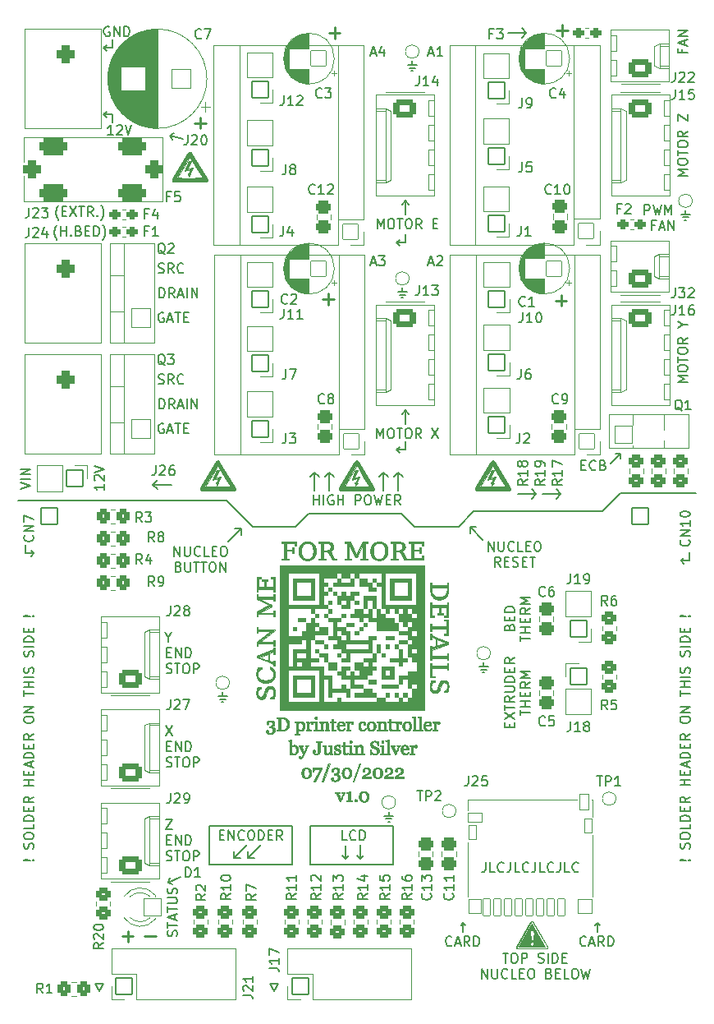
<source format=gto>
%TF.GenerationSoftware,KiCad,Pcbnew,6.0.5-a6ca702e91~116~ubuntu20.04.1*%
%TF.CreationDate,2022-07-31T14:48:14+02:00*%
%TF.ProjectId,nucleo_expansion,6e75636c-656f-45f6-9578-70616e73696f,v1.0*%
%TF.SameCoordinates,Original*%
%TF.FileFunction,Legend,Top*%
%TF.FilePolarity,Positive*%
%FSLAX46Y46*%
G04 Gerber Fmt 4.6, Leading zero omitted, Abs format (unit mm)*
G04 Created by KiCad (PCBNEW 6.0.5-a6ca702e91~116~ubuntu20.04.1) date 2022-07-31 14:48:14*
%MOMM*%
%LPD*%
G01*
G04 APERTURE LIST*
G04 Aperture macros list*
%AMRoundRect*
0 Rectangle with rounded corners*
0 $1 Rounding radius*
0 $2 $3 $4 $5 $6 $7 $8 $9 X,Y pos of 4 corners*
0 Add a 4 corners polygon primitive as box body*
4,1,4,$2,$3,$4,$5,$6,$7,$8,$9,$2,$3,0*
0 Add four circle primitives for the rounded corners*
1,1,$1+$1,$2,$3*
1,1,$1+$1,$4,$5*
1,1,$1+$1,$6,$7*
1,1,$1+$1,$8,$9*
0 Add four rect primitives between the rounded corners*
20,1,$1+$1,$2,$3,$4,$5,0*
20,1,$1+$1,$4,$5,$6,$7,0*
20,1,$1+$1,$6,$7,$8,$9,0*
20,1,$1+$1,$8,$9,$2,$3,0*%
G04 Aperture macros list end*
%ADD10C,0.150000*%
%ADD11C,0.046000*%
%ADD12C,0.060000*%
%ADD13C,0.004000*%
%ADD14C,0.005291*%
%ADD15C,0.225000*%
%ADD16C,0.120000*%
%ADD17C,1.100000*%
%ADD18RoundRect,0.300000X-0.475000X0.337500X-0.475000X-0.337500X0.475000X-0.337500X0.475000X0.337500X0*%
%ADD19O,2.290000X1.840000*%
%ADD20RoundRect,0.300000X0.845000X-0.620000X0.845000X0.620000X-0.845000X0.620000X-0.845000X-0.620000X0*%
%ADD21RoundRect,0.300000X-0.845000X0.620000X-0.845000X-0.620000X0.845000X-0.620000X0.845000X0.620000X0*%
%ADD22RoundRect,0.300000X0.350000X0.450000X-0.350000X0.450000X-0.350000X-0.450000X0.350000X-0.450000X0*%
%ADD23O,1.800000X1.800000*%
%ADD24RoundRect,0.050000X0.850000X0.850000X-0.850000X0.850000X-0.850000X-0.850000X0.850000X-0.850000X0*%
%ADD25O,1.700000X1.700000*%
%ADD26RoundRect,0.050000X0.800000X0.800000X-0.800000X0.800000X-0.800000X-0.800000X0.800000X-0.800000X0*%
%ADD27RoundRect,0.300000X-0.450000X0.350000X-0.450000X-0.350000X0.450000X-0.350000X0.450000X0.350000X0*%
%ADD28RoundRect,0.050000X-0.850000X-0.850000X0.850000X-0.850000X0.850000X0.850000X-0.850000X0.850000X0*%
%ADD29RoundRect,0.300000X0.475000X-0.337500X0.475000X0.337500X-0.475000X0.337500X-0.475000X-0.337500X0*%
%ADD30RoundRect,0.300000X0.450000X-0.350000X0.450000X0.350000X-0.450000X0.350000X-0.450000X-0.350000X0*%
%ADD31RoundRect,0.050000X0.900000X0.900000X-0.900000X0.900000X-0.900000X-0.900000X0.900000X-0.900000X0*%
%ADD32C,1.900000*%
%ADD33C,1.700000*%
%ADD34RoundRect,0.287500X-0.287500X-0.237500X0.287500X-0.237500X0.287500X0.237500X-0.287500X0.237500X0*%
%ADD35O,1.900000X1.900000*%
%ADD36RoundRect,0.050000X-0.900000X-0.900000X0.900000X-0.900000X0.900000X0.900000X-0.900000X0.900000X0*%
%ADD37O,2.100000X2.005000*%
%ADD38RoundRect,0.050000X1.000000X-0.952500X1.000000X0.952500X-1.000000X0.952500X-1.000000X-0.952500X0*%
%ADD39RoundRect,0.050000X0.850000X-0.850000X0.850000X0.850000X-0.850000X0.850000X-0.850000X-0.850000X0*%
%ADD40C,2.100000*%
%ADD41RoundRect,0.050000X1.000000X1.000000X-1.000000X1.000000X-1.000000X-1.000000X1.000000X-1.000000X0*%
%ADD42RoundRect,0.050000X-0.850000X0.850000X-0.850000X-0.850000X0.850000X-0.850000X0.850000X0.850000X0*%
%ADD43C,1.903400*%
%ADD44RoundRect,0.500850X-0.450850X0.450850X-0.450850X-0.450850X0.450850X-0.450850X0.450850X0.450850X0*%
%ADD45RoundRect,0.050000X-0.400000X-0.700000X0.400000X-0.700000X0.400000X0.700000X-0.400000X0.700000X0*%
%ADD46RoundRect,0.050000X-0.750000X-0.750000X0.750000X-0.750000X0.750000X0.750000X-0.750000X0.750000X0*%
%ADD47RoundRect,0.050000X-0.650000X-0.750000X0.650000X-0.750000X0.650000X0.750000X-0.650000X0.750000X0*%
%ADD48RoundRect,0.050000X-0.400000X-0.750000X0.400000X-0.750000X0.400000X0.750000X-0.400000X0.750000X0*%
%ADD49RoundRect,0.050000X-0.500000X-0.775000X0.500000X-0.775000X0.500000X0.775000X-0.500000X0.775000X0*%
%ADD50RoundRect,0.050000X-0.725000X-0.500000X0.725000X-0.500000X0.725000X0.500000X-0.725000X0.500000X0*%
%ADD51RoundRect,0.050000X-0.350000X-0.875000X0.350000X-0.875000X0.350000X0.875000X-0.350000X0.875000X0*%
%ADD52RoundRect,0.475000X0.425000X0.425000X-0.425000X0.425000X-0.425000X-0.425000X0.425000X-0.425000X0*%
%ADD53RoundRect,0.475000X0.975000X0.425000X-0.975000X0.425000X-0.975000X-0.425000X0.975000X-0.425000X0*%
G04 APERTURE END LIST*
D10*
X178260952Y-106894380D02*
X178260952Y-107608666D01*
X178213333Y-107751523D01*
X178118095Y-107846761D01*
X177975238Y-107894380D01*
X177880000Y-107894380D01*
X179213333Y-107894380D02*
X178737142Y-107894380D01*
X178737142Y-106894380D01*
X180118095Y-107799142D02*
X180070476Y-107846761D01*
X179927619Y-107894380D01*
X179832380Y-107894380D01*
X179689523Y-107846761D01*
X179594285Y-107751523D01*
X179546666Y-107656285D01*
X179499047Y-107465809D01*
X179499047Y-107322952D01*
X179546666Y-107132476D01*
X179594285Y-107037238D01*
X179689523Y-106942000D01*
X179832380Y-106894380D01*
X179927619Y-106894380D01*
X180070476Y-106942000D01*
X180118095Y-106989619D01*
X180832380Y-106894380D02*
X180832380Y-107608666D01*
X180784761Y-107751523D01*
X180689523Y-107846761D01*
X180546666Y-107894380D01*
X180451428Y-107894380D01*
X181784761Y-107894380D02*
X181308571Y-107894380D01*
X181308571Y-106894380D01*
X182689523Y-107799142D02*
X182641904Y-107846761D01*
X182499047Y-107894380D01*
X182403809Y-107894380D01*
X182260952Y-107846761D01*
X182165714Y-107751523D01*
X182118095Y-107656285D01*
X182070476Y-107465809D01*
X182070476Y-107322952D01*
X182118095Y-107132476D01*
X182165714Y-107037238D01*
X182260952Y-106942000D01*
X182403809Y-106894380D01*
X182499047Y-106894380D01*
X182641904Y-106942000D01*
X182689523Y-106989619D01*
X183403809Y-106894380D02*
X183403809Y-107608666D01*
X183356190Y-107751523D01*
X183260952Y-107846761D01*
X183118095Y-107894380D01*
X183022857Y-107894380D01*
X184356190Y-107894380D02*
X183880000Y-107894380D01*
X183880000Y-106894380D01*
X185260952Y-107799142D02*
X185213333Y-107846761D01*
X185070476Y-107894380D01*
X184975238Y-107894380D01*
X184832380Y-107846761D01*
X184737142Y-107751523D01*
X184689523Y-107656285D01*
X184641904Y-107465809D01*
X184641904Y-107322952D01*
X184689523Y-107132476D01*
X184737142Y-107037238D01*
X184832380Y-106942000D01*
X184975238Y-106894380D01*
X185070476Y-106894380D01*
X185213333Y-106942000D01*
X185260952Y-106989619D01*
X185975238Y-106894380D02*
X185975238Y-107608666D01*
X185927619Y-107751523D01*
X185832380Y-107846761D01*
X185689523Y-107894380D01*
X185594285Y-107894380D01*
X186927619Y-107894380D02*
X186451428Y-107894380D01*
X186451428Y-106894380D01*
X187832380Y-107799142D02*
X187784761Y-107846761D01*
X187641904Y-107894380D01*
X187546666Y-107894380D01*
X187403809Y-107846761D01*
X187308571Y-107751523D01*
X187260952Y-107656285D01*
X187213333Y-107465809D01*
X187213333Y-107322952D01*
X187260952Y-107132476D01*
X187308571Y-107037238D01*
X187403809Y-106942000D01*
X187546666Y-106894380D01*
X187641904Y-106894380D01*
X187784761Y-106942000D01*
X187832380Y-106989619D01*
D11*
G36*
X162936458Y-92707110D02*
G01*
X162942252Y-92685062D01*
X162948937Y-92663134D01*
X162952726Y-92652151D01*
X162956723Y-92641309D01*
X162960927Y-92630608D01*
X162965340Y-92620048D01*
X162969960Y-92609630D01*
X162974789Y-92599352D01*
X162979826Y-92589216D01*
X162985070Y-92579221D01*
X162990523Y-92569367D01*
X162996183Y-92559654D01*
X163002052Y-92550083D01*
X163008128Y-92540652D01*
X163014412Y-92531363D01*
X163020905Y-92522215D01*
X163027605Y-92513208D01*
X163034514Y-92504342D01*
X163041389Y-92496007D01*
X163048464Y-92487881D01*
X163055741Y-92479962D01*
X163063217Y-92472251D01*
X163070895Y-92464749D01*
X163078773Y-92457454D01*
X163086851Y-92450368D01*
X163095130Y-92443489D01*
X163103610Y-92436818D01*
X163112290Y-92430356D01*
X163121171Y-92424101D01*
X163130252Y-92418054D01*
X163139534Y-92412215D01*
X163149016Y-92406585D01*
X163158699Y-92401162D01*
X163168583Y-92395947D01*
X163178760Y-92390881D01*
X163189085Y-92386142D01*
X163199559Y-92381729D01*
X163210182Y-92377644D01*
X163220953Y-92373885D01*
X163231873Y-92370453D01*
X163242942Y-92367348D01*
X163254159Y-92364570D01*
X163265524Y-92362118D01*
X163277038Y-92359993D01*
X163288701Y-92358196D01*
X163300512Y-92356725D01*
X163312472Y-92355581D01*
X163324580Y-92354764D01*
X163336837Y-92354273D01*
X163349242Y-92354110D01*
X163361964Y-92354236D01*
X163374455Y-92354615D01*
X163386716Y-92355247D01*
X163398746Y-92356131D01*
X163410546Y-92357267D01*
X163422116Y-92358656D01*
X163433456Y-92360298D01*
X163444565Y-92362193D01*
X163455444Y-92364340D01*
X163466093Y-92366739D01*
X163476512Y-92369391D01*
X163486700Y-92372296D01*
X163496658Y-92375453D01*
X163506385Y-92378863D01*
X163515883Y-92382525D01*
X163525150Y-92386440D01*
X163534194Y-92390573D01*
X163543022Y-92394893D01*
X163551636Y-92399398D01*
X163560033Y-92404089D01*
X163568216Y-92408966D01*
X163576183Y-92414029D01*
X163583934Y-92419277D01*
X163591470Y-92424711D01*
X163598791Y-92430331D01*
X163605897Y-92436136D01*
X163612787Y-92442127D01*
X163619461Y-92448304D01*
X163625920Y-92454667D01*
X163632164Y-92461215D01*
X163638192Y-92467949D01*
X163644005Y-92474869D01*
X163649383Y-92481599D01*
X163654583Y-92488478D01*
X163659605Y-92495506D01*
X163664448Y-92502682D01*
X163669113Y-92510007D01*
X163673600Y-92517480D01*
X163677909Y-92525102D01*
X163682039Y-92532873D01*
X163685991Y-92540792D01*
X163689765Y-92548859D01*
X163693360Y-92557075D01*
X163696777Y-92565440D01*
X163700016Y-92573953D01*
X163703077Y-92582615D01*
X163705959Y-92591425D01*
X163708663Y-92600383D01*
X163713789Y-92618642D01*
X163718232Y-92637288D01*
X163721992Y-92656320D01*
X163725068Y-92675738D01*
X163727460Y-92695543D01*
X163729169Y-92715733D01*
X163730194Y-92736310D01*
X163730536Y-92757273D01*
X163730536Y-92820027D01*
X163109633Y-92820027D01*
X163109900Y-92842818D01*
X163110703Y-92865074D01*
X163112040Y-92886795D01*
X163113911Y-92907981D01*
X163116318Y-92928632D01*
X163119259Y-92948747D01*
X163122735Y-92968329D01*
X163126746Y-92987375D01*
X163131571Y-93005872D01*
X163134219Y-93014909D01*
X163137022Y-93023804D01*
X163139982Y-93032559D01*
X163143097Y-93041172D01*
X163146369Y-93049645D01*
X163149798Y-93057976D01*
X163153382Y-93066166D01*
X163157122Y-93074215D01*
X163161019Y-93082123D01*
X163165072Y-93089889D01*
X163169281Y-93097515D01*
X163173646Y-93104999D01*
X163178168Y-93112342D01*
X163182845Y-93119543D01*
X163187570Y-93126348D01*
X163192473Y-93132974D01*
X163197554Y-93139422D01*
X163202814Y-93145691D01*
X163208251Y-93151782D01*
X163213867Y-93157695D01*
X163219662Y-93163430D01*
X163225634Y-93168986D01*
X163231785Y-93174364D01*
X163238114Y-93179564D01*
X163244621Y-93184585D01*
X163251307Y-93189428D01*
X163258170Y-93194093D01*
X163265212Y-93198580D01*
X163272432Y-93202888D01*
X163279831Y-93207018D01*
X163287408Y-93210818D01*
X163295164Y-93214373D01*
X163303097Y-93217683D01*
X163311209Y-93220747D01*
X163319500Y-93223566D01*
X163327968Y-93226140D01*
X163336615Y-93228469D01*
X163345440Y-93230553D01*
X163354443Y-93232391D01*
X163363625Y-93233985D01*
X163372984Y-93235333D01*
X163382523Y-93236436D01*
X163392239Y-93237294D01*
X163402134Y-93237907D01*
X163412207Y-93238274D01*
X163422458Y-93238397D01*
X163432943Y-93238245D01*
X163443243Y-93237788D01*
X163453357Y-93237026D01*
X163463285Y-93235960D01*
X163473028Y-93234590D01*
X163482585Y-93232915D01*
X163491956Y-93230935D01*
X163501141Y-93228651D01*
X163510141Y-93226062D01*
X163518955Y-93223168D01*
X163527583Y-93219970D01*
X163536026Y-93216468D01*
X163544282Y-93212661D01*
X163552353Y-93208550D01*
X163560239Y-93204134D01*
X163567938Y-93199413D01*
X163575645Y-93194176D01*
X163583315Y-93188449D01*
X163590948Y-93182231D01*
X163598544Y-93175523D01*
X163606102Y-93168325D01*
X163613623Y-93160636D01*
X163621108Y-93152458D01*
X163628555Y-93143789D01*
X163635965Y-93134629D01*
X163643338Y-93124980D01*
X163650673Y-93114840D01*
X163657972Y-93104209D01*
X163665233Y-93093089D01*
X163672458Y-93081478D01*
X163679645Y-93069377D01*
X163686795Y-93056786D01*
X163753353Y-93097672D01*
X163745828Y-93111519D01*
X163737991Y-93125009D01*
X163729842Y-93138142D01*
X163721381Y-93150919D01*
X163712608Y-93163339D01*
X163703523Y-93175403D01*
X163694126Y-93187110D01*
X163684417Y-93198461D01*
X163674396Y-93209455D01*
X163664063Y-93220093D01*
X163653418Y-93230374D01*
X163642462Y-93240298D01*
X163631193Y-93249866D01*
X163619612Y-93259077D01*
X163607719Y-93267932D01*
X163595514Y-93276430D01*
X163583038Y-93284489D01*
X163570332Y-93292029D01*
X163557395Y-93299049D01*
X163544228Y-93305548D01*
X163530831Y-93311528D01*
X163517203Y-93316988D01*
X163503346Y-93321928D01*
X163489257Y-93326348D01*
X163474939Y-93330248D01*
X163460390Y-93333628D01*
X163445611Y-93336488D01*
X163430602Y-93338828D01*
X163415362Y-93340648D01*
X163399893Y-93341948D01*
X163384192Y-93342728D01*
X163368262Y-93342988D01*
X163354226Y-93342832D01*
X163340405Y-93342364D01*
X163326800Y-93341584D01*
X163313410Y-93340492D01*
X163300236Y-93339088D01*
X163287277Y-93337372D01*
X163274533Y-93335344D01*
X163262005Y-93333004D01*
X163249692Y-93330352D01*
X163237595Y-93327388D01*
X163225713Y-93324112D01*
X163214047Y-93320524D01*
X163202596Y-93316624D01*
X163191360Y-93312413D01*
X163180340Y-93307889D01*
X163169535Y-93303053D01*
X163159072Y-93297950D01*
X163148839Y-93292623D01*
X163138837Y-93287075D01*
X163129065Y-93281303D01*
X163119523Y-93275308D01*
X163110211Y-93269091D01*
X163101129Y-93262650D01*
X163092278Y-93255987D01*
X163083657Y-93249101D01*
X163075267Y-93241992D01*
X163067107Y-93234660D01*
X163059177Y-93227106D01*
X163051477Y-93219328D01*
X163044008Y-93211327D01*
X163036769Y-93203104D01*
X163029760Y-93194658D01*
X163022974Y-93186011D01*
X163016404Y-93177186D01*
X163010049Y-93168182D01*
X163003909Y-93159001D01*
X162997985Y-93149641D01*
X162992276Y-93140103D01*
X162986783Y-93130386D01*
X162981505Y-93120491D01*
X162976442Y-93110418D01*
X162971595Y-93100167D01*
X162966963Y-93089738D01*
X162962547Y-93079130D01*
X162958346Y-93068343D01*
X162954360Y-93057379D01*
X162950590Y-93046236D01*
X162947035Y-93034915D01*
X162940795Y-93011931D01*
X162935387Y-92988620D01*
X162930811Y-92964982D01*
X162927068Y-92941018D01*
X162924156Y-92916727D01*
X162922076Y-92892109D01*
X162920828Y-92867163D01*
X162920412Y-92841891D01*
X162920858Y-92819131D01*
X162922195Y-92796489D01*
X162924424Y-92773967D01*
X162927544Y-92751562D01*
X162929597Y-92740154D01*
X163109638Y-92740154D01*
X163543215Y-92740154D01*
X163543067Y-92726723D01*
X163542622Y-92713054D01*
X163541880Y-92699148D01*
X163540841Y-92685005D01*
X163539505Y-92670623D01*
X163537872Y-92656004D01*
X163535943Y-92641147D01*
X163533717Y-92626052D01*
X163531399Y-92611150D01*
X163528725Y-92596873D01*
X163525694Y-92583219D01*
X163522307Y-92570190D01*
X163518563Y-92557784D01*
X163514463Y-92546003D01*
X163510005Y-92534845D01*
X163505191Y-92524311D01*
X163502394Y-92518907D01*
X163499471Y-92513629D01*
X163496421Y-92508477D01*
X163493245Y-92503451D01*
X163489943Y-92498552D01*
X163486514Y-92493779D01*
X163482960Y-92489133D01*
X163479279Y-92484613D01*
X163475472Y-92480219D01*
X163471538Y-92475951D01*
X163467479Y-92471810D01*
X163463293Y-92467795D01*
X163458981Y-92463906D01*
X163454543Y-92460144D01*
X163449978Y-92456508D01*
X163445287Y-92452998D01*
X163440448Y-92449659D01*
X163435438Y-92446535D01*
X163430256Y-92443627D01*
X163424904Y-92440934D01*
X163419381Y-92438456D01*
X163413687Y-92436195D01*
X163407823Y-92434148D01*
X163401787Y-92432317D01*
X163395581Y-92430701D01*
X163389203Y-92429301D01*
X163382655Y-92428116D01*
X163375936Y-92427147D01*
X163369046Y-92426393D01*
X163361985Y-92425854D01*
X163354753Y-92425531D01*
X163347351Y-92425423D01*
X163335001Y-92425750D01*
X163322911Y-92426731D01*
X163311081Y-92428365D01*
X163299511Y-92430653D01*
X163288201Y-92433594D01*
X163277151Y-92437190D01*
X163266361Y-92441439D01*
X163255831Y-92446341D01*
X163245561Y-92451898D01*
X163235551Y-92458108D01*
X163225801Y-92464972D01*
X163216311Y-92472489D01*
X163207081Y-92480661D01*
X163198112Y-92489486D01*
X163189402Y-92498965D01*
X163180952Y-92509097D01*
X163172984Y-92519694D01*
X163165485Y-92530803D01*
X163158454Y-92542425D01*
X163151891Y-92554560D01*
X163145795Y-92567207D01*
X163140168Y-92580366D01*
X163135009Y-92594039D01*
X163130318Y-92608223D01*
X163126095Y-92622921D01*
X163122340Y-92638131D01*
X163119053Y-92653853D01*
X163116234Y-92670088D01*
X163113883Y-92686836D01*
X163112000Y-92704096D01*
X163110585Y-92721868D01*
X163109638Y-92740154D01*
X162929597Y-92740154D01*
X162931555Y-92729277D01*
X162936458Y-92707110D01*
G37*
X162936458Y-92707110D02*
X162942252Y-92685062D01*
X162948937Y-92663134D01*
X162952726Y-92652151D01*
X162956723Y-92641309D01*
X162960927Y-92630608D01*
X162965340Y-92620048D01*
X162969960Y-92609630D01*
X162974789Y-92599352D01*
X162979826Y-92589216D01*
X162985070Y-92579221D01*
X162990523Y-92569367D01*
X162996183Y-92559654D01*
X163002052Y-92550083D01*
X163008128Y-92540652D01*
X163014412Y-92531363D01*
X163020905Y-92522215D01*
X163027605Y-92513208D01*
X163034514Y-92504342D01*
X163041389Y-92496007D01*
X163048464Y-92487881D01*
X163055741Y-92479962D01*
X163063217Y-92472251D01*
X163070895Y-92464749D01*
X163078773Y-92457454D01*
X163086851Y-92450368D01*
X163095130Y-92443489D01*
X163103610Y-92436818D01*
X163112290Y-92430356D01*
X163121171Y-92424101D01*
X163130252Y-92418054D01*
X163139534Y-92412215D01*
X163149016Y-92406585D01*
X163158699Y-92401162D01*
X163168583Y-92395947D01*
X163178760Y-92390881D01*
X163189085Y-92386142D01*
X163199559Y-92381729D01*
X163210182Y-92377644D01*
X163220953Y-92373885D01*
X163231873Y-92370453D01*
X163242942Y-92367348D01*
X163254159Y-92364570D01*
X163265524Y-92362118D01*
X163277038Y-92359993D01*
X163288701Y-92358196D01*
X163300512Y-92356725D01*
X163312472Y-92355581D01*
X163324580Y-92354764D01*
X163336837Y-92354273D01*
X163349242Y-92354110D01*
X163361964Y-92354236D01*
X163374455Y-92354615D01*
X163386716Y-92355247D01*
X163398746Y-92356131D01*
X163410546Y-92357267D01*
X163422116Y-92358656D01*
X163433456Y-92360298D01*
X163444565Y-92362193D01*
X163455444Y-92364340D01*
X163466093Y-92366739D01*
X163476512Y-92369391D01*
X163486700Y-92372296D01*
X163496658Y-92375453D01*
X163506385Y-92378863D01*
X163515883Y-92382525D01*
X163525150Y-92386440D01*
X163534194Y-92390573D01*
X163543022Y-92394893D01*
X163551636Y-92399398D01*
X163560033Y-92404089D01*
X163568216Y-92408966D01*
X163576183Y-92414029D01*
X163583934Y-92419277D01*
X163591470Y-92424711D01*
X163598791Y-92430331D01*
X163605897Y-92436136D01*
X163612787Y-92442127D01*
X163619461Y-92448304D01*
X163625920Y-92454667D01*
X163632164Y-92461215D01*
X163638192Y-92467949D01*
X163644005Y-92474869D01*
X163649383Y-92481599D01*
X163654583Y-92488478D01*
X163659605Y-92495506D01*
X163664448Y-92502682D01*
X163669113Y-92510007D01*
X163673600Y-92517480D01*
X163677909Y-92525102D01*
X163682039Y-92532873D01*
X163685991Y-92540792D01*
X163689765Y-92548859D01*
X163693360Y-92557075D01*
X163696777Y-92565440D01*
X163700016Y-92573953D01*
X163703077Y-92582615D01*
X163705959Y-92591425D01*
X163708663Y-92600383D01*
X163713789Y-92618642D01*
X163718232Y-92637288D01*
X163721992Y-92656320D01*
X163725068Y-92675738D01*
X163727460Y-92695543D01*
X163729169Y-92715733D01*
X163730194Y-92736310D01*
X163730536Y-92757273D01*
X163730536Y-92820027D01*
X163109633Y-92820027D01*
X163109900Y-92842818D01*
X163110703Y-92865074D01*
X163112040Y-92886795D01*
X163113911Y-92907981D01*
X163116318Y-92928632D01*
X163119259Y-92948747D01*
X163122735Y-92968329D01*
X163126746Y-92987375D01*
X163131571Y-93005872D01*
X163134219Y-93014909D01*
X163137022Y-93023804D01*
X163139982Y-93032559D01*
X163143097Y-93041172D01*
X163146369Y-93049645D01*
X163149798Y-93057976D01*
X163153382Y-93066166D01*
X163157122Y-93074215D01*
X163161019Y-93082123D01*
X163165072Y-93089889D01*
X163169281Y-93097515D01*
X163173646Y-93104999D01*
X163178168Y-93112342D01*
X163182845Y-93119543D01*
X163187570Y-93126348D01*
X163192473Y-93132974D01*
X163197554Y-93139422D01*
X163202814Y-93145691D01*
X163208251Y-93151782D01*
X163213867Y-93157695D01*
X163219662Y-93163430D01*
X163225634Y-93168986D01*
X163231785Y-93174364D01*
X163238114Y-93179564D01*
X163244621Y-93184585D01*
X163251307Y-93189428D01*
X163258170Y-93194093D01*
X163265212Y-93198580D01*
X163272432Y-93202888D01*
X163279831Y-93207018D01*
X163287408Y-93210818D01*
X163295164Y-93214373D01*
X163303097Y-93217683D01*
X163311209Y-93220747D01*
X163319500Y-93223566D01*
X163327968Y-93226140D01*
X163336615Y-93228469D01*
X163345440Y-93230553D01*
X163354443Y-93232391D01*
X163363625Y-93233985D01*
X163372984Y-93235333D01*
X163382523Y-93236436D01*
X163392239Y-93237294D01*
X163402134Y-93237907D01*
X163412207Y-93238274D01*
X163422458Y-93238397D01*
X163432943Y-93238245D01*
X163443243Y-93237788D01*
X163453357Y-93237026D01*
X163463285Y-93235960D01*
X163473028Y-93234590D01*
X163482585Y-93232915D01*
X163491956Y-93230935D01*
X163501141Y-93228651D01*
X163510141Y-93226062D01*
X163518955Y-93223168D01*
X163527583Y-93219970D01*
X163536026Y-93216468D01*
X163544282Y-93212661D01*
X163552353Y-93208550D01*
X163560239Y-93204134D01*
X163567938Y-93199413D01*
X163575645Y-93194176D01*
X163583315Y-93188449D01*
X163590948Y-93182231D01*
X163598544Y-93175523D01*
X163606102Y-93168325D01*
X163613623Y-93160636D01*
X163621108Y-93152458D01*
X163628555Y-93143789D01*
X163635965Y-93134629D01*
X163643338Y-93124980D01*
X163650673Y-93114840D01*
X163657972Y-93104209D01*
X163665233Y-93093089D01*
X163672458Y-93081478D01*
X163679645Y-93069377D01*
X163686795Y-93056786D01*
X163753353Y-93097672D01*
X163745828Y-93111519D01*
X163737991Y-93125009D01*
X163729842Y-93138142D01*
X163721381Y-93150919D01*
X163712608Y-93163339D01*
X163703523Y-93175403D01*
X163694126Y-93187110D01*
X163684417Y-93198461D01*
X163674396Y-93209455D01*
X163664063Y-93220093D01*
X163653418Y-93230374D01*
X163642462Y-93240298D01*
X163631193Y-93249866D01*
X163619612Y-93259077D01*
X163607719Y-93267932D01*
X163595514Y-93276430D01*
X163583038Y-93284489D01*
X163570332Y-93292029D01*
X163557395Y-93299049D01*
X163544228Y-93305548D01*
X163530831Y-93311528D01*
X163517203Y-93316988D01*
X163503346Y-93321928D01*
X163489257Y-93326348D01*
X163474939Y-93330248D01*
X163460390Y-93333628D01*
X163445611Y-93336488D01*
X163430602Y-93338828D01*
X163415362Y-93340648D01*
X163399893Y-93341948D01*
X163384192Y-93342728D01*
X163368262Y-93342988D01*
X163354226Y-93342832D01*
X163340405Y-93342364D01*
X163326800Y-93341584D01*
X163313410Y-93340492D01*
X163300236Y-93339088D01*
X163287277Y-93337372D01*
X163274533Y-93335344D01*
X163262005Y-93333004D01*
X163249692Y-93330352D01*
X163237595Y-93327388D01*
X163225713Y-93324112D01*
X163214047Y-93320524D01*
X163202596Y-93316624D01*
X163191360Y-93312413D01*
X163180340Y-93307889D01*
X163169535Y-93303053D01*
X163159072Y-93297950D01*
X163148839Y-93292623D01*
X163138837Y-93287075D01*
X163129065Y-93281303D01*
X163119523Y-93275308D01*
X163110211Y-93269091D01*
X163101129Y-93262650D01*
X163092278Y-93255987D01*
X163083657Y-93249101D01*
X163075267Y-93241992D01*
X163067107Y-93234660D01*
X163059177Y-93227106D01*
X163051477Y-93219328D01*
X163044008Y-93211327D01*
X163036769Y-93203104D01*
X163029760Y-93194658D01*
X163022974Y-93186011D01*
X163016404Y-93177186D01*
X163010049Y-93168182D01*
X163003909Y-93159001D01*
X162997985Y-93149641D01*
X162992276Y-93140103D01*
X162986783Y-93130386D01*
X162981505Y-93120491D01*
X162976442Y-93110418D01*
X162971595Y-93100167D01*
X162966963Y-93089738D01*
X162962547Y-93079130D01*
X162958346Y-93068343D01*
X162954360Y-93057379D01*
X162950590Y-93046236D01*
X162947035Y-93034915D01*
X162940795Y-93011931D01*
X162935387Y-92988620D01*
X162930811Y-92964982D01*
X162927068Y-92941018D01*
X162924156Y-92916727D01*
X162922076Y-92892109D01*
X162920828Y-92867163D01*
X162920412Y-92841891D01*
X162920858Y-92819131D01*
X162922195Y-92796489D01*
X162924424Y-92773967D01*
X162927544Y-92751562D01*
X162929597Y-92740154D01*
X163109638Y-92740154D01*
X163543215Y-92740154D01*
X163543067Y-92726723D01*
X163542622Y-92713054D01*
X163541880Y-92699148D01*
X163540841Y-92685005D01*
X163539505Y-92670623D01*
X163537872Y-92656004D01*
X163535943Y-92641147D01*
X163533717Y-92626052D01*
X163531399Y-92611150D01*
X163528725Y-92596873D01*
X163525694Y-92583219D01*
X163522307Y-92570190D01*
X163518563Y-92557784D01*
X163514463Y-92546003D01*
X163510005Y-92534845D01*
X163505191Y-92524311D01*
X163502394Y-92518907D01*
X163499471Y-92513629D01*
X163496421Y-92508477D01*
X163493245Y-92503451D01*
X163489943Y-92498552D01*
X163486514Y-92493779D01*
X163482960Y-92489133D01*
X163479279Y-92484613D01*
X163475472Y-92480219D01*
X163471538Y-92475951D01*
X163467479Y-92471810D01*
X163463293Y-92467795D01*
X163458981Y-92463906D01*
X163454543Y-92460144D01*
X163449978Y-92456508D01*
X163445287Y-92452998D01*
X163440448Y-92449659D01*
X163435438Y-92446535D01*
X163430256Y-92443627D01*
X163424904Y-92440934D01*
X163419381Y-92438456D01*
X163413687Y-92436195D01*
X163407823Y-92434148D01*
X163401787Y-92432317D01*
X163395581Y-92430701D01*
X163389203Y-92429301D01*
X163382655Y-92428116D01*
X163375936Y-92427147D01*
X163369046Y-92426393D01*
X163361985Y-92425854D01*
X163354753Y-92425531D01*
X163347351Y-92425423D01*
X163335001Y-92425750D01*
X163322911Y-92426731D01*
X163311081Y-92428365D01*
X163299511Y-92430653D01*
X163288201Y-92433594D01*
X163277151Y-92437190D01*
X163266361Y-92441439D01*
X163255831Y-92446341D01*
X163245561Y-92451898D01*
X163235551Y-92458108D01*
X163225801Y-92464972D01*
X163216311Y-92472489D01*
X163207081Y-92480661D01*
X163198112Y-92489486D01*
X163189402Y-92498965D01*
X163180952Y-92509097D01*
X163172984Y-92519694D01*
X163165485Y-92530803D01*
X163158454Y-92542425D01*
X163151891Y-92554560D01*
X163145795Y-92567207D01*
X163140168Y-92580366D01*
X163135009Y-92594039D01*
X163130318Y-92608223D01*
X163126095Y-92622921D01*
X163122340Y-92638131D01*
X163119053Y-92653853D01*
X163116234Y-92670088D01*
X163113883Y-92686836D01*
X163112000Y-92704096D01*
X163110585Y-92721868D01*
X163109638Y-92740154D01*
X162929597Y-92740154D01*
X162931555Y-92729277D01*
X162936458Y-92707110D01*
D12*
G36*
X174408709Y-84394310D02*
G01*
X172688502Y-85055353D01*
X172688502Y-85237671D01*
X172557032Y-85237671D01*
X172557032Y-84564223D01*
X172688502Y-84564223D01*
X172688502Y-84770102D01*
X173095298Y-84615075D01*
X173095298Y-83887048D01*
X173228000Y-83887048D01*
X173228000Y-84566699D01*
X174108567Y-84226874D01*
X173228000Y-83887048D01*
X173095298Y-83887048D01*
X173095298Y-83836209D01*
X172688502Y-83681178D01*
X172688502Y-83884576D01*
X172557032Y-83884576D01*
X172557032Y-83363673D01*
X172688502Y-83363673D01*
X172688502Y-83526143D01*
X173228000Y-83733074D01*
X174408709Y-84185950D01*
X174408709Y-84394310D01*
G37*
X174408709Y-84394310D02*
X172688502Y-85055353D01*
X172688502Y-85237671D01*
X172557032Y-85237671D01*
X172557032Y-84564223D01*
X172688502Y-84564223D01*
X172688502Y-84770102D01*
X173095298Y-84615075D01*
X173095298Y-83887048D01*
X173228000Y-83887048D01*
X173228000Y-84566699D01*
X174108567Y-84226874D01*
X173228000Y-83887048D01*
X173095298Y-83887048D01*
X173095298Y-83836209D01*
X172688502Y-83681178D01*
X172688502Y-83884576D01*
X172557032Y-83884576D01*
X172557032Y-83363673D01*
X172688502Y-83363673D01*
X172688502Y-83526143D01*
X173228000Y-83733074D01*
X174408709Y-84185950D01*
X174408709Y-84394310D01*
D13*
G36*
X164829012Y-68038956D02*
G01*
X164828163Y-68040779D01*
X164828877Y-68038126D01*
X164829012Y-68038956D01*
G37*
X164829012Y-68038956D02*
X164828163Y-68040779D01*
X164828877Y-68038126D01*
X164829012Y-68038956D01*
G36*
X150498634Y-68072000D02*
G01*
X150493239Y-68038956D01*
X150582079Y-67848213D01*
X150717392Y-67815725D01*
X150498634Y-68072000D01*
G37*
X150498634Y-68072000D02*
X150493239Y-68038956D01*
X150582079Y-67848213D01*
X150717392Y-67815725D01*
X150498634Y-68072000D01*
D10*
X170891200Y-72288400D02*
X169570400Y-70967600D01*
D11*
G36*
X161512208Y-98589764D02*
G01*
X161388599Y-98589764D01*
X162043732Y-96738464D01*
X162169245Y-96738464D01*
X161512208Y-98589764D01*
G37*
X161512208Y-98589764D02*
X161388599Y-98589764D01*
X162043732Y-96738464D01*
X162169245Y-96738464D01*
X161512208Y-98589764D01*
G36*
X160843765Y-92382649D02*
G01*
X160843765Y-93147128D01*
X160843813Y-93151244D01*
X160843958Y-93155270D01*
X160844199Y-93159207D01*
X160844537Y-93163055D01*
X160844972Y-93166814D01*
X160845503Y-93170484D01*
X160846131Y-93174064D01*
X160846855Y-93177556D01*
X160847676Y-93180958D01*
X160848593Y-93184271D01*
X160849607Y-93187495D01*
X160850718Y-93190630D01*
X160851925Y-93193675D01*
X160853228Y-93196632D01*
X160854629Y-93199499D01*
X160856125Y-93202277D01*
X160857845Y-93204966D01*
X160859676Y-93207567D01*
X160861619Y-93210078D01*
X160863672Y-93212500D01*
X160865838Y-93214832D01*
X160868115Y-93217076D01*
X160870503Y-93219230D01*
X160873003Y-93221295D01*
X160875614Y-93223271D01*
X160878336Y-93225158D01*
X160881170Y-93226955D01*
X160884116Y-93228664D01*
X160887172Y-93230283D01*
X160890341Y-93231813D01*
X160893620Y-93233255D01*
X160897011Y-93234607D01*
X160902226Y-93236701D01*
X160907411Y-93238706D01*
X160912566Y-93240622D01*
X160917692Y-93242450D01*
X160922788Y-93244188D01*
X160927854Y-93245836D01*
X160932891Y-93247396D01*
X160937897Y-93248866D01*
X160942964Y-93250012D01*
X160948179Y-93251068D01*
X160953543Y-93252033D01*
X160959055Y-93252909D01*
X160964715Y-93253695D01*
X160970524Y-93254391D01*
X160976482Y-93254997D01*
X160982588Y-93255513D01*
X160982588Y-93318270D01*
X160529035Y-93318270D01*
X160529035Y-93255513D01*
X160573725Y-93251719D01*
X160579564Y-93251198D01*
X160585194Y-93250554D01*
X160590617Y-93249787D01*
X160595832Y-93248897D01*
X160600839Y-93247884D01*
X160605637Y-93246748D01*
X160610228Y-93245489D01*
X160614611Y-93244107D01*
X160617883Y-93242989D01*
X160621044Y-93241775D01*
X160624093Y-93240464D01*
X160627031Y-93239057D01*
X160629858Y-93237552D01*
X160632573Y-93235952D01*
X160635176Y-93234254D01*
X160637669Y-93232461D01*
X160640050Y-93230570D01*
X160642319Y-93228583D01*
X160644477Y-93226500D01*
X160646524Y-93224319D01*
X160648459Y-93222043D01*
X160650283Y-93219670D01*
X160651995Y-93217200D01*
X160653596Y-93214634D01*
X160655208Y-93211852D01*
X160656716Y-93208973D01*
X160658120Y-93205997D01*
X160659420Y-93202925D01*
X160660616Y-93199757D01*
X160661708Y-93196492D01*
X160662696Y-93193131D01*
X160663580Y-93189672D01*
X160664360Y-93186118D01*
X160665036Y-93182467D01*
X160665608Y-93178719D01*
X160666076Y-93174874D01*
X160666440Y-93170933D01*
X160666700Y-93166896D01*
X160666856Y-93162762D01*
X160666908Y-93158531D01*
X160666908Y-92579467D01*
X160666852Y-92575686D01*
X160666685Y-92571949D01*
X160666406Y-92568257D01*
X160666017Y-92564610D01*
X160665515Y-92561007D01*
X160664902Y-92557449D01*
X160664178Y-92553935D01*
X160663342Y-92550466D01*
X160662395Y-92547041D01*
X160661337Y-92543661D01*
X160660167Y-92540326D01*
X160658885Y-92537035D01*
X160657492Y-92533789D01*
X160655988Y-92530588D01*
X160654372Y-92527431D01*
X160652645Y-92524318D01*
X160650937Y-92521142D01*
X160649139Y-92518033D01*
X160647252Y-92514991D01*
X160645277Y-92512016D01*
X160643211Y-92509108D01*
X160641057Y-92506266D01*
X160638814Y-92503492D01*
X160636481Y-92500784D01*
X160634059Y-92498143D01*
X160631549Y-92495569D01*
X160628948Y-92493062D01*
X160626259Y-92490622D01*
X160623481Y-92488249D01*
X160620613Y-92485942D01*
X160617657Y-92483703D01*
X160614611Y-92481530D01*
X160612289Y-92480119D01*
X160609841Y-92478737D01*
X160607267Y-92477385D01*
X160604567Y-92476063D01*
X160601741Y-92474770D01*
X160598788Y-92473507D01*
X160595709Y-92472274D01*
X160592503Y-92471070D01*
X160589171Y-92469896D01*
X160585714Y-92468752D01*
X160582129Y-92467637D01*
X160578419Y-92466552D01*
X160574582Y-92465497D01*
X160570619Y-92464471D01*
X160562314Y-92462508D01*
X160553845Y-92460474D01*
X160545555Y-92458646D01*
X160537443Y-92457027D01*
X160529509Y-92455615D01*
X160521754Y-92454410D01*
X160514177Y-92453414D01*
X160506778Y-92452625D01*
X160499558Y-92452043D01*
X160499558Y-92390237D01*
X160830453Y-92369331D01*
X160843765Y-92382649D01*
G37*
X160843765Y-92382649D02*
X160843765Y-93147128D01*
X160843813Y-93151244D01*
X160843958Y-93155270D01*
X160844199Y-93159207D01*
X160844537Y-93163055D01*
X160844972Y-93166814D01*
X160845503Y-93170484D01*
X160846131Y-93174064D01*
X160846855Y-93177556D01*
X160847676Y-93180958D01*
X160848593Y-93184271D01*
X160849607Y-93187495D01*
X160850718Y-93190630D01*
X160851925Y-93193675D01*
X160853228Y-93196632D01*
X160854629Y-93199499D01*
X160856125Y-93202277D01*
X160857845Y-93204966D01*
X160859676Y-93207567D01*
X160861619Y-93210078D01*
X160863672Y-93212500D01*
X160865838Y-93214832D01*
X160868115Y-93217076D01*
X160870503Y-93219230D01*
X160873003Y-93221295D01*
X160875614Y-93223271D01*
X160878336Y-93225158D01*
X160881170Y-93226955D01*
X160884116Y-93228664D01*
X160887172Y-93230283D01*
X160890341Y-93231813D01*
X160893620Y-93233255D01*
X160897011Y-93234607D01*
X160902226Y-93236701D01*
X160907411Y-93238706D01*
X160912566Y-93240622D01*
X160917692Y-93242450D01*
X160922788Y-93244188D01*
X160927854Y-93245836D01*
X160932891Y-93247396D01*
X160937897Y-93248866D01*
X160942964Y-93250012D01*
X160948179Y-93251068D01*
X160953543Y-93252033D01*
X160959055Y-93252909D01*
X160964715Y-93253695D01*
X160970524Y-93254391D01*
X160976482Y-93254997D01*
X160982588Y-93255513D01*
X160982588Y-93318270D01*
X160529035Y-93318270D01*
X160529035Y-93255513D01*
X160573725Y-93251719D01*
X160579564Y-93251198D01*
X160585194Y-93250554D01*
X160590617Y-93249787D01*
X160595832Y-93248897D01*
X160600839Y-93247884D01*
X160605637Y-93246748D01*
X160610228Y-93245489D01*
X160614611Y-93244107D01*
X160617883Y-93242989D01*
X160621044Y-93241775D01*
X160624093Y-93240464D01*
X160627031Y-93239057D01*
X160629858Y-93237552D01*
X160632573Y-93235952D01*
X160635176Y-93234254D01*
X160637669Y-93232461D01*
X160640050Y-93230570D01*
X160642319Y-93228583D01*
X160644477Y-93226500D01*
X160646524Y-93224319D01*
X160648459Y-93222043D01*
X160650283Y-93219670D01*
X160651995Y-93217200D01*
X160653596Y-93214634D01*
X160655208Y-93211852D01*
X160656716Y-93208973D01*
X160658120Y-93205997D01*
X160659420Y-93202925D01*
X160660616Y-93199757D01*
X160661708Y-93196492D01*
X160662696Y-93193131D01*
X160663580Y-93189672D01*
X160664360Y-93186118D01*
X160665036Y-93182467D01*
X160665608Y-93178719D01*
X160666076Y-93174874D01*
X160666440Y-93170933D01*
X160666700Y-93166896D01*
X160666856Y-93162762D01*
X160666908Y-93158531D01*
X160666908Y-92579467D01*
X160666852Y-92575686D01*
X160666685Y-92571949D01*
X160666406Y-92568257D01*
X160666017Y-92564610D01*
X160665515Y-92561007D01*
X160664902Y-92557449D01*
X160664178Y-92553935D01*
X160663342Y-92550466D01*
X160662395Y-92547041D01*
X160661337Y-92543661D01*
X160660167Y-92540326D01*
X160658885Y-92537035D01*
X160657492Y-92533789D01*
X160655988Y-92530588D01*
X160654372Y-92527431D01*
X160652645Y-92524318D01*
X160650937Y-92521142D01*
X160649139Y-92518033D01*
X160647252Y-92514991D01*
X160645277Y-92512016D01*
X160643211Y-92509108D01*
X160641057Y-92506266D01*
X160638814Y-92503492D01*
X160636481Y-92500784D01*
X160634059Y-92498143D01*
X160631549Y-92495569D01*
X160628948Y-92493062D01*
X160626259Y-92490622D01*
X160623481Y-92488249D01*
X160620613Y-92485942D01*
X160617657Y-92483703D01*
X160614611Y-92481530D01*
X160612289Y-92480119D01*
X160609841Y-92478737D01*
X160607267Y-92477385D01*
X160604567Y-92476063D01*
X160601741Y-92474770D01*
X160598788Y-92473507D01*
X160595709Y-92472274D01*
X160592503Y-92471070D01*
X160589171Y-92469896D01*
X160585714Y-92468752D01*
X160582129Y-92467637D01*
X160578419Y-92466552D01*
X160574582Y-92465497D01*
X160570619Y-92464471D01*
X160562314Y-92462508D01*
X160553845Y-92460474D01*
X160545555Y-92458646D01*
X160537443Y-92457027D01*
X160529509Y-92455615D01*
X160521754Y-92454410D01*
X160514177Y-92453414D01*
X160506778Y-92452625D01*
X160499558Y-92452043D01*
X160499558Y-92390237D01*
X160830453Y-92369331D01*
X160843765Y-92382649D01*
G36*
X169476309Y-92358073D02*
G01*
X169483530Y-92358530D01*
X169490572Y-92359292D01*
X169497436Y-92360358D01*
X169504121Y-92361728D01*
X169510629Y-92363404D01*
X169516958Y-92365383D01*
X169523109Y-92367668D01*
X169529081Y-92370256D01*
X169534875Y-92373150D01*
X169540491Y-92376348D01*
X169545929Y-92379850D01*
X169551188Y-92383657D01*
X169556269Y-92387768D01*
X169561172Y-92392184D01*
X169565896Y-92396905D01*
X169570502Y-92401882D01*
X169574810Y-92407066D01*
X169578822Y-92412459D01*
X169582536Y-92418060D01*
X169585953Y-92423869D01*
X169589073Y-92429886D01*
X169591896Y-92436111D01*
X169594421Y-92442544D01*
X169596650Y-92449185D01*
X169598581Y-92456033D01*
X169600215Y-92463090D01*
X169601552Y-92470355D01*
X169602592Y-92477828D01*
X169603335Y-92485510D01*
X169603780Y-92493399D01*
X169603929Y-92501496D01*
X169603915Y-92501492D01*
X169603822Y-92507513D01*
X169603543Y-92513452D01*
X169603079Y-92519310D01*
X169602429Y-92525085D01*
X169601593Y-92530779D01*
X169600572Y-92536392D01*
X169599365Y-92541922D01*
X169597972Y-92547371D01*
X169596393Y-92552738D01*
X169594629Y-92558023D01*
X169592679Y-92563227D01*
X169590544Y-92568349D01*
X169588223Y-92573389D01*
X169585716Y-92578347D01*
X169583023Y-92583224D01*
X169580145Y-92588019D01*
X169578634Y-92590301D01*
X169577074Y-92592510D01*
X169575463Y-92594647D01*
X169573802Y-92596712D01*
X169572090Y-92598704D01*
X169570329Y-92600623D01*
X169568517Y-92602470D01*
X169566656Y-92604245D01*
X169564744Y-92605947D01*
X169562782Y-92607577D01*
X169560770Y-92609134D01*
X169558708Y-92610619D01*
X169556595Y-92612031D01*
X169554433Y-92613371D01*
X169552220Y-92614639D01*
X169549957Y-92615834D01*
X169547644Y-92616956D01*
X169545281Y-92618007D01*
X169542867Y-92618984D01*
X169540404Y-92619890D01*
X169537890Y-92620723D01*
X169535326Y-92621483D01*
X169532712Y-92622171D01*
X169530048Y-92622787D01*
X169524569Y-92623801D01*
X169518890Y-92624525D01*
X169513010Y-92624960D01*
X169506929Y-92625105D01*
X169500370Y-92624997D01*
X169494004Y-92624674D01*
X169487831Y-92624135D01*
X169481851Y-92623381D01*
X169476064Y-92622412D01*
X169470471Y-92621227D01*
X169465070Y-92619827D01*
X169459863Y-92618211D01*
X169454849Y-92616380D01*
X169450028Y-92614333D01*
X169445400Y-92612071D01*
X169440965Y-92609594D01*
X169436724Y-92606901D01*
X169432675Y-92603993D01*
X169428820Y-92600869D01*
X169425157Y-92597530D01*
X169421818Y-92594061D01*
X169418695Y-92590547D01*
X169415786Y-92586989D01*
X169413094Y-92583386D01*
X169410616Y-92579739D01*
X169408354Y-92576047D01*
X169406308Y-92572310D01*
X169404477Y-92568529D01*
X169402861Y-92564704D01*
X169401461Y-92560833D01*
X169400276Y-92556918D01*
X169399306Y-92552959D01*
X169398552Y-92548955D01*
X169398014Y-92544906D01*
X169397691Y-92540813D01*
X169397583Y-92536675D01*
X169397628Y-92531508D01*
X169397761Y-92526459D01*
X169397984Y-92521527D01*
X169398296Y-92516714D01*
X169398698Y-92512019D01*
X169399188Y-92507442D01*
X169399768Y-92502983D01*
X169400436Y-92498642D01*
X169402275Y-92490085D01*
X169403995Y-92481528D01*
X169405598Y-92472970D01*
X169407083Y-92464411D01*
X169401438Y-92464552D01*
X169395674Y-92464975D01*
X169389790Y-92465681D01*
X169383788Y-92466669D01*
X169377667Y-92467939D01*
X169371428Y-92469492D01*
X169365069Y-92471327D01*
X169358591Y-92473444D01*
X169351995Y-92475844D01*
X169345280Y-92478525D01*
X169338446Y-92481490D01*
X169331493Y-92484736D01*
X169324421Y-92488265D01*
X169317230Y-92492076D01*
X169309921Y-92496169D01*
X169302493Y-92500545D01*
X169295075Y-92505180D01*
X169287799Y-92510052D01*
X169280664Y-92515163D01*
X169273670Y-92520511D01*
X169266817Y-92526097D01*
X169260105Y-92531921D01*
X169253535Y-92537983D01*
X169247105Y-92544282D01*
X169240817Y-92550820D01*
X169234670Y-92557595D01*
X169228664Y-92564607D01*
X169222799Y-92571858D01*
X169217075Y-92579346D01*
X169211493Y-92587072D01*
X169206052Y-92595035D01*
X169200752Y-92603237D01*
X169200752Y-93149023D01*
X169200800Y-93153135D01*
X169200945Y-93157151D01*
X169201186Y-93161069D01*
X169201523Y-93164891D01*
X169201958Y-93168617D01*
X169202488Y-93172246D01*
X169203115Y-93175778D01*
X169203839Y-93179214D01*
X169204659Y-93182553D01*
X169205576Y-93185796D01*
X169206589Y-93188942D01*
X169207698Y-93191992D01*
X169208904Y-93194945D01*
X169210207Y-93197801D01*
X169211606Y-93200561D01*
X169213102Y-93203224D01*
X169214822Y-93205797D01*
X169216654Y-93208288D01*
X169218597Y-93210697D01*
X169220651Y-93213025D01*
X169222817Y-93215271D01*
X169225094Y-93217436D01*
X169227482Y-93219519D01*
X169229982Y-93221521D01*
X169232593Y-93223441D01*
X169235315Y-93225279D01*
X169238149Y-93227037D01*
X169241094Y-93228712D01*
X169244150Y-93230306D01*
X169247318Y-93231819D01*
X169250597Y-93233250D01*
X169253987Y-93234600D01*
X169260138Y-93236901D01*
X169266704Y-93239054D01*
X169273687Y-93241059D01*
X169281085Y-93242915D01*
X169288900Y-93244623D01*
X169297132Y-93246183D01*
X169305779Y-93247595D01*
X169314843Y-93248859D01*
X169333206Y-93251061D01*
X169350263Y-93252902D01*
X169366012Y-93254384D01*
X169380453Y-93255506D01*
X169380453Y-93318263D01*
X168886014Y-93318263D01*
X168886014Y-93255506D01*
X168930704Y-93251712D01*
X168936543Y-93251191D01*
X168942173Y-93250547D01*
X168947596Y-93249780D01*
X168952811Y-93248890D01*
X168957818Y-93247877D01*
X168962617Y-93246741D01*
X168967208Y-93245482D01*
X168971590Y-93244100D01*
X168974862Y-93242982D01*
X168978023Y-93241768D01*
X168981072Y-93240457D01*
X168984010Y-93239050D01*
X168986836Y-93237545D01*
X168989552Y-93235945D01*
X168992155Y-93234247D01*
X168994647Y-93232454D01*
X168997028Y-93230563D01*
X168999298Y-93228576D01*
X169001456Y-93226493D01*
X169003502Y-93224312D01*
X169005437Y-93222036D01*
X169007261Y-93219663D01*
X169008973Y-93217193D01*
X169010574Y-93214627D01*
X169012187Y-93211845D01*
X169013696Y-93208966D01*
X169015100Y-93205990D01*
X169016401Y-93202918D01*
X169017598Y-93199750D01*
X169018690Y-93196485D01*
X169019679Y-93193124D01*
X169020563Y-93189665D01*
X169021343Y-93186111D01*
X169022020Y-93182460D01*
X169022592Y-93178712D01*
X169023060Y-93174867D01*
X169023425Y-93170926D01*
X169023685Y-93166889D01*
X169023841Y-93162755D01*
X169023893Y-93158524D01*
X169023893Y-92579460D01*
X169023837Y-92575779D01*
X169023670Y-92572106D01*
X169023392Y-92568440D01*
X169023002Y-92564782D01*
X169022500Y-92561131D01*
X169021888Y-92557487D01*
X169021164Y-92553851D01*
X169020328Y-92550222D01*
X169019382Y-92546600D01*
X169018323Y-92542986D01*
X169017154Y-92539380D01*
X169015872Y-92535781D01*
X169014480Y-92532189D01*
X169012976Y-92528604D01*
X169011360Y-92525027D01*
X169009634Y-92521458D01*
X169007924Y-92517937D01*
X169006126Y-92514504D01*
X169004239Y-92511161D01*
X169002262Y-92507908D01*
X169000197Y-92504743D01*
X168998042Y-92501667D01*
X168995799Y-92498681D01*
X168993466Y-92495784D01*
X168991045Y-92492976D01*
X168988534Y-92490257D01*
X168985935Y-92487627D01*
X168983246Y-92485087D01*
X168980468Y-92482636D01*
X168977602Y-92480273D01*
X168974646Y-92478000D01*
X168971601Y-92475817D01*
X168969318Y-92474417D01*
X168966982Y-92473068D01*
X168964595Y-92471772D01*
X168962155Y-92470528D01*
X168959664Y-92469336D01*
X168957120Y-92468195D01*
X168954524Y-92467107D01*
X168951876Y-92466070D01*
X168949175Y-92465086D01*
X168946423Y-92464153D01*
X168943618Y-92463272D01*
X168940761Y-92462443D01*
X168937852Y-92461667D01*
X168934891Y-92460942D01*
X168931878Y-92460269D01*
X168928813Y-92459648D01*
X168922573Y-92458282D01*
X168916215Y-92457034D01*
X168909737Y-92455905D01*
X168903141Y-92454894D01*
X168896426Y-92454002D01*
X168889592Y-92453228D01*
X168882639Y-92452573D01*
X168875566Y-92452036D01*
X168875566Y-92390230D01*
X169187443Y-92369324D01*
X169200762Y-92382642D01*
X169200762Y-92514811D01*
X169205524Y-92514811D01*
X169212946Y-92505328D01*
X169220471Y-92496135D01*
X169228100Y-92487232D01*
X169235834Y-92478618D01*
X169243671Y-92470294D01*
X169251612Y-92462260D01*
X169259657Y-92454516D01*
X169267806Y-92447062D01*
X169276059Y-92439897D01*
X169284416Y-92433022D01*
X169292877Y-92426437D01*
X169301442Y-92420141D01*
X169310111Y-92414135D01*
X169318884Y-92408419D01*
X169327761Y-92402993D01*
X169336742Y-92397856D01*
X169345727Y-92393020D01*
X169354615Y-92388496D01*
X169363406Y-92384284D01*
X169372101Y-92380385D01*
X169380700Y-92376797D01*
X169389202Y-92373521D01*
X169397607Y-92370557D01*
X169405916Y-92367905D01*
X169414129Y-92365565D01*
X169422245Y-92363537D01*
X169430264Y-92361821D01*
X169438186Y-92360417D01*
X169446012Y-92359325D01*
X169453742Y-92358545D01*
X169461374Y-92358077D01*
X169468911Y-92357921D01*
X169476309Y-92358073D01*
G37*
X169476309Y-92358073D02*
X169483530Y-92358530D01*
X169490572Y-92359292D01*
X169497436Y-92360358D01*
X169504121Y-92361728D01*
X169510629Y-92363404D01*
X169516958Y-92365383D01*
X169523109Y-92367668D01*
X169529081Y-92370256D01*
X169534875Y-92373150D01*
X169540491Y-92376348D01*
X169545929Y-92379850D01*
X169551188Y-92383657D01*
X169556269Y-92387768D01*
X169561172Y-92392184D01*
X169565896Y-92396905D01*
X169570502Y-92401882D01*
X169574810Y-92407066D01*
X169578822Y-92412459D01*
X169582536Y-92418060D01*
X169585953Y-92423869D01*
X169589073Y-92429886D01*
X169591896Y-92436111D01*
X169594421Y-92442544D01*
X169596650Y-92449185D01*
X169598581Y-92456033D01*
X169600215Y-92463090D01*
X169601552Y-92470355D01*
X169602592Y-92477828D01*
X169603335Y-92485510D01*
X169603780Y-92493399D01*
X169603929Y-92501496D01*
X169603915Y-92501492D01*
X169603822Y-92507513D01*
X169603543Y-92513452D01*
X169603079Y-92519310D01*
X169602429Y-92525085D01*
X169601593Y-92530779D01*
X169600572Y-92536392D01*
X169599365Y-92541922D01*
X169597972Y-92547371D01*
X169596393Y-92552738D01*
X169594629Y-92558023D01*
X169592679Y-92563227D01*
X169590544Y-92568349D01*
X169588223Y-92573389D01*
X169585716Y-92578347D01*
X169583023Y-92583224D01*
X169580145Y-92588019D01*
X169578634Y-92590301D01*
X169577074Y-92592510D01*
X169575463Y-92594647D01*
X169573802Y-92596712D01*
X169572090Y-92598704D01*
X169570329Y-92600623D01*
X169568517Y-92602470D01*
X169566656Y-92604245D01*
X169564744Y-92605947D01*
X169562782Y-92607577D01*
X169560770Y-92609134D01*
X169558708Y-92610619D01*
X169556595Y-92612031D01*
X169554433Y-92613371D01*
X169552220Y-92614639D01*
X169549957Y-92615834D01*
X169547644Y-92616956D01*
X169545281Y-92618007D01*
X169542867Y-92618984D01*
X169540404Y-92619890D01*
X169537890Y-92620723D01*
X169535326Y-92621483D01*
X169532712Y-92622171D01*
X169530048Y-92622787D01*
X169524569Y-92623801D01*
X169518890Y-92624525D01*
X169513010Y-92624960D01*
X169506929Y-92625105D01*
X169500370Y-92624997D01*
X169494004Y-92624674D01*
X169487831Y-92624135D01*
X169481851Y-92623381D01*
X169476064Y-92622412D01*
X169470471Y-92621227D01*
X169465070Y-92619827D01*
X169459863Y-92618211D01*
X169454849Y-92616380D01*
X169450028Y-92614333D01*
X169445400Y-92612071D01*
X169440965Y-92609594D01*
X169436724Y-92606901D01*
X169432675Y-92603993D01*
X169428820Y-92600869D01*
X169425157Y-92597530D01*
X169421818Y-92594061D01*
X169418695Y-92590547D01*
X169415786Y-92586989D01*
X169413094Y-92583386D01*
X169410616Y-92579739D01*
X169408354Y-92576047D01*
X169406308Y-92572310D01*
X169404477Y-92568529D01*
X169402861Y-92564704D01*
X169401461Y-92560833D01*
X169400276Y-92556918D01*
X169399306Y-92552959D01*
X169398552Y-92548955D01*
X169398014Y-92544906D01*
X169397691Y-92540813D01*
X169397583Y-92536675D01*
X169397628Y-92531508D01*
X169397761Y-92526459D01*
X169397984Y-92521527D01*
X169398296Y-92516714D01*
X169398698Y-92512019D01*
X169399188Y-92507442D01*
X169399768Y-92502983D01*
X169400436Y-92498642D01*
X169402275Y-92490085D01*
X169403995Y-92481528D01*
X169405598Y-92472970D01*
X169407083Y-92464411D01*
X169401438Y-92464552D01*
X169395674Y-92464975D01*
X169389790Y-92465681D01*
X169383788Y-92466669D01*
X169377667Y-92467939D01*
X169371428Y-92469492D01*
X169365069Y-92471327D01*
X169358591Y-92473444D01*
X169351995Y-92475844D01*
X169345280Y-92478525D01*
X169338446Y-92481490D01*
X169331493Y-92484736D01*
X169324421Y-92488265D01*
X169317230Y-92492076D01*
X169309921Y-92496169D01*
X169302493Y-92500545D01*
X169295075Y-92505180D01*
X169287799Y-92510052D01*
X169280664Y-92515163D01*
X169273670Y-92520511D01*
X169266817Y-92526097D01*
X169260105Y-92531921D01*
X169253535Y-92537983D01*
X169247105Y-92544282D01*
X169240817Y-92550820D01*
X169234670Y-92557595D01*
X169228664Y-92564607D01*
X169222799Y-92571858D01*
X169217075Y-92579346D01*
X169211493Y-92587072D01*
X169206052Y-92595035D01*
X169200752Y-92603237D01*
X169200752Y-93149023D01*
X169200800Y-93153135D01*
X169200945Y-93157151D01*
X169201186Y-93161069D01*
X169201523Y-93164891D01*
X169201958Y-93168617D01*
X169202488Y-93172246D01*
X169203115Y-93175778D01*
X169203839Y-93179214D01*
X169204659Y-93182553D01*
X169205576Y-93185796D01*
X169206589Y-93188942D01*
X169207698Y-93191992D01*
X169208904Y-93194945D01*
X169210207Y-93197801D01*
X169211606Y-93200561D01*
X169213102Y-93203224D01*
X169214822Y-93205797D01*
X169216654Y-93208288D01*
X169218597Y-93210697D01*
X169220651Y-93213025D01*
X169222817Y-93215271D01*
X169225094Y-93217436D01*
X169227482Y-93219519D01*
X169229982Y-93221521D01*
X169232593Y-93223441D01*
X169235315Y-93225279D01*
X169238149Y-93227037D01*
X169241094Y-93228712D01*
X169244150Y-93230306D01*
X169247318Y-93231819D01*
X169250597Y-93233250D01*
X169253987Y-93234600D01*
X169260138Y-93236901D01*
X169266704Y-93239054D01*
X169273687Y-93241059D01*
X169281085Y-93242915D01*
X169288900Y-93244623D01*
X169297132Y-93246183D01*
X169305779Y-93247595D01*
X169314843Y-93248859D01*
X169333206Y-93251061D01*
X169350263Y-93252902D01*
X169366012Y-93254384D01*
X169380453Y-93255506D01*
X169380453Y-93318263D01*
X168886014Y-93318263D01*
X168886014Y-93255506D01*
X168930704Y-93251712D01*
X168936543Y-93251191D01*
X168942173Y-93250547D01*
X168947596Y-93249780D01*
X168952811Y-93248890D01*
X168957818Y-93247877D01*
X168962617Y-93246741D01*
X168967208Y-93245482D01*
X168971590Y-93244100D01*
X168974862Y-93242982D01*
X168978023Y-93241768D01*
X168981072Y-93240457D01*
X168984010Y-93239050D01*
X168986836Y-93237545D01*
X168989552Y-93235945D01*
X168992155Y-93234247D01*
X168994647Y-93232454D01*
X168997028Y-93230563D01*
X168999298Y-93228576D01*
X169001456Y-93226493D01*
X169003502Y-93224312D01*
X169005437Y-93222036D01*
X169007261Y-93219663D01*
X169008973Y-93217193D01*
X169010574Y-93214627D01*
X169012187Y-93211845D01*
X169013696Y-93208966D01*
X169015100Y-93205990D01*
X169016401Y-93202918D01*
X169017598Y-93199750D01*
X169018690Y-93196485D01*
X169019679Y-93193124D01*
X169020563Y-93189665D01*
X169021343Y-93186111D01*
X169022020Y-93182460D01*
X169022592Y-93178712D01*
X169023060Y-93174867D01*
X169023425Y-93170926D01*
X169023685Y-93166889D01*
X169023841Y-93162755D01*
X169023893Y-93158524D01*
X169023893Y-92579460D01*
X169023837Y-92575779D01*
X169023670Y-92572106D01*
X169023392Y-92568440D01*
X169023002Y-92564782D01*
X169022500Y-92561131D01*
X169021888Y-92557487D01*
X169021164Y-92553851D01*
X169020328Y-92550222D01*
X169019382Y-92546600D01*
X169018323Y-92542986D01*
X169017154Y-92539380D01*
X169015872Y-92535781D01*
X169014480Y-92532189D01*
X169012976Y-92528604D01*
X169011360Y-92525027D01*
X169009634Y-92521458D01*
X169007924Y-92517937D01*
X169006126Y-92514504D01*
X169004239Y-92511161D01*
X169002262Y-92507908D01*
X169000197Y-92504743D01*
X168998042Y-92501667D01*
X168995799Y-92498681D01*
X168993466Y-92495784D01*
X168991045Y-92492976D01*
X168988534Y-92490257D01*
X168985935Y-92487627D01*
X168983246Y-92485087D01*
X168980468Y-92482636D01*
X168977602Y-92480273D01*
X168974646Y-92478000D01*
X168971601Y-92475817D01*
X168969318Y-92474417D01*
X168966982Y-92473068D01*
X168964595Y-92471772D01*
X168962155Y-92470528D01*
X168959664Y-92469336D01*
X168957120Y-92468195D01*
X168954524Y-92467107D01*
X168951876Y-92466070D01*
X168949175Y-92465086D01*
X168946423Y-92464153D01*
X168943618Y-92463272D01*
X168940761Y-92462443D01*
X168937852Y-92461667D01*
X168934891Y-92460942D01*
X168931878Y-92460269D01*
X168928813Y-92459648D01*
X168922573Y-92458282D01*
X168916215Y-92457034D01*
X168909737Y-92455905D01*
X168903141Y-92454894D01*
X168896426Y-92454002D01*
X168889592Y-92453228D01*
X168882639Y-92452573D01*
X168875566Y-92452036D01*
X168875566Y-92390230D01*
X169187443Y-92369324D01*
X169200762Y-92382642D01*
X169200762Y-92514811D01*
X169205524Y-92514811D01*
X169212946Y-92505328D01*
X169220471Y-92496135D01*
X169228100Y-92487232D01*
X169235834Y-92478618D01*
X169243671Y-92470294D01*
X169251612Y-92462260D01*
X169259657Y-92454516D01*
X169267806Y-92447062D01*
X169276059Y-92439897D01*
X169284416Y-92433022D01*
X169292877Y-92426437D01*
X169301442Y-92420141D01*
X169310111Y-92414135D01*
X169318884Y-92408419D01*
X169327761Y-92402993D01*
X169336742Y-92397856D01*
X169345727Y-92393020D01*
X169354615Y-92388496D01*
X169363406Y-92384284D01*
X169372101Y-92380385D01*
X169380700Y-92376797D01*
X169389202Y-92373521D01*
X169397607Y-92370557D01*
X169405916Y-92367905D01*
X169414129Y-92365565D01*
X169422245Y-92363537D01*
X169430264Y-92361821D01*
X169438186Y-92360417D01*
X169446012Y-92359325D01*
X169453742Y-92358545D01*
X169461374Y-92358077D01*
X169468911Y-92357921D01*
X169476309Y-92358073D01*
G36*
X161748487Y-92355409D02*
G01*
X161764540Y-92356401D01*
X161780044Y-92358054D01*
X161794997Y-92360368D01*
X161809401Y-92363343D01*
X161823255Y-92366979D01*
X161836560Y-92371277D01*
X161849315Y-92376235D01*
X161861520Y-92381855D01*
X161873175Y-92388136D01*
X161884281Y-92395078D01*
X161894837Y-92402681D01*
X161904843Y-92410945D01*
X161914300Y-92419870D01*
X161923207Y-92429456D01*
X161931564Y-92439704D01*
X161939508Y-92450382D01*
X161946940Y-92461499D01*
X161953860Y-92473054D01*
X161960267Y-92485047D01*
X161966161Y-92497479D01*
X161971543Y-92510349D01*
X161976412Y-92523657D01*
X161980769Y-92537404D01*
X161984613Y-92551589D01*
X161987945Y-92566212D01*
X161990764Y-92581273D01*
X161993070Y-92596773D01*
X161994864Y-92612711D01*
X161996146Y-92629087D01*
X161996915Y-92645902D01*
X161997171Y-92663155D01*
X161997171Y-93150940D01*
X161997215Y-93155051D01*
X161997349Y-93159067D01*
X161997572Y-93162985D01*
X161997884Y-93166808D01*
X161998285Y-93170533D01*
X161998775Y-93174162D01*
X161999354Y-93177694D01*
X162000023Y-93181130D01*
X162000780Y-93184470D01*
X162001627Y-93187712D01*
X162002563Y-93190858D01*
X162003588Y-93193908D01*
X162004702Y-93196861D01*
X162005905Y-93199718D01*
X162007197Y-93202477D01*
X162008579Y-93205141D01*
X162010068Y-93207603D01*
X162011683Y-93209999D01*
X162013425Y-93212328D01*
X162015293Y-93214589D01*
X162017288Y-93216784D01*
X162019408Y-93218913D01*
X162021656Y-93220974D01*
X162024029Y-93222968D01*
X162026529Y-93224896D01*
X162029155Y-93226756D01*
X162031907Y-93228550D01*
X162034786Y-93230277D01*
X162037791Y-93231937D01*
X162040923Y-93233530D01*
X162044180Y-93235056D01*
X162047564Y-93236516D01*
X162053164Y-93238802D01*
X162058557Y-93240911D01*
X162063741Y-93242843D01*
X162068718Y-93244596D01*
X162073488Y-93246172D01*
X162078050Y-93247571D01*
X162082403Y-93248791D01*
X162086550Y-93249834D01*
X162091021Y-93250754D01*
X162095879Y-93251614D01*
X162101123Y-93252415D01*
X162106754Y-93253157D01*
X162112771Y-93253840D01*
X162119174Y-93254465D01*
X162125964Y-93255030D01*
X162133140Y-93255537D01*
X162133112Y-93318270D01*
X161673853Y-93318270D01*
X161673853Y-93255513D01*
X161696675Y-93253645D01*
X161721396Y-93251719D01*
X161727904Y-93251198D01*
X161734114Y-93250554D01*
X161740027Y-93249787D01*
X161745643Y-93248897D01*
X161750961Y-93247884D01*
X161755983Y-93246748D01*
X161760708Y-93245489D01*
X161765135Y-93244107D01*
X161768408Y-93242989D01*
X161771569Y-93241775D01*
X161774618Y-93240464D01*
X161777556Y-93239057D01*
X161780382Y-93237552D01*
X161783097Y-93235952D01*
X161785701Y-93234254D01*
X161788193Y-93232461D01*
X161790574Y-93230570D01*
X161792844Y-93228583D01*
X161795002Y-93226500D01*
X161797048Y-93224319D01*
X161798984Y-93222043D01*
X161800807Y-93219670D01*
X161802520Y-93217200D01*
X161804121Y-93214634D01*
X161805733Y-93211852D01*
X161807242Y-93208973D01*
X161808646Y-93205997D01*
X161809947Y-93202925D01*
X161811143Y-93199757D01*
X161812236Y-93196492D01*
X161813224Y-93193131D01*
X161814108Y-93189672D01*
X161814889Y-93186118D01*
X161815565Y-93182467D01*
X161816137Y-93178719D01*
X161816605Y-93174874D01*
X161816970Y-93170933D01*
X161817230Y-93166896D01*
X161817386Y-93162762D01*
X161817438Y-93158531D01*
X161817438Y-92676452D01*
X161817252Y-92664151D01*
X161816695Y-92652206D01*
X161815766Y-92640618D01*
X161814466Y-92629386D01*
X161812795Y-92618510D01*
X161810752Y-92607992D01*
X161808338Y-92597829D01*
X161805552Y-92588024D01*
X161802395Y-92578575D01*
X161798867Y-92569482D01*
X161794967Y-92560746D01*
X161790696Y-92552367D01*
X161786053Y-92544344D01*
X161781039Y-92536678D01*
X161775653Y-92529369D01*
X161769896Y-92522416D01*
X161763990Y-92515853D01*
X161757921Y-92509714D01*
X161751689Y-92503998D01*
X161745293Y-92498705D01*
X161738733Y-92493836D01*
X161732011Y-92489390D01*
X161725124Y-92485367D01*
X161718074Y-92481768D01*
X161710861Y-92478593D01*
X161703485Y-92475840D01*
X161695945Y-92473511D01*
X161688241Y-92471606D01*
X161680374Y-92470124D01*
X161672344Y-92469065D01*
X161664150Y-92468430D01*
X161655793Y-92468218D01*
X161643328Y-92468471D01*
X161637196Y-92468787D01*
X161631131Y-92469229D01*
X161625133Y-92469798D01*
X161619201Y-92470492D01*
X161613337Y-92471313D01*
X161607539Y-92472261D01*
X161601808Y-92473335D01*
X161596144Y-92474535D01*
X161590547Y-92475861D01*
X161585016Y-92477314D01*
X161579552Y-92478892D01*
X161574156Y-92480598D01*
X161568826Y-92482429D01*
X161563563Y-92484387D01*
X161553252Y-92488307D01*
X161543238Y-92492465D01*
X161533521Y-92496861D01*
X161524101Y-92501496D01*
X161514979Y-92506369D01*
X161506154Y-92511481D01*
X161497625Y-92516831D01*
X161489394Y-92522419D01*
X161485520Y-92525168D01*
X161481743Y-92527947D01*
X161478062Y-92530755D01*
X161474478Y-92533593D01*
X161470990Y-92536460D01*
X161467599Y-92539358D01*
X161464305Y-92542284D01*
X161461107Y-92545241D01*
X161458006Y-92548227D01*
X161455001Y-92551243D01*
X161452093Y-92554289D01*
X161449282Y-92557364D01*
X161446567Y-92560469D01*
X161443948Y-92563604D01*
X161441426Y-92566769D01*
X161439001Y-92569963D01*
X161434636Y-92575995D01*
X161430566Y-92581729D01*
X161426794Y-92587167D01*
X161423317Y-92592307D01*
X161420137Y-92597150D01*
X161417254Y-92601697D01*
X161414667Y-92605946D01*
X161412376Y-92609898D01*
X161412376Y-93149027D01*
X161412428Y-93153023D01*
X161412584Y-93156931D01*
X161412844Y-93160749D01*
X161413208Y-93164478D01*
X161413676Y-93168118D01*
X161414249Y-93171669D01*
X161414925Y-93175131D01*
X161415705Y-93178503D01*
X161416590Y-93181787D01*
X161417578Y-93184981D01*
X161418670Y-93188086D01*
X161419867Y-93191102D01*
X161421167Y-93194029D01*
X161422572Y-93196866D01*
X161424080Y-93199614D01*
X161425693Y-93202273D01*
X161427409Y-93204853D01*
X161429230Y-93207357D01*
X161431154Y-93209787D01*
X161433182Y-93212143D01*
X161435314Y-93214425D01*
X161437550Y-93216631D01*
X161439890Y-93218764D01*
X161442334Y-93220822D01*
X161444882Y-93222805D01*
X161447534Y-93224714D01*
X161450290Y-93226548D01*
X161453150Y-93228308D01*
X161456113Y-93229994D01*
X161459181Y-93231605D01*
X161462352Y-93233141D01*
X161465628Y-93234603D01*
X161470663Y-93236904D01*
X161475789Y-93239057D01*
X161481003Y-93241062D01*
X161486307Y-93242918D01*
X161491701Y-93244627D01*
X161497183Y-93246187D01*
X161502756Y-93247599D01*
X161508417Y-93248862D01*
X161514375Y-93250008D01*
X161520362Y-93251064D01*
X161526379Y-93252030D01*
X161532426Y-93252906D01*
X161538502Y-93253692D01*
X161544608Y-93254387D01*
X161550744Y-93254993D01*
X161556910Y-93255509D01*
X161556910Y-93318267D01*
X161097651Y-93318267D01*
X161097651Y-93255509D01*
X161142339Y-93251716D01*
X161148178Y-93251195D01*
X161153809Y-93250551D01*
X161159232Y-93249784D01*
X161164447Y-93248894D01*
X161169454Y-93247881D01*
X161174253Y-93246745D01*
X161178844Y-93245486D01*
X161183227Y-93244103D01*
X161186499Y-93242986D01*
X161189660Y-93241772D01*
X161192709Y-93240461D01*
X161195647Y-93239053D01*
X161198474Y-93237549D01*
X161201189Y-93235948D01*
X161203793Y-93234251D01*
X161206285Y-93232457D01*
X161208666Y-93230567D01*
X161210935Y-93228580D01*
X161213093Y-93226496D01*
X161215140Y-93224316D01*
X161217075Y-93222039D01*
X161218899Y-93219666D01*
X161220611Y-93217197D01*
X161222212Y-93214630D01*
X161223825Y-93211848D01*
X161225333Y-93208969D01*
X161226738Y-93205994D01*
X161228038Y-93202922D01*
X161229235Y-93199753D01*
X161230327Y-93196489D01*
X161231316Y-93193127D01*
X161232200Y-93189669D01*
X161232980Y-93186114D01*
X161233656Y-93182463D01*
X161234229Y-93178715D01*
X161234697Y-93174871D01*
X161235061Y-93170930D01*
X161235321Y-93166892D01*
X161235477Y-93162758D01*
X161235529Y-93158527D01*
X161235529Y-92579463D01*
X161235474Y-92575444D01*
X161235306Y-92571470D01*
X161235028Y-92567541D01*
X161234638Y-92563655D01*
X161234137Y-92559815D01*
X161233524Y-92556019D01*
X161232800Y-92552267D01*
X161231964Y-92548560D01*
X161231017Y-92544898D01*
X161229959Y-92541280D01*
X161228789Y-92537707D01*
X161227508Y-92534178D01*
X161226116Y-92530694D01*
X161224612Y-92527255D01*
X161222997Y-92523860D01*
X161221270Y-92520510D01*
X161219561Y-92517104D01*
X161217763Y-92513780D01*
X161215876Y-92510537D01*
X161213899Y-92507377D01*
X161211834Y-92504297D01*
X161209680Y-92501300D01*
X161207436Y-92498384D01*
X161205104Y-92495550D01*
X161202682Y-92492798D01*
X161200171Y-92490127D01*
X161197572Y-92487538D01*
X161194883Y-92485031D01*
X161192105Y-92482606D01*
X161189238Y-92480262D01*
X161186282Y-92478000D01*
X161183237Y-92475820D01*
X161180952Y-92474420D01*
X161178614Y-92473072D01*
X161176225Y-92471776D01*
X161173784Y-92470531D01*
X161171291Y-92469339D01*
X161168746Y-92468199D01*
X161166150Y-92467110D01*
X161163501Y-92466074D01*
X161160801Y-92465089D01*
X161158049Y-92464156D01*
X161155245Y-92463276D01*
X161152389Y-92462447D01*
X161149482Y-92461670D01*
X161146522Y-92460945D01*
X161143511Y-92460273D01*
X161140448Y-92459652D01*
X161134208Y-92458286D01*
X161127849Y-92457038D01*
X161121372Y-92455909D01*
X161114775Y-92454898D01*
X161108060Y-92454006D01*
X161101226Y-92453232D01*
X161094273Y-92452576D01*
X161087201Y-92452040D01*
X161087201Y-92390233D01*
X161399078Y-92369327D01*
X161412395Y-92382646D01*
X161412395Y-92514814D01*
X161417156Y-92514814D01*
X161429277Y-92502871D01*
X161442826Y-92489856D01*
X161457802Y-92475770D01*
X161474207Y-92460613D01*
X161482705Y-92452724D01*
X161491084Y-92445222D01*
X161499345Y-92438105D01*
X161507486Y-92431375D01*
X161515509Y-92425032D01*
X161523413Y-92419074D01*
X161531198Y-92413503D01*
X161538864Y-92408318D01*
X161543314Y-92405496D01*
X161547868Y-92402733D01*
X161552525Y-92400029D01*
X161557287Y-92397385D01*
X161567122Y-92392274D01*
X161577374Y-92387401D01*
X161588041Y-92382765D01*
X161599124Y-92378366D01*
X161610623Y-92374205D01*
X161622538Y-92370282D01*
X161628648Y-92368441D01*
X161634854Y-92366718D01*
X161641157Y-92365115D01*
X161647557Y-92363630D01*
X161660646Y-92361017D01*
X161674121Y-92358879D01*
X161687983Y-92357216D01*
X161702230Y-92356029D01*
X161716864Y-92355316D01*
X161731884Y-92355078D01*
X161748487Y-92355409D01*
G37*
X161748487Y-92355409D02*
X161764540Y-92356401D01*
X161780044Y-92358054D01*
X161794997Y-92360368D01*
X161809401Y-92363343D01*
X161823255Y-92366979D01*
X161836560Y-92371277D01*
X161849315Y-92376235D01*
X161861520Y-92381855D01*
X161873175Y-92388136D01*
X161884281Y-92395078D01*
X161894837Y-92402681D01*
X161904843Y-92410945D01*
X161914300Y-92419870D01*
X161923207Y-92429456D01*
X161931564Y-92439704D01*
X161939508Y-92450382D01*
X161946940Y-92461499D01*
X161953860Y-92473054D01*
X161960267Y-92485047D01*
X161966161Y-92497479D01*
X161971543Y-92510349D01*
X161976412Y-92523657D01*
X161980769Y-92537404D01*
X161984613Y-92551589D01*
X161987945Y-92566212D01*
X161990764Y-92581273D01*
X161993070Y-92596773D01*
X161994864Y-92612711D01*
X161996146Y-92629087D01*
X161996915Y-92645902D01*
X161997171Y-92663155D01*
X161997171Y-93150940D01*
X161997215Y-93155051D01*
X161997349Y-93159067D01*
X161997572Y-93162985D01*
X161997884Y-93166808D01*
X161998285Y-93170533D01*
X161998775Y-93174162D01*
X161999354Y-93177694D01*
X162000023Y-93181130D01*
X162000780Y-93184470D01*
X162001627Y-93187712D01*
X162002563Y-93190858D01*
X162003588Y-93193908D01*
X162004702Y-93196861D01*
X162005905Y-93199718D01*
X162007197Y-93202477D01*
X162008579Y-93205141D01*
X162010068Y-93207603D01*
X162011683Y-93209999D01*
X162013425Y-93212328D01*
X162015293Y-93214589D01*
X162017288Y-93216784D01*
X162019408Y-93218913D01*
X162021656Y-93220974D01*
X162024029Y-93222968D01*
X162026529Y-93224896D01*
X162029155Y-93226756D01*
X162031907Y-93228550D01*
X162034786Y-93230277D01*
X162037791Y-93231937D01*
X162040923Y-93233530D01*
X162044180Y-93235056D01*
X162047564Y-93236516D01*
X162053164Y-93238802D01*
X162058557Y-93240911D01*
X162063741Y-93242843D01*
X162068718Y-93244596D01*
X162073488Y-93246172D01*
X162078050Y-93247571D01*
X162082403Y-93248791D01*
X162086550Y-93249834D01*
X162091021Y-93250754D01*
X162095879Y-93251614D01*
X162101123Y-93252415D01*
X162106754Y-93253157D01*
X162112771Y-93253840D01*
X162119174Y-93254465D01*
X162125964Y-93255030D01*
X162133140Y-93255537D01*
X162133112Y-93318270D01*
X161673853Y-93318270D01*
X161673853Y-93255513D01*
X161696675Y-93253645D01*
X161721396Y-93251719D01*
X161727904Y-93251198D01*
X161734114Y-93250554D01*
X161740027Y-93249787D01*
X161745643Y-93248897D01*
X161750961Y-93247884D01*
X161755983Y-93246748D01*
X161760708Y-93245489D01*
X161765135Y-93244107D01*
X161768408Y-93242989D01*
X161771569Y-93241775D01*
X161774618Y-93240464D01*
X161777556Y-93239057D01*
X161780382Y-93237552D01*
X161783097Y-93235952D01*
X161785701Y-93234254D01*
X161788193Y-93232461D01*
X161790574Y-93230570D01*
X161792844Y-93228583D01*
X161795002Y-93226500D01*
X161797048Y-93224319D01*
X161798984Y-93222043D01*
X161800807Y-93219670D01*
X161802520Y-93217200D01*
X161804121Y-93214634D01*
X161805733Y-93211852D01*
X161807242Y-93208973D01*
X161808646Y-93205997D01*
X161809947Y-93202925D01*
X161811143Y-93199757D01*
X161812236Y-93196492D01*
X161813224Y-93193131D01*
X161814108Y-93189672D01*
X161814889Y-93186118D01*
X161815565Y-93182467D01*
X161816137Y-93178719D01*
X161816605Y-93174874D01*
X161816970Y-93170933D01*
X161817230Y-93166896D01*
X161817386Y-93162762D01*
X161817438Y-93158531D01*
X161817438Y-92676452D01*
X161817252Y-92664151D01*
X161816695Y-92652206D01*
X161815766Y-92640618D01*
X161814466Y-92629386D01*
X161812795Y-92618510D01*
X161810752Y-92607992D01*
X161808338Y-92597829D01*
X161805552Y-92588024D01*
X161802395Y-92578575D01*
X161798867Y-92569482D01*
X161794967Y-92560746D01*
X161790696Y-92552367D01*
X161786053Y-92544344D01*
X161781039Y-92536678D01*
X161775653Y-92529369D01*
X161769896Y-92522416D01*
X161763990Y-92515853D01*
X161757921Y-92509714D01*
X161751689Y-92503998D01*
X161745293Y-92498705D01*
X161738733Y-92493836D01*
X161732011Y-92489390D01*
X161725124Y-92485367D01*
X161718074Y-92481768D01*
X161710861Y-92478593D01*
X161703485Y-92475840D01*
X161695945Y-92473511D01*
X161688241Y-92471606D01*
X161680374Y-92470124D01*
X161672344Y-92469065D01*
X161664150Y-92468430D01*
X161655793Y-92468218D01*
X161643328Y-92468471D01*
X161637196Y-92468787D01*
X161631131Y-92469229D01*
X161625133Y-92469798D01*
X161619201Y-92470492D01*
X161613337Y-92471313D01*
X161607539Y-92472261D01*
X161601808Y-92473335D01*
X161596144Y-92474535D01*
X161590547Y-92475861D01*
X161585016Y-92477314D01*
X161579552Y-92478892D01*
X161574156Y-92480598D01*
X161568826Y-92482429D01*
X161563563Y-92484387D01*
X161553252Y-92488307D01*
X161543238Y-92492465D01*
X161533521Y-92496861D01*
X161524101Y-92501496D01*
X161514979Y-92506369D01*
X161506154Y-92511481D01*
X161497625Y-92516831D01*
X161489394Y-92522419D01*
X161485520Y-92525168D01*
X161481743Y-92527947D01*
X161478062Y-92530755D01*
X161474478Y-92533593D01*
X161470990Y-92536460D01*
X161467599Y-92539358D01*
X161464305Y-92542284D01*
X161461107Y-92545241D01*
X161458006Y-92548227D01*
X161455001Y-92551243D01*
X161452093Y-92554289D01*
X161449282Y-92557364D01*
X161446567Y-92560469D01*
X161443948Y-92563604D01*
X161441426Y-92566769D01*
X161439001Y-92569963D01*
X161434636Y-92575995D01*
X161430566Y-92581729D01*
X161426794Y-92587167D01*
X161423317Y-92592307D01*
X161420137Y-92597150D01*
X161417254Y-92601697D01*
X161414667Y-92605946D01*
X161412376Y-92609898D01*
X161412376Y-93149027D01*
X161412428Y-93153023D01*
X161412584Y-93156931D01*
X161412844Y-93160749D01*
X161413208Y-93164478D01*
X161413676Y-93168118D01*
X161414249Y-93171669D01*
X161414925Y-93175131D01*
X161415705Y-93178503D01*
X161416590Y-93181787D01*
X161417578Y-93184981D01*
X161418670Y-93188086D01*
X161419867Y-93191102D01*
X161421167Y-93194029D01*
X161422572Y-93196866D01*
X161424080Y-93199614D01*
X161425693Y-93202273D01*
X161427409Y-93204853D01*
X161429230Y-93207357D01*
X161431154Y-93209787D01*
X161433182Y-93212143D01*
X161435314Y-93214425D01*
X161437550Y-93216631D01*
X161439890Y-93218764D01*
X161442334Y-93220822D01*
X161444882Y-93222805D01*
X161447534Y-93224714D01*
X161450290Y-93226548D01*
X161453150Y-93228308D01*
X161456113Y-93229994D01*
X161459181Y-93231605D01*
X161462352Y-93233141D01*
X161465628Y-93234603D01*
X161470663Y-93236904D01*
X161475789Y-93239057D01*
X161481003Y-93241062D01*
X161486307Y-93242918D01*
X161491701Y-93244627D01*
X161497183Y-93246187D01*
X161502756Y-93247599D01*
X161508417Y-93248862D01*
X161514375Y-93250008D01*
X161520362Y-93251064D01*
X161526379Y-93252030D01*
X161532426Y-93252906D01*
X161538502Y-93253692D01*
X161544608Y-93254387D01*
X161550744Y-93254993D01*
X161556910Y-93255509D01*
X161556910Y-93318267D01*
X161097651Y-93318267D01*
X161097651Y-93255509D01*
X161142339Y-93251716D01*
X161148178Y-93251195D01*
X161153809Y-93250551D01*
X161159232Y-93249784D01*
X161164447Y-93248894D01*
X161169454Y-93247881D01*
X161174253Y-93246745D01*
X161178844Y-93245486D01*
X161183227Y-93244103D01*
X161186499Y-93242986D01*
X161189660Y-93241772D01*
X161192709Y-93240461D01*
X161195647Y-93239053D01*
X161198474Y-93237549D01*
X161201189Y-93235948D01*
X161203793Y-93234251D01*
X161206285Y-93232457D01*
X161208666Y-93230567D01*
X161210935Y-93228580D01*
X161213093Y-93226496D01*
X161215140Y-93224316D01*
X161217075Y-93222039D01*
X161218899Y-93219666D01*
X161220611Y-93217197D01*
X161222212Y-93214630D01*
X161223825Y-93211848D01*
X161225333Y-93208969D01*
X161226738Y-93205994D01*
X161228038Y-93202922D01*
X161229235Y-93199753D01*
X161230327Y-93196489D01*
X161231316Y-93193127D01*
X161232200Y-93189669D01*
X161232980Y-93186114D01*
X161233656Y-93182463D01*
X161234229Y-93178715D01*
X161234697Y-93174871D01*
X161235061Y-93170930D01*
X161235321Y-93166892D01*
X161235477Y-93162758D01*
X161235529Y-93158527D01*
X161235529Y-92579463D01*
X161235474Y-92575444D01*
X161235306Y-92571470D01*
X161235028Y-92567541D01*
X161234638Y-92563655D01*
X161234137Y-92559815D01*
X161233524Y-92556019D01*
X161232800Y-92552267D01*
X161231964Y-92548560D01*
X161231017Y-92544898D01*
X161229959Y-92541280D01*
X161228789Y-92537707D01*
X161227508Y-92534178D01*
X161226116Y-92530694D01*
X161224612Y-92527255D01*
X161222997Y-92523860D01*
X161221270Y-92520510D01*
X161219561Y-92517104D01*
X161217763Y-92513780D01*
X161215876Y-92510537D01*
X161213899Y-92507377D01*
X161211834Y-92504297D01*
X161209680Y-92501300D01*
X161207436Y-92498384D01*
X161205104Y-92495550D01*
X161202682Y-92492798D01*
X161200171Y-92490127D01*
X161197572Y-92487538D01*
X161194883Y-92485031D01*
X161192105Y-92482606D01*
X161189238Y-92480262D01*
X161186282Y-92478000D01*
X161183237Y-92475820D01*
X161180952Y-92474420D01*
X161178614Y-92473072D01*
X161176225Y-92471776D01*
X161173784Y-92470531D01*
X161171291Y-92469339D01*
X161168746Y-92468199D01*
X161166150Y-92467110D01*
X161163501Y-92466074D01*
X161160801Y-92465089D01*
X161158049Y-92464156D01*
X161155245Y-92463276D01*
X161152389Y-92462447D01*
X161149482Y-92461670D01*
X161146522Y-92460945D01*
X161143511Y-92460273D01*
X161140448Y-92459652D01*
X161134208Y-92458286D01*
X161127849Y-92457038D01*
X161121372Y-92455909D01*
X161114775Y-92454898D01*
X161108060Y-92454006D01*
X161101226Y-92453232D01*
X161094273Y-92452576D01*
X161087201Y-92452040D01*
X161087201Y-92390233D01*
X161399078Y-92369327D01*
X161412395Y-92382646D01*
X161412395Y-92514814D01*
X161417156Y-92514814D01*
X161429277Y-92502871D01*
X161442826Y-92489856D01*
X161457802Y-92475770D01*
X161474207Y-92460613D01*
X161482705Y-92452724D01*
X161491084Y-92445222D01*
X161499345Y-92438105D01*
X161507486Y-92431375D01*
X161515509Y-92425032D01*
X161523413Y-92419074D01*
X161531198Y-92413503D01*
X161538864Y-92408318D01*
X161543314Y-92405496D01*
X161547868Y-92402733D01*
X161552525Y-92400029D01*
X161557287Y-92397385D01*
X161567122Y-92392274D01*
X161577374Y-92387401D01*
X161588041Y-92382765D01*
X161599124Y-92378366D01*
X161610623Y-92374205D01*
X161622538Y-92370282D01*
X161628648Y-92368441D01*
X161634854Y-92366718D01*
X161641157Y-92365115D01*
X161647557Y-92363630D01*
X161660646Y-92361017D01*
X161674121Y-92358879D01*
X161687983Y-92357216D01*
X161702230Y-92356029D01*
X161716864Y-92355316D01*
X161731884Y-92355078D01*
X161748487Y-92355409D01*
G36*
X165343643Y-94789553D02*
G01*
X165359696Y-94790545D01*
X165375199Y-94792198D01*
X165390153Y-94794512D01*
X165404556Y-94797487D01*
X165418410Y-94801124D01*
X165431715Y-94805421D01*
X165444469Y-94810380D01*
X165456674Y-94815999D01*
X165468329Y-94822280D01*
X165479435Y-94829222D01*
X165489990Y-94836825D01*
X165499996Y-94845089D01*
X165509453Y-94854014D01*
X165518359Y-94863601D01*
X165526716Y-94873848D01*
X165534660Y-94884527D01*
X165542092Y-94895643D01*
X165549012Y-94907199D01*
X165555419Y-94919192D01*
X165561313Y-94931624D01*
X165566695Y-94944494D01*
X165571564Y-94957802D01*
X165575921Y-94971548D01*
X165579765Y-94985733D01*
X165583097Y-95000356D01*
X165585916Y-95015418D01*
X165588222Y-95030917D01*
X165590016Y-95046855D01*
X165591298Y-95063232D01*
X165592067Y-95080046D01*
X165592323Y-95097299D01*
X165592323Y-95585088D01*
X165592368Y-95589199D01*
X165592501Y-95593213D01*
X165592724Y-95597132D01*
X165593036Y-95600953D01*
X165593437Y-95604679D01*
X165593927Y-95608307D01*
X165594506Y-95611840D01*
X165595175Y-95615275D01*
X165595932Y-95618614D01*
X165596779Y-95621857D01*
X165597715Y-95625003D01*
X165598740Y-95628053D01*
X165599854Y-95631006D01*
X165601057Y-95633862D01*
X165602349Y-95636622D01*
X165603731Y-95639285D01*
X165605220Y-95641748D01*
X165606835Y-95644143D01*
X165608577Y-95646472D01*
X165610445Y-95648734D01*
X165612440Y-95650929D01*
X165614561Y-95653057D01*
X165616808Y-95655119D01*
X165619181Y-95657113D01*
X165621681Y-95659041D01*
X165624307Y-95660902D01*
X165627059Y-95662696D01*
X165629938Y-95664423D01*
X165632943Y-95666083D01*
X165636075Y-95667677D01*
X165639332Y-95669204D01*
X165642716Y-95670664D01*
X165648316Y-95672950D01*
X165653709Y-95675059D01*
X165658893Y-95676991D01*
X165663871Y-95678744D01*
X165668640Y-95680320D01*
X165673202Y-95681719D01*
X165677556Y-95682939D01*
X165681702Y-95683982D01*
X165686173Y-95684902D01*
X165691031Y-95685762D01*
X165696275Y-95686563D01*
X165701906Y-95687305D01*
X165707923Y-95687988D01*
X165714326Y-95688613D01*
X165721116Y-95689178D01*
X165728292Y-95689685D01*
X165728263Y-95752436D01*
X165269005Y-95752436D01*
X165269005Y-95689682D01*
X165291827Y-95687814D01*
X165316547Y-95685888D01*
X165323054Y-95685367D01*
X165329264Y-95684723D01*
X165335178Y-95683956D01*
X165340794Y-95683066D01*
X165346112Y-95682053D01*
X165351134Y-95680917D01*
X165355859Y-95679658D01*
X165360286Y-95678276D01*
X165363558Y-95677158D01*
X165366719Y-95675944D01*
X165369768Y-95674633D01*
X165372706Y-95673226D01*
X165375533Y-95671721D01*
X165378248Y-95670121D01*
X165380852Y-95668423D01*
X165383344Y-95666629D01*
X165385725Y-95664738D01*
X165387995Y-95662751D01*
X165390153Y-95660667D01*
X165392199Y-95658487D01*
X165394134Y-95656210D01*
X165395958Y-95653836D01*
X165397670Y-95651366D01*
X165399271Y-95648799D01*
X165400884Y-95646017D01*
X165402392Y-95643138D01*
X165403797Y-95640163D01*
X165405097Y-95637091D01*
X165406294Y-95633923D01*
X165407386Y-95630658D01*
X165408374Y-95627296D01*
X165409259Y-95623838D01*
X165410039Y-95620284D01*
X165410715Y-95616633D01*
X165411288Y-95612885D01*
X165411756Y-95609041D01*
X165412120Y-95605101D01*
X165412380Y-95601064D01*
X165412536Y-95596930D01*
X165412588Y-95592700D01*
X165412588Y-95110621D01*
X165412402Y-95098320D01*
X165411845Y-95086375D01*
X165410917Y-95074787D01*
X165409617Y-95063555D01*
X165407945Y-95052679D01*
X165405902Y-95042161D01*
X165403488Y-95031998D01*
X165400702Y-95022193D01*
X165397545Y-95012744D01*
X165394017Y-95003651D01*
X165390117Y-94994915D01*
X165385845Y-94986536D01*
X165381202Y-94978513D01*
X165376188Y-94970847D01*
X165370802Y-94963538D01*
X165365045Y-94956585D01*
X165359139Y-94950022D01*
X165353070Y-94943882D01*
X165346837Y-94938165D01*
X165340442Y-94932872D01*
X165333882Y-94928002D01*
X165327160Y-94923556D01*
X165320273Y-94919533D01*
X165313224Y-94915934D01*
X165306011Y-94912758D01*
X165298634Y-94910006D01*
X165291095Y-94907677D01*
X165283391Y-94905771D01*
X165275524Y-94904289D01*
X165267494Y-94903231D01*
X165259300Y-94902596D01*
X165250943Y-94902384D01*
X165238478Y-94902637D01*
X165232346Y-94902952D01*
X165226281Y-94903395D01*
X165220282Y-94903963D01*
X165214350Y-94904658D01*
X165208486Y-94905479D01*
X165202688Y-94906426D01*
X165196957Y-94907500D01*
X165191293Y-94908700D01*
X165185695Y-94910026D01*
X165180165Y-94911479D01*
X165174701Y-94913058D01*
X165169304Y-94914763D01*
X165163974Y-94916595D01*
X165158711Y-94918552D01*
X165148400Y-94922472D01*
X165138387Y-94926631D01*
X165128670Y-94931028D01*
X165119251Y-94935663D01*
X165110129Y-94940537D01*
X165101304Y-94945649D01*
X165092777Y-94951000D01*
X165084546Y-94956588D01*
X165080672Y-94959337D01*
X165076895Y-94962116D01*
X165073214Y-94964924D01*
X165069630Y-94967762D01*
X165066142Y-94970629D01*
X165062751Y-94973526D01*
X165059456Y-94976453D01*
X165056258Y-94979410D01*
X165053157Y-94982396D01*
X165050152Y-94985411D01*
X165047244Y-94988457D01*
X165044432Y-94991532D01*
X165041717Y-94994636D01*
X165039099Y-94997771D01*
X165036577Y-95000935D01*
X165034151Y-95004128D01*
X165029786Y-95010160D01*
X165025717Y-95015895D01*
X165021944Y-95021332D01*
X165018468Y-95026473D01*
X165015288Y-95031317D01*
X165012404Y-95035864D01*
X165009817Y-95040114D01*
X165007526Y-95044067D01*
X165007526Y-95583196D01*
X165007578Y-95587192D01*
X165007734Y-95591100D01*
X165007994Y-95594918D01*
X165008359Y-95598647D01*
X165008827Y-95602287D01*
X165009399Y-95605838D01*
X165010075Y-95609300D01*
X165010856Y-95612672D01*
X165011740Y-95615956D01*
X165012728Y-95619150D01*
X165013821Y-95622255D01*
X165015017Y-95625271D01*
X165016318Y-95628198D01*
X165017722Y-95631035D01*
X165019231Y-95633783D01*
X165020843Y-95636442D01*
X165022559Y-95639018D01*
X165024380Y-95641520D01*
X165026304Y-95643948D01*
X165028332Y-95646302D01*
X165030465Y-95648582D01*
X165032701Y-95650788D01*
X165035041Y-95652920D01*
X165037485Y-95654978D01*
X165040033Y-95656961D01*
X165042684Y-95658871D01*
X165045440Y-95660706D01*
X165048300Y-95662468D01*
X165051263Y-95664155D01*
X165054331Y-95665768D01*
X165057502Y-95667307D01*
X165060778Y-95668772D01*
X165065814Y-95671073D01*
X165070939Y-95673226D01*
X165076154Y-95675231D01*
X165081458Y-95677088D01*
X165086851Y-95678796D01*
X165092334Y-95680356D01*
X165097906Y-95681768D01*
X165103568Y-95683031D01*
X165109525Y-95684177D01*
X165115512Y-95685233D01*
X165121529Y-95686199D01*
X165127576Y-95687075D01*
X165133652Y-95687861D01*
X165139759Y-95688556D01*
X165145895Y-95689162D01*
X165152061Y-95689678D01*
X165152061Y-95752432D01*
X164692801Y-95752432D01*
X164692801Y-95689678D01*
X164737490Y-95685885D01*
X164743329Y-95685364D01*
X164748960Y-95684720D01*
X164754383Y-95683953D01*
X164759598Y-95683063D01*
X164764605Y-95682050D01*
X164769404Y-95680914D01*
X164773995Y-95679655D01*
X164778377Y-95678272D01*
X164781650Y-95677155D01*
X164784810Y-95675940D01*
X164787860Y-95674630D01*
X164790798Y-95673222D01*
X164793625Y-95671718D01*
X164796340Y-95670117D01*
X164798944Y-95668420D01*
X164801436Y-95666626D01*
X164803817Y-95664735D01*
X164806086Y-95662748D01*
X164808244Y-95660664D01*
X164810291Y-95658483D01*
X164812226Y-95656206D01*
X164814050Y-95653833D01*
X164815762Y-95651363D01*
X164817363Y-95648796D01*
X164818975Y-95646014D01*
X164820484Y-95643135D01*
X164821888Y-95640159D01*
X164823189Y-95637087D01*
X164824385Y-95633919D01*
X164825477Y-95630654D01*
X164826466Y-95627293D01*
X164827350Y-95623835D01*
X164828130Y-95620280D01*
X164828807Y-95616629D01*
X164829379Y-95612882D01*
X164829847Y-95609038D01*
X164830211Y-95605097D01*
X164830472Y-95601060D01*
X164830628Y-95596927D01*
X164830680Y-95592696D01*
X164830680Y-95013629D01*
X164830624Y-95009610D01*
X164830457Y-95005636D01*
X164830178Y-95001706D01*
X164829788Y-94997821D01*
X164829287Y-94993981D01*
X164828674Y-94990185D01*
X164827950Y-94986434D01*
X164827115Y-94982727D01*
X164826168Y-94979065D01*
X164825109Y-94975447D01*
X164823940Y-94971874D01*
X164822659Y-94968345D01*
X164821266Y-94964861D01*
X164819762Y-94961421D01*
X164818147Y-94958026D01*
X164816420Y-94954676D01*
X164814711Y-94951270D01*
X164812913Y-94947946D01*
X164811026Y-94944703D01*
X164809050Y-94941542D01*
X164806984Y-94938463D01*
X164804830Y-94935465D01*
X164802586Y-94932550D01*
X164800254Y-94929716D01*
X164797832Y-94926963D01*
X164795321Y-94924293D01*
X164792721Y-94921704D01*
X164790033Y-94919197D01*
X164787255Y-94916771D01*
X164784387Y-94914428D01*
X164781431Y-94912166D01*
X164778386Y-94909986D01*
X164776100Y-94908586D01*
X164773763Y-94907237D01*
X164771374Y-94905941D01*
X164768933Y-94904697D01*
X164766440Y-94903505D01*
X164763895Y-94902364D01*
X164761299Y-94901276D01*
X164758650Y-94900239D01*
X164755950Y-94899255D01*
X164753198Y-94898322D01*
X164750395Y-94897441D01*
X164747539Y-94896612D01*
X164744632Y-94895836D01*
X164741673Y-94895111D01*
X164738662Y-94894438D01*
X164735600Y-94893817D01*
X164729359Y-94892451D01*
X164723001Y-94891203D01*
X164716523Y-94890074D01*
X164709927Y-94889063D01*
X164703212Y-94888171D01*
X164696378Y-94887397D01*
X164689425Y-94886742D01*
X164682353Y-94886205D01*
X164682353Y-94824402D01*
X164994230Y-94803472D01*
X165007547Y-94816790D01*
X165007547Y-94948959D01*
X165012308Y-94948959D01*
X165024429Y-94937015D01*
X165037978Y-94924001D01*
X165052954Y-94909915D01*
X165069359Y-94894758D01*
X165077857Y-94886869D01*
X165086236Y-94879366D01*
X165094497Y-94872249D01*
X165102638Y-94865518D01*
X165110661Y-94859174D01*
X165118565Y-94853216D01*
X165126350Y-94847644D01*
X165134016Y-94842459D01*
X165138466Y-94839637D01*
X165143020Y-94836874D01*
X165147677Y-94834170D01*
X165152439Y-94831526D01*
X165162274Y-94826416D01*
X165172526Y-94821543D01*
X165183193Y-94816908D01*
X165194276Y-94812510D01*
X165205775Y-94808349D01*
X165217690Y-94804426D01*
X165223800Y-94802585D01*
X165230007Y-94800863D01*
X165236310Y-94799259D01*
X165242709Y-94797775D01*
X165255798Y-94795162D01*
X165269274Y-94793024D01*
X165283136Y-94791361D01*
X165297384Y-94790173D01*
X165312019Y-94789460D01*
X165327040Y-94789223D01*
X165343643Y-94789553D01*
G37*
X165343643Y-94789553D02*
X165359696Y-94790545D01*
X165375199Y-94792198D01*
X165390153Y-94794512D01*
X165404556Y-94797487D01*
X165418410Y-94801124D01*
X165431715Y-94805421D01*
X165444469Y-94810380D01*
X165456674Y-94815999D01*
X165468329Y-94822280D01*
X165479435Y-94829222D01*
X165489990Y-94836825D01*
X165499996Y-94845089D01*
X165509453Y-94854014D01*
X165518359Y-94863601D01*
X165526716Y-94873848D01*
X165534660Y-94884527D01*
X165542092Y-94895643D01*
X165549012Y-94907199D01*
X165555419Y-94919192D01*
X165561313Y-94931624D01*
X165566695Y-94944494D01*
X165571564Y-94957802D01*
X165575921Y-94971548D01*
X165579765Y-94985733D01*
X165583097Y-95000356D01*
X165585916Y-95015418D01*
X165588222Y-95030917D01*
X165590016Y-95046855D01*
X165591298Y-95063232D01*
X165592067Y-95080046D01*
X165592323Y-95097299D01*
X165592323Y-95585088D01*
X165592368Y-95589199D01*
X165592501Y-95593213D01*
X165592724Y-95597132D01*
X165593036Y-95600953D01*
X165593437Y-95604679D01*
X165593927Y-95608307D01*
X165594506Y-95611840D01*
X165595175Y-95615275D01*
X165595932Y-95618614D01*
X165596779Y-95621857D01*
X165597715Y-95625003D01*
X165598740Y-95628053D01*
X165599854Y-95631006D01*
X165601057Y-95633862D01*
X165602349Y-95636622D01*
X165603731Y-95639285D01*
X165605220Y-95641748D01*
X165606835Y-95644143D01*
X165608577Y-95646472D01*
X165610445Y-95648734D01*
X165612440Y-95650929D01*
X165614561Y-95653057D01*
X165616808Y-95655119D01*
X165619181Y-95657113D01*
X165621681Y-95659041D01*
X165624307Y-95660902D01*
X165627059Y-95662696D01*
X165629938Y-95664423D01*
X165632943Y-95666083D01*
X165636075Y-95667677D01*
X165639332Y-95669204D01*
X165642716Y-95670664D01*
X165648316Y-95672950D01*
X165653709Y-95675059D01*
X165658893Y-95676991D01*
X165663871Y-95678744D01*
X165668640Y-95680320D01*
X165673202Y-95681719D01*
X165677556Y-95682939D01*
X165681702Y-95683982D01*
X165686173Y-95684902D01*
X165691031Y-95685762D01*
X165696275Y-95686563D01*
X165701906Y-95687305D01*
X165707923Y-95687988D01*
X165714326Y-95688613D01*
X165721116Y-95689178D01*
X165728292Y-95689685D01*
X165728263Y-95752436D01*
X165269005Y-95752436D01*
X165269005Y-95689682D01*
X165291827Y-95687814D01*
X165316547Y-95685888D01*
X165323054Y-95685367D01*
X165329264Y-95684723D01*
X165335178Y-95683956D01*
X165340794Y-95683066D01*
X165346112Y-95682053D01*
X165351134Y-95680917D01*
X165355859Y-95679658D01*
X165360286Y-95678276D01*
X165363558Y-95677158D01*
X165366719Y-95675944D01*
X165369768Y-95674633D01*
X165372706Y-95673226D01*
X165375533Y-95671721D01*
X165378248Y-95670121D01*
X165380852Y-95668423D01*
X165383344Y-95666629D01*
X165385725Y-95664738D01*
X165387995Y-95662751D01*
X165390153Y-95660667D01*
X165392199Y-95658487D01*
X165394134Y-95656210D01*
X165395958Y-95653836D01*
X165397670Y-95651366D01*
X165399271Y-95648799D01*
X165400884Y-95646017D01*
X165402392Y-95643138D01*
X165403797Y-95640163D01*
X165405097Y-95637091D01*
X165406294Y-95633923D01*
X165407386Y-95630658D01*
X165408374Y-95627296D01*
X165409259Y-95623838D01*
X165410039Y-95620284D01*
X165410715Y-95616633D01*
X165411288Y-95612885D01*
X165411756Y-95609041D01*
X165412120Y-95605101D01*
X165412380Y-95601064D01*
X165412536Y-95596930D01*
X165412588Y-95592700D01*
X165412588Y-95110621D01*
X165412402Y-95098320D01*
X165411845Y-95086375D01*
X165410917Y-95074787D01*
X165409617Y-95063555D01*
X165407945Y-95052679D01*
X165405902Y-95042161D01*
X165403488Y-95031998D01*
X165400702Y-95022193D01*
X165397545Y-95012744D01*
X165394017Y-95003651D01*
X165390117Y-94994915D01*
X165385845Y-94986536D01*
X165381202Y-94978513D01*
X165376188Y-94970847D01*
X165370802Y-94963538D01*
X165365045Y-94956585D01*
X165359139Y-94950022D01*
X165353070Y-94943882D01*
X165346837Y-94938165D01*
X165340442Y-94932872D01*
X165333882Y-94928002D01*
X165327160Y-94923556D01*
X165320273Y-94919533D01*
X165313224Y-94915934D01*
X165306011Y-94912758D01*
X165298634Y-94910006D01*
X165291095Y-94907677D01*
X165283391Y-94905771D01*
X165275524Y-94904289D01*
X165267494Y-94903231D01*
X165259300Y-94902596D01*
X165250943Y-94902384D01*
X165238478Y-94902637D01*
X165232346Y-94902952D01*
X165226281Y-94903395D01*
X165220282Y-94903963D01*
X165214350Y-94904658D01*
X165208486Y-94905479D01*
X165202688Y-94906426D01*
X165196957Y-94907500D01*
X165191293Y-94908700D01*
X165185695Y-94910026D01*
X165180165Y-94911479D01*
X165174701Y-94913058D01*
X165169304Y-94914763D01*
X165163974Y-94916595D01*
X165158711Y-94918552D01*
X165148400Y-94922472D01*
X165138387Y-94926631D01*
X165128670Y-94931028D01*
X165119251Y-94935663D01*
X165110129Y-94940537D01*
X165101304Y-94945649D01*
X165092777Y-94951000D01*
X165084546Y-94956588D01*
X165080672Y-94959337D01*
X165076895Y-94962116D01*
X165073214Y-94964924D01*
X165069630Y-94967762D01*
X165066142Y-94970629D01*
X165062751Y-94973526D01*
X165059456Y-94976453D01*
X165056258Y-94979410D01*
X165053157Y-94982396D01*
X165050152Y-94985411D01*
X165047244Y-94988457D01*
X165044432Y-94991532D01*
X165041717Y-94994636D01*
X165039099Y-94997771D01*
X165036577Y-95000935D01*
X165034151Y-95004128D01*
X165029786Y-95010160D01*
X165025717Y-95015895D01*
X165021944Y-95021332D01*
X165018468Y-95026473D01*
X165015288Y-95031317D01*
X165012404Y-95035864D01*
X165009817Y-95040114D01*
X165007526Y-95044067D01*
X165007526Y-95583196D01*
X165007578Y-95587192D01*
X165007734Y-95591100D01*
X165007994Y-95594918D01*
X165008359Y-95598647D01*
X165008827Y-95602287D01*
X165009399Y-95605838D01*
X165010075Y-95609300D01*
X165010856Y-95612672D01*
X165011740Y-95615956D01*
X165012728Y-95619150D01*
X165013821Y-95622255D01*
X165015017Y-95625271D01*
X165016318Y-95628198D01*
X165017722Y-95631035D01*
X165019231Y-95633783D01*
X165020843Y-95636442D01*
X165022559Y-95639018D01*
X165024380Y-95641520D01*
X165026304Y-95643948D01*
X165028332Y-95646302D01*
X165030465Y-95648582D01*
X165032701Y-95650788D01*
X165035041Y-95652920D01*
X165037485Y-95654978D01*
X165040033Y-95656961D01*
X165042684Y-95658871D01*
X165045440Y-95660706D01*
X165048300Y-95662468D01*
X165051263Y-95664155D01*
X165054331Y-95665768D01*
X165057502Y-95667307D01*
X165060778Y-95668772D01*
X165065814Y-95671073D01*
X165070939Y-95673226D01*
X165076154Y-95675231D01*
X165081458Y-95677088D01*
X165086851Y-95678796D01*
X165092334Y-95680356D01*
X165097906Y-95681768D01*
X165103568Y-95683031D01*
X165109525Y-95684177D01*
X165115512Y-95685233D01*
X165121529Y-95686199D01*
X165127576Y-95687075D01*
X165133652Y-95687861D01*
X165139759Y-95688556D01*
X165145895Y-95689162D01*
X165152061Y-95689678D01*
X165152061Y-95752432D01*
X164692801Y-95752432D01*
X164692801Y-95689678D01*
X164737490Y-95685885D01*
X164743329Y-95685364D01*
X164748960Y-95684720D01*
X164754383Y-95683953D01*
X164759598Y-95683063D01*
X164764605Y-95682050D01*
X164769404Y-95680914D01*
X164773995Y-95679655D01*
X164778377Y-95678272D01*
X164781650Y-95677155D01*
X164784810Y-95675940D01*
X164787860Y-95674630D01*
X164790798Y-95673222D01*
X164793625Y-95671718D01*
X164796340Y-95670117D01*
X164798944Y-95668420D01*
X164801436Y-95666626D01*
X164803817Y-95664735D01*
X164806086Y-95662748D01*
X164808244Y-95660664D01*
X164810291Y-95658483D01*
X164812226Y-95656206D01*
X164814050Y-95653833D01*
X164815762Y-95651363D01*
X164817363Y-95648796D01*
X164818975Y-95646014D01*
X164820484Y-95643135D01*
X164821888Y-95640159D01*
X164823189Y-95637087D01*
X164824385Y-95633919D01*
X164825477Y-95630654D01*
X164826466Y-95627293D01*
X164827350Y-95623835D01*
X164828130Y-95620280D01*
X164828807Y-95616629D01*
X164829379Y-95612882D01*
X164829847Y-95609038D01*
X164830211Y-95605097D01*
X164830472Y-95601060D01*
X164830628Y-95596927D01*
X164830680Y-95592696D01*
X164830680Y-95013629D01*
X164830624Y-95009610D01*
X164830457Y-95005636D01*
X164830178Y-95001706D01*
X164829788Y-94997821D01*
X164829287Y-94993981D01*
X164828674Y-94990185D01*
X164827950Y-94986434D01*
X164827115Y-94982727D01*
X164826168Y-94979065D01*
X164825109Y-94975447D01*
X164823940Y-94971874D01*
X164822659Y-94968345D01*
X164821266Y-94964861D01*
X164819762Y-94961421D01*
X164818147Y-94958026D01*
X164816420Y-94954676D01*
X164814711Y-94951270D01*
X164812913Y-94947946D01*
X164811026Y-94944703D01*
X164809050Y-94941542D01*
X164806984Y-94938463D01*
X164804830Y-94935465D01*
X164802586Y-94932550D01*
X164800254Y-94929716D01*
X164797832Y-94926963D01*
X164795321Y-94924293D01*
X164792721Y-94921704D01*
X164790033Y-94919197D01*
X164787255Y-94916771D01*
X164784387Y-94914428D01*
X164781431Y-94912166D01*
X164778386Y-94909986D01*
X164776100Y-94908586D01*
X164773763Y-94907237D01*
X164771374Y-94905941D01*
X164768933Y-94904697D01*
X164766440Y-94903505D01*
X164763895Y-94902364D01*
X164761299Y-94901276D01*
X164758650Y-94900239D01*
X164755950Y-94899255D01*
X164753198Y-94898322D01*
X164750395Y-94897441D01*
X164747539Y-94896612D01*
X164744632Y-94895836D01*
X164741673Y-94895111D01*
X164738662Y-94894438D01*
X164735600Y-94893817D01*
X164729359Y-94892451D01*
X164723001Y-94891203D01*
X164716523Y-94890074D01*
X164709927Y-94889063D01*
X164703212Y-94888171D01*
X164696378Y-94887397D01*
X164689425Y-94886742D01*
X164682353Y-94886205D01*
X164682353Y-94824402D01*
X164994230Y-94803472D01*
X165007547Y-94816790D01*
X165007547Y-94948959D01*
X165012308Y-94948959D01*
X165024429Y-94937015D01*
X165037978Y-94924001D01*
X165052954Y-94909915D01*
X165069359Y-94894758D01*
X165077857Y-94886869D01*
X165086236Y-94879366D01*
X165094497Y-94872249D01*
X165102638Y-94865518D01*
X165110661Y-94859174D01*
X165118565Y-94853216D01*
X165126350Y-94847644D01*
X165134016Y-94842459D01*
X165138466Y-94839637D01*
X165143020Y-94836874D01*
X165147677Y-94834170D01*
X165152439Y-94831526D01*
X165162274Y-94826416D01*
X165172526Y-94821543D01*
X165183193Y-94816908D01*
X165194276Y-94812510D01*
X165205775Y-94808349D01*
X165217690Y-94804426D01*
X165223800Y-94802585D01*
X165230007Y-94800863D01*
X165236310Y-94799259D01*
X165242709Y-94797775D01*
X165255798Y-94795162D01*
X165269274Y-94793024D01*
X165283136Y-94791361D01*
X165297384Y-94790173D01*
X165312019Y-94789460D01*
X165327040Y-94789223D01*
X165343643Y-94789553D01*
D13*
G36*
X178833927Y-65591315D02*
G01*
X178843217Y-65578581D01*
X178852909Y-65566718D01*
X178862977Y-65555728D01*
X178873389Y-65545613D01*
X178884119Y-65536376D01*
X178895136Y-65528017D01*
X178906412Y-65520539D01*
X178917919Y-65513943D01*
X178929628Y-65508231D01*
X178941509Y-65503406D01*
X178953534Y-65499468D01*
X178965675Y-65496420D01*
X178977902Y-65494264D01*
X178990186Y-65493000D01*
X179002499Y-65492632D01*
X179014812Y-65493162D01*
X179027097Y-65494589D01*
X179039324Y-65496918D01*
X179051464Y-65500149D01*
X179063489Y-65504284D01*
X179075371Y-65509325D01*
X179087079Y-65515274D01*
X179098586Y-65522133D01*
X179109863Y-65529904D01*
X179120880Y-65538588D01*
X179131609Y-65548187D01*
X179142022Y-65558703D01*
X179152089Y-65570137D01*
X179161782Y-65582493D01*
X179171071Y-65595771D01*
X179179929Y-65609973D01*
X180810715Y-68300891D01*
X180818672Y-68312946D01*
X180825732Y-68325013D01*
X180831908Y-68337066D01*
X180837210Y-68349079D01*
X180841650Y-68361024D01*
X180845240Y-68372876D01*
X180847992Y-68384609D01*
X180849916Y-68396196D01*
X180851024Y-68407610D01*
X180851328Y-68418826D01*
X180850840Y-68429817D01*
X180849570Y-68440557D01*
X180847530Y-68451019D01*
X180844733Y-68461178D01*
X180841188Y-68471006D01*
X180836908Y-68480477D01*
X180831905Y-68489566D01*
X180826189Y-68498245D01*
X180819773Y-68506489D01*
X180812668Y-68514270D01*
X180804885Y-68521564D01*
X180796436Y-68528343D01*
X180787332Y-68534581D01*
X180777585Y-68540251D01*
X180767207Y-68545328D01*
X180756209Y-68549786D01*
X180744602Y-68553596D01*
X180732398Y-68556735D01*
X180719608Y-68559174D01*
X180706244Y-68560888D01*
X180692318Y-68561850D01*
X180677841Y-68562035D01*
X180677830Y-68562048D01*
X180677825Y-68562055D01*
X180677820Y-68562061D01*
X177321951Y-68564496D01*
X177309878Y-68564122D01*
X177298261Y-68562999D01*
X177287110Y-68561151D01*
X177276435Y-68558603D01*
X177266247Y-68555379D01*
X177256555Y-68551504D01*
X177247371Y-68547003D01*
X177238704Y-68541900D01*
X177230565Y-68536221D01*
X177222964Y-68529990D01*
X177215911Y-68523231D01*
X177209417Y-68515970D01*
X177203493Y-68508231D01*
X177198148Y-68500040D01*
X177193392Y-68491419D01*
X177189237Y-68482395D01*
X177185692Y-68472993D01*
X177182768Y-68463236D01*
X177180476Y-68453149D01*
X177178824Y-68442758D01*
X177177825Y-68432087D01*
X177177488Y-68421161D01*
X177177823Y-68410004D01*
X177178841Y-68398642D01*
X177180552Y-68387098D01*
X177182966Y-68375398D01*
X177186095Y-68363566D01*
X177189947Y-68351628D01*
X177194534Y-68339607D01*
X177199866Y-68327529D01*
X177205953Y-68315418D01*
X177212805Y-68303299D01*
X177279644Y-68191433D01*
X177729462Y-68191433D01*
X178683285Y-68200799D01*
X180310314Y-68186988D01*
X179837186Y-67373077D01*
X179837186Y-67373076D01*
X179003907Y-65999360D01*
X178523212Y-66803958D01*
X177729462Y-68191433D01*
X177279644Y-68191433D01*
X178825070Y-65604920D01*
X178833927Y-65591315D01*
G37*
X178833927Y-65591315D02*
X178843217Y-65578581D01*
X178852909Y-65566718D01*
X178862977Y-65555728D01*
X178873389Y-65545613D01*
X178884119Y-65536376D01*
X178895136Y-65528017D01*
X178906412Y-65520539D01*
X178917919Y-65513943D01*
X178929628Y-65508231D01*
X178941509Y-65503406D01*
X178953534Y-65499468D01*
X178965675Y-65496420D01*
X178977902Y-65494264D01*
X178990186Y-65493000D01*
X179002499Y-65492632D01*
X179014812Y-65493162D01*
X179027097Y-65494589D01*
X179039324Y-65496918D01*
X179051464Y-65500149D01*
X179063489Y-65504284D01*
X179075371Y-65509325D01*
X179087079Y-65515274D01*
X179098586Y-65522133D01*
X179109863Y-65529904D01*
X179120880Y-65538588D01*
X179131609Y-65548187D01*
X179142022Y-65558703D01*
X179152089Y-65570137D01*
X179161782Y-65582493D01*
X179171071Y-65595771D01*
X179179929Y-65609973D01*
X180810715Y-68300891D01*
X180818672Y-68312946D01*
X180825732Y-68325013D01*
X180831908Y-68337066D01*
X180837210Y-68349079D01*
X180841650Y-68361024D01*
X180845240Y-68372876D01*
X180847992Y-68384609D01*
X180849916Y-68396196D01*
X180851024Y-68407610D01*
X180851328Y-68418826D01*
X180850840Y-68429817D01*
X180849570Y-68440557D01*
X180847530Y-68451019D01*
X180844733Y-68461178D01*
X180841188Y-68471006D01*
X180836908Y-68480477D01*
X180831905Y-68489566D01*
X180826189Y-68498245D01*
X180819773Y-68506489D01*
X180812668Y-68514270D01*
X180804885Y-68521564D01*
X180796436Y-68528343D01*
X180787332Y-68534581D01*
X180777585Y-68540251D01*
X180767207Y-68545328D01*
X180756209Y-68549786D01*
X180744602Y-68553596D01*
X180732398Y-68556735D01*
X180719608Y-68559174D01*
X180706244Y-68560888D01*
X180692318Y-68561850D01*
X180677841Y-68562035D01*
X180677830Y-68562048D01*
X180677825Y-68562055D01*
X180677820Y-68562061D01*
X177321951Y-68564496D01*
X177309878Y-68564122D01*
X177298261Y-68562999D01*
X177287110Y-68561151D01*
X177276435Y-68558603D01*
X177266247Y-68555379D01*
X177256555Y-68551504D01*
X177247371Y-68547003D01*
X177238704Y-68541900D01*
X177230565Y-68536221D01*
X177222964Y-68529990D01*
X177215911Y-68523231D01*
X177209417Y-68515970D01*
X177203493Y-68508231D01*
X177198148Y-68500040D01*
X177193392Y-68491419D01*
X177189237Y-68482395D01*
X177185692Y-68472993D01*
X177182768Y-68463236D01*
X177180476Y-68453149D01*
X177178824Y-68442758D01*
X177177825Y-68432087D01*
X177177488Y-68421161D01*
X177177823Y-68410004D01*
X177178841Y-68398642D01*
X177180552Y-68387098D01*
X177182966Y-68375398D01*
X177186095Y-68363566D01*
X177189947Y-68351628D01*
X177194534Y-68339607D01*
X177199866Y-68327529D01*
X177205953Y-68315418D01*
X177212805Y-68303299D01*
X177279644Y-68191433D01*
X177729462Y-68191433D01*
X178683285Y-68200799D01*
X180310314Y-68186988D01*
X179837186Y-67373077D01*
X179837186Y-67373076D01*
X179003907Y-65999360D01*
X178523212Y-66803958D01*
X177729462Y-68191433D01*
X177279644Y-68191433D01*
X178825070Y-65604920D01*
X178833927Y-65591315D01*
D14*
X181549903Y-112077313D02*
X181549903Y-112077313D01*
D10*
X177038000Y-70713600D02*
X175463200Y-72288400D01*
D12*
G36*
X171853398Y-74290781D02*
G01*
X171700853Y-74290781D01*
X171700853Y-74031572D01*
X170850049Y-74031572D01*
X170850049Y-74651691D01*
X171456526Y-74651691D01*
X171456526Y-74419765D01*
X171609071Y-74419765D01*
X171609071Y-75034922D01*
X171456526Y-75034922D01*
X171456526Y-74802996D01*
X170850049Y-74802996D01*
X170850049Y-75578141D01*
X171720692Y-75578141D01*
X171720692Y-75318932D01*
X171873242Y-75318932D01*
X171873242Y-75730690D01*
X170362636Y-75730695D01*
X170362636Y-75599230D01*
X170598279Y-75599230D01*
X170598279Y-74011728D01*
X170362636Y-74011728D01*
X170362636Y-73879023D01*
X171853398Y-73879023D01*
X171853398Y-74290781D01*
G37*
X171853398Y-74290781D02*
X171700853Y-74290781D01*
X171700853Y-74031572D01*
X170850049Y-74031572D01*
X170850049Y-74651691D01*
X171456526Y-74651691D01*
X171456526Y-74419765D01*
X171609071Y-74419765D01*
X171609071Y-75034922D01*
X171456526Y-75034922D01*
X171456526Y-74802996D01*
X170850049Y-74802996D01*
X170850049Y-75578141D01*
X171720692Y-75578141D01*
X171720692Y-75318932D01*
X171873242Y-75318932D01*
X171873242Y-75730690D01*
X170362636Y-75730695D01*
X170362636Y-75599230D01*
X170598279Y-75599230D01*
X170598279Y-74011728D01*
X170362636Y-74011728D01*
X170362636Y-73879023D01*
X171853398Y-73879023D01*
X171853398Y-74290781D01*
D10*
X199999600Y-68884800D02*
X192176400Y-68884800D01*
D11*
G36*
X165983391Y-97136255D02*
G01*
X166006810Y-97137280D01*
X166029597Y-97138989D01*
X166051752Y-97141381D01*
X166073276Y-97144457D01*
X166094168Y-97148216D01*
X166114430Y-97152658D01*
X166134059Y-97157784D01*
X166153058Y-97163593D01*
X166171424Y-97170085D01*
X166189160Y-97177261D01*
X166206264Y-97185121D01*
X166222736Y-97193663D01*
X166238578Y-97202889D01*
X166253787Y-97212799D01*
X166268366Y-97223392D01*
X166282298Y-97234438D01*
X166295331Y-97245945D01*
X166307466Y-97257913D01*
X166318701Y-97270341D01*
X166329038Y-97283229D01*
X166338476Y-97296578D01*
X166347015Y-97310388D01*
X166354655Y-97324658D01*
X166361397Y-97339389D01*
X166367239Y-97354580D01*
X166372183Y-97370232D01*
X166376228Y-97386344D01*
X166379373Y-97402917D01*
X166381621Y-97419951D01*
X166382969Y-97437445D01*
X166383418Y-97455399D01*
X166383091Y-97472559D01*
X166382110Y-97489332D01*
X166380475Y-97505719D01*
X166378186Y-97521721D01*
X166376796Y-97529576D01*
X166375242Y-97537335D01*
X166373525Y-97544998D01*
X166371645Y-97552564D01*
X166369601Y-97560033D01*
X166367393Y-97567406D01*
X166365022Y-97574682D01*
X166362487Y-97581861D01*
X166359892Y-97588941D01*
X166357095Y-97595916D01*
X166354098Y-97602787D01*
X166350900Y-97609554D01*
X166347502Y-97616217D01*
X166343903Y-97622777D01*
X166340104Y-97629232D01*
X166336104Y-97635583D01*
X166331903Y-97641831D01*
X166327502Y-97647974D01*
X166322900Y-97654014D01*
X166318097Y-97659949D01*
X166313094Y-97665781D01*
X166307890Y-97671508D01*
X166302486Y-97677132D01*
X166296880Y-97682651D01*
X166290514Y-97688661D01*
X166284014Y-97694567D01*
X166277381Y-97700369D01*
X166270613Y-97706066D01*
X166263712Y-97711660D01*
X166256678Y-97717150D01*
X166249509Y-97722535D01*
X166242207Y-97727817D01*
X166234771Y-97732994D01*
X166227202Y-97738068D01*
X166219498Y-97743037D01*
X166211661Y-97747903D01*
X166203691Y-97752665D01*
X166195586Y-97757322D01*
X166187348Y-97761876D01*
X166178976Y-97766325D01*
X166140763Y-97785165D01*
X166093636Y-97807451D01*
X166037595Y-97833183D01*
X165972641Y-97862363D01*
X165952139Y-97871693D01*
X165931994Y-97881142D01*
X165912204Y-97890709D01*
X165892772Y-97900396D01*
X165873695Y-97910201D01*
X165854975Y-97920125D01*
X165836612Y-97930169D01*
X165818605Y-97940331D01*
X165801178Y-97950286D01*
X165784553Y-97960181D01*
X165768730Y-97970017D01*
X165753709Y-97979793D01*
X165739491Y-97989509D01*
X165726075Y-97999166D01*
X165713461Y-98008764D01*
X165701650Y-98018302D01*
X166432852Y-98018302D01*
X166432843Y-98186605D01*
X165541898Y-98186605D01*
X165541898Y-98057289D01*
X165548628Y-98049816D01*
X165555982Y-98042136D01*
X165563960Y-98034246D01*
X165572562Y-98026149D01*
X165581789Y-98017844D01*
X165591639Y-98009331D01*
X165602113Y-98000611D01*
X165613212Y-97991682D01*
X165624889Y-97982323D01*
X165637102Y-97972785D01*
X165649849Y-97963068D01*
X165663132Y-97953174D01*
X165676949Y-97943100D01*
X165691300Y-97932849D01*
X165706187Y-97922418D01*
X165721608Y-97911809D01*
X165731354Y-97905316D01*
X165741576Y-97898675D01*
X165752272Y-97891886D01*
X165763445Y-97884948D01*
X165775093Y-97877861D01*
X165787216Y-97870626D01*
X165812889Y-97855709D01*
X165840404Y-97840139D01*
X165869702Y-97823856D01*
X165900783Y-97806860D01*
X165933647Y-97789151D01*
X165951877Y-97779316D01*
X165969007Y-97769778D01*
X165985038Y-97760537D01*
X165999969Y-97751593D01*
X166013801Y-97742947D01*
X166026533Y-97734597D01*
X166038166Y-97726544D01*
X166048699Y-97718789D01*
X166053781Y-97714930D01*
X166058802Y-97710959D01*
X166063765Y-97706877D01*
X166068668Y-97702684D01*
X166073511Y-97698379D01*
X166078295Y-97693962D01*
X166083019Y-97689434D01*
X166087684Y-97684795D01*
X166092290Y-97680045D01*
X166096836Y-97675183D01*
X166101323Y-97670209D01*
X166105750Y-97665124D01*
X166110118Y-97659928D01*
X166114426Y-97654620D01*
X166118675Y-97649202D01*
X166122864Y-97643671D01*
X166125565Y-97639931D01*
X166128199Y-97636080D01*
X166130766Y-97632117D01*
X166133266Y-97628042D01*
X166135699Y-97623856D01*
X166138065Y-97619559D01*
X166140364Y-97615150D01*
X166142596Y-97610630D01*
X166144762Y-97605998D01*
X166146860Y-97601255D01*
X166148892Y-97596400D01*
X166150857Y-97591434D01*
X166152755Y-97586357D01*
X166154586Y-97581168D01*
X166156350Y-97575867D01*
X166158047Y-97570455D01*
X166159660Y-97564725D01*
X166161168Y-97558704D01*
X166162573Y-97552393D01*
X166163873Y-97545793D01*
X166165070Y-97538903D01*
X166166162Y-97531723D01*
X166168035Y-97516495D01*
X166169491Y-97500107D01*
X166170532Y-97482561D01*
X166171156Y-97463857D01*
X166171364Y-97443993D01*
X166171115Y-97429385D01*
X166170369Y-97415275D01*
X166169125Y-97401662D01*
X166167383Y-97388547D01*
X166165143Y-97375929D01*
X166162406Y-97363810D01*
X166159171Y-97352188D01*
X166155438Y-97341064D01*
X166151208Y-97330437D01*
X166146480Y-97320308D01*
X166141254Y-97310677D01*
X166135530Y-97301544D01*
X166129309Y-97292908D01*
X166122590Y-97284770D01*
X166115374Y-97277130D01*
X166107659Y-97269988D01*
X166099555Y-97263194D01*
X166091168Y-97256839D01*
X166082499Y-97250922D01*
X166073547Y-97245444D01*
X166064313Y-97240403D01*
X166054797Y-97235802D01*
X166044999Y-97231638D01*
X166034919Y-97227913D01*
X166024556Y-97224626D01*
X166013911Y-97221777D01*
X166002984Y-97219366D01*
X165991774Y-97217394D01*
X165980283Y-97215860D01*
X165968509Y-97214765D01*
X165956452Y-97214107D01*
X165944114Y-97213888D01*
X165936414Y-97213985D01*
X165928767Y-97214274D01*
X165921171Y-97214757D01*
X165913627Y-97215433D01*
X165906135Y-97216302D01*
X165898696Y-97217364D01*
X165891308Y-97218620D01*
X165883972Y-97220068D01*
X165876689Y-97221710D01*
X165869457Y-97223545D01*
X165862277Y-97225573D01*
X165855150Y-97227794D01*
X165848074Y-97230208D01*
X165841050Y-97232815D01*
X165834079Y-97235616D01*
X165827159Y-97238609D01*
X165820374Y-97241655D01*
X165813803Y-97244848D01*
X165807449Y-97248191D01*
X165801309Y-97251682D01*
X165795385Y-97255322D01*
X165789677Y-97259111D01*
X165784183Y-97263048D01*
X165778906Y-97267133D01*
X165773843Y-97271367D01*
X165768996Y-97275750D01*
X165764365Y-97280282D01*
X165759948Y-97284962D01*
X165755748Y-97289790D01*
X165751762Y-97294767D01*
X165747992Y-97299893D01*
X165744438Y-97305167D01*
X165751804Y-97338448D01*
X165760606Y-97377432D01*
X165763059Y-97387861D01*
X165765185Y-97398231D01*
X165766984Y-97408542D01*
X165768455Y-97418793D01*
X165769600Y-97428985D01*
X165770418Y-97439117D01*
X165770908Y-97449190D01*
X165771072Y-97459204D01*
X165770953Y-97463691D01*
X165770596Y-97468118D01*
X165770002Y-97472486D01*
X165769170Y-97476795D01*
X165768100Y-97481044D01*
X165766793Y-97485234D01*
X165765248Y-97489364D01*
X165763465Y-97493435D01*
X165761444Y-97497446D01*
X165759186Y-97501398D01*
X165756690Y-97505290D01*
X165753956Y-97509123D01*
X165750985Y-97512896D01*
X165747776Y-97516610D01*
X165744329Y-97520265D01*
X165740644Y-97523860D01*
X165736844Y-97527199D01*
X165732814Y-97530322D01*
X165728554Y-97533231D01*
X165724064Y-97535923D01*
X165719343Y-97538401D01*
X165714392Y-97540663D01*
X165709211Y-97542709D01*
X165703799Y-97544540D01*
X165698157Y-97546156D01*
X165692285Y-97547556D01*
X165686183Y-97548741D01*
X165679850Y-97549710D01*
X165673287Y-97550464D01*
X165666494Y-97551003D01*
X165659470Y-97551326D01*
X165652216Y-97551434D01*
X165646359Y-97551308D01*
X165640672Y-97550929D01*
X165635156Y-97550297D01*
X165629811Y-97549413D01*
X165624637Y-97548276D01*
X165619634Y-97546887D01*
X165614802Y-97545245D01*
X165610140Y-97543351D01*
X165605650Y-97541204D01*
X165601330Y-97538805D01*
X165597181Y-97536153D01*
X165593204Y-97533248D01*
X165589397Y-97530091D01*
X165585760Y-97526681D01*
X165582295Y-97523019D01*
X165579001Y-97519104D01*
X165575892Y-97514859D01*
X165572984Y-97510443D01*
X165570277Y-97505857D01*
X165567770Y-97501099D01*
X165565463Y-97496170D01*
X165563357Y-97491071D01*
X165561452Y-97485800D01*
X165559747Y-97480359D01*
X165558243Y-97474747D01*
X165556939Y-97468964D01*
X165555836Y-97463009D01*
X165554933Y-97456884D01*
X165554231Y-97450588D01*
X165553730Y-97444121D01*
X165553429Y-97437484D01*
X165553329Y-97430675D01*
X165553440Y-97424257D01*
X165553774Y-97417839D01*
X165554332Y-97411421D01*
X165555112Y-97405003D01*
X165556114Y-97398585D01*
X165557340Y-97392167D01*
X165558789Y-97385748D01*
X165560460Y-97379330D01*
X165562355Y-97372912D01*
X165564472Y-97366493D01*
X165566812Y-97360075D01*
X165569374Y-97353657D01*
X165572160Y-97347238D01*
X165575169Y-97340820D01*
X165578400Y-97334401D01*
X165581854Y-97327983D01*
X165585517Y-97321479D01*
X165589372Y-97315043D01*
X165593421Y-97308673D01*
X165597663Y-97302370D01*
X165602098Y-97296134D01*
X165606726Y-97289965D01*
X165611547Y-97283862D01*
X165616561Y-97277827D01*
X165621769Y-97271858D01*
X165627169Y-97265956D01*
X165632763Y-97260121D01*
X165638550Y-97254353D01*
X165644530Y-97248652D01*
X165650702Y-97243017D01*
X165657069Y-97237449D01*
X165663628Y-97231948D01*
X165670261Y-97226663D01*
X165677088Y-97221504D01*
X165684108Y-97216471D01*
X165691321Y-97211564D01*
X165698727Y-97206784D01*
X165706326Y-97202130D01*
X165714119Y-97197602D01*
X165722104Y-97193201D01*
X165730283Y-97188926D01*
X165738655Y-97184777D01*
X165747220Y-97180754D01*
X165755979Y-97176858D01*
X165764930Y-97173088D01*
X165774075Y-97169445D01*
X165783412Y-97165928D01*
X165792943Y-97162537D01*
X165802619Y-97159313D01*
X165812391Y-97156297D01*
X165822260Y-97153489D01*
X165832225Y-97150890D01*
X165842287Y-97148498D01*
X165852446Y-97146314D01*
X165862701Y-97144338D01*
X165873052Y-97142570D01*
X165883500Y-97141010D01*
X165894045Y-97139658D01*
X165904687Y-97138514D01*
X165915424Y-97137578D01*
X165937190Y-97136330D01*
X165959342Y-97135914D01*
X165983391Y-97136255D01*
G37*
X165983391Y-97136255D02*
X166006810Y-97137280D01*
X166029597Y-97138989D01*
X166051752Y-97141381D01*
X166073276Y-97144457D01*
X166094168Y-97148216D01*
X166114430Y-97152658D01*
X166134059Y-97157784D01*
X166153058Y-97163593D01*
X166171424Y-97170085D01*
X166189160Y-97177261D01*
X166206264Y-97185121D01*
X166222736Y-97193663D01*
X166238578Y-97202889D01*
X166253787Y-97212799D01*
X166268366Y-97223392D01*
X166282298Y-97234438D01*
X166295331Y-97245945D01*
X166307466Y-97257913D01*
X166318701Y-97270341D01*
X166329038Y-97283229D01*
X166338476Y-97296578D01*
X166347015Y-97310388D01*
X166354655Y-97324658D01*
X166361397Y-97339389D01*
X166367239Y-97354580D01*
X166372183Y-97370232D01*
X166376228Y-97386344D01*
X166379373Y-97402917D01*
X166381621Y-97419951D01*
X166382969Y-97437445D01*
X166383418Y-97455399D01*
X166383091Y-97472559D01*
X166382110Y-97489332D01*
X166380475Y-97505719D01*
X166378186Y-97521721D01*
X166376796Y-97529576D01*
X166375242Y-97537335D01*
X166373525Y-97544998D01*
X166371645Y-97552564D01*
X166369601Y-97560033D01*
X166367393Y-97567406D01*
X166365022Y-97574682D01*
X166362487Y-97581861D01*
X166359892Y-97588941D01*
X166357095Y-97595916D01*
X166354098Y-97602787D01*
X166350900Y-97609554D01*
X166347502Y-97616217D01*
X166343903Y-97622777D01*
X166340104Y-97629232D01*
X166336104Y-97635583D01*
X166331903Y-97641831D01*
X166327502Y-97647974D01*
X166322900Y-97654014D01*
X166318097Y-97659949D01*
X166313094Y-97665781D01*
X166307890Y-97671508D01*
X166302486Y-97677132D01*
X166296880Y-97682651D01*
X166290514Y-97688661D01*
X166284014Y-97694567D01*
X166277381Y-97700369D01*
X166270613Y-97706066D01*
X166263712Y-97711660D01*
X166256678Y-97717150D01*
X166249509Y-97722535D01*
X166242207Y-97727817D01*
X166234771Y-97732994D01*
X166227202Y-97738068D01*
X166219498Y-97743037D01*
X166211661Y-97747903D01*
X166203691Y-97752665D01*
X166195586Y-97757322D01*
X166187348Y-97761876D01*
X166178976Y-97766325D01*
X166140763Y-97785165D01*
X166093636Y-97807451D01*
X166037595Y-97833183D01*
X165972641Y-97862363D01*
X165952139Y-97871693D01*
X165931994Y-97881142D01*
X165912204Y-97890709D01*
X165892772Y-97900396D01*
X165873695Y-97910201D01*
X165854975Y-97920125D01*
X165836612Y-97930169D01*
X165818605Y-97940331D01*
X165801178Y-97950286D01*
X165784553Y-97960181D01*
X165768730Y-97970017D01*
X165753709Y-97979793D01*
X165739491Y-97989509D01*
X165726075Y-97999166D01*
X165713461Y-98008764D01*
X165701650Y-98018302D01*
X166432852Y-98018302D01*
X166432843Y-98186605D01*
X165541898Y-98186605D01*
X165541898Y-98057289D01*
X165548628Y-98049816D01*
X165555982Y-98042136D01*
X165563960Y-98034246D01*
X165572562Y-98026149D01*
X165581789Y-98017844D01*
X165591639Y-98009331D01*
X165602113Y-98000611D01*
X165613212Y-97991682D01*
X165624889Y-97982323D01*
X165637102Y-97972785D01*
X165649849Y-97963068D01*
X165663132Y-97953174D01*
X165676949Y-97943100D01*
X165691300Y-97932849D01*
X165706187Y-97922418D01*
X165721608Y-97911809D01*
X165731354Y-97905316D01*
X165741576Y-97898675D01*
X165752272Y-97891886D01*
X165763445Y-97884948D01*
X165775093Y-97877861D01*
X165787216Y-97870626D01*
X165812889Y-97855709D01*
X165840404Y-97840139D01*
X165869702Y-97823856D01*
X165900783Y-97806860D01*
X165933647Y-97789151D01*
X165951877Y-97779316D01*
X165969007Y-97769778D01*
X165985038Y-97760537D01*
X165999969Y-97751593D01*
X166013801Y-97742947D01*
X166026533Y-97734597D01*
X166038166Y-97726544D01*
X166048699Y-97718789D01*
X166053781Y-97714930D01*
X166058802Y-97710959D01*
X166063765Y-97706877D01*
X166068668Y-97702684D01*
X166073511Y-97698379D01*
X166078295Y-97693962D01*
X166083019Y-97689434D01*
X166087684Y-97684795D01*
X166092290Y-97680045D01*
X166096836Y-97675183D01*
X166101323Y-97670209D01*
X166105750Y-97665124D01*
X166110118Y-97659928D01*
X166114426Y-97654620D01*
X166118675Y-97649202D01*
X166122864Y-97643671D01*
X166125565Y-97639931D01*
X166128199Y-97636080D01*
X166130766Y-97632117D01*
X166133266Y-97628042D01*
X166135699Y-97623856D01*
X166138065Y-97619559D01*
X166140364Y-97615150D01*
X166142596Y-97610630D01*
X166144762Y-97605998D01*
X166146860Y-97601255D01*
X166148892Y-97596400D01*
X166150857Y-97591434D01*
X166152755Y-97586357D01*
X166154586Y-97581168D01*
X166156350Y-97575867D01*
X166158047Y-97570455D01*
X166159660Y-97564725D01*
X166161168Y-97558704D01*
X166162573Y-97552393D01*
X166163873Y-97545793D01*
X166165070Y-97538903D01*
X166166162Y-97531723D01*
X166168035Y-97516495D01*
X166169491Y-97500107D01*
X166170532Y-97482561D01*
X166171156Y-97463857D01*
X166171364Y-97443993D01*
X166171115Y-97429385D01*
X166170369Y-97415275D01*
X166169125Y-97401662D01*
X166167383Y-97388547D01*
X166165143Y-97375929D01*
X166162406Y-97363810D01*
X166159171Y-97352188D01*
X166155438Y-97341064D01*
X166151208Y-97330437D01*
X166146480Y-97320308D01*
X166141254Y-97310677D01*
X166135530Y-97301544D01*
X166129309Y-97292908D01*
X166122590Y-97284770D01*
X166115374Y-97277130D01*
X166107659Y-97269988D01*
X166099555Y-97263194D01*
X166091168Y-97256839D01*
X166082499Y-97250922D01*
X166073547Y-97245444D01*
X166064313Y-97240403D01*
X166054797Y-97235802D01*
X166044999Y-97231638D01*
X166034919Y-97227913D01*
X166024556Y-97224626D01*
X166013911Y-97221777D01*
X166002984Y-97219366D01*
X165991774Y-97217394D01*
X165980283Y-97215860D01*
X165968509Y-97214765D01*
X165956452Y-97214107D01*
X165944114Y-97213888D01*
X165936414Y-97213985D01*
X165928767Y-97214274D01*
X165921171Y-97214757D01*
X165913627Y-97215433D01*
X165906135Y-97216302D01*
X165898696Y-97217364D01*
X165891308Y-97218620D01*
X165883972Y-97220068D01*
X165876689Y-97221710D01*
X165869457Y-97223545D01*
X165862277Y-97225573D01*
X165855150Y-97227794D01*
X165848074Y-97230208D01*
X165841050Y-97232815D01*
X165834079Y-97235616D01*
X165827159Y-97238609D01*
X165820374Y-97241655D01*
X165813803Y-97244848D01*
X165807449Y-97248191D01*
X165801309Y-97251682D01*
X165795385Y-97255322D01*
X165789677Y-97259111D01*
X165784183Y-97263048D01*
X165778906Y-97267133D01*
X165773843Y-97271367D01*
X165768996Y-97275750D01*
X165764365Y-97280282D01*
X165759948Y-97284962D01*
X165755748Y-97289790D01*
X165751762Y-97294767D01*
X165747992Y-97299893D01*
X165744438Y-97305167D01*
X165751804Y-97338448D01*
X165760606Y-97377432D01*
X165763059Y-97387861D01*
X165765185Y-97398231D01*
X165766984Y-97408542D01*
X165768455Y-97418793D01*
X165769600Y-97428985D01*
X165770418Y-97439117D01*
X165770908Y-97449190D01*
X165771072Y-97459204D01*
X165770953Y-97463691D01*
X165770596Y-97468118D01*
X165770002Y-97472486D01*
X165769170Y-97476795D01*
X165768100Y-97481044D01*
X165766793Y-97485234D01*
X165765248Y-97489364D01*
X165763465Y-97493435D01*
X165761444Y-97497446D01*
X165759186Y-97501398D01*
X165756690Y-97505290D01*
X165753956Y-97509123D01*
X165750985Y-97512896D01*
X165747776Y-97516610D01*
X165744329Y-97520265D01*
X165740644Y-97523860D01*
X165736844Y-97527199D01*
X165732814Y-97530322D01*
X165728554Y-97533231D01*
X165724064Y-97535923D01*
X165719343Y-97538401D01*
X165714392Y-97540663D01*
X165709211Y-97542709D01*
X165703799Y-97544540D01*
X165698157Y-97546156D01*
X165692285Y-97547556D01*
X165686183Y-97548741D01*
X165679850Y-97549710D01*
X165673287Y-97550464D01*
X165666494Y-97551003D01*
X165659470Y-97551326D01*
X165652216Y-97551434D01*
X165646359Y-97551308D01*
X165640672Y-97550929D01*
X165635156Y-97550297D01*
X165629811Y-97549413D01*
X165624637Y-97548276D01*
X165619634Y-97546887D01*
X165614802Y-97545245D01*
X165610140Y-97543351D01*
X165605650Y-97541204D01*
X165601330Y-97538805D01*
X165597181Y-97536153D01*
X165593204Y-97533248D01*
X165589397Y-97530091D01*
X165585760Y-97526681D01*
X165582295Y-97523019D01*
X165579001Y-97519104D01*
X165575892Y-97514859D01*
X165572984Y-97510443D01*
X165570277Y-97505857D01*
X165567770Y-97501099D01*
X165565463Y-97496170D01*
X165563357Y-97491071D01*
X165561452Y-97485800D01*
X165559747Y-97480359D01*
X165558243Y-97474747D01*
X165556939Y-97468964D01*
X165555836Y-97463009D01*
X165554933Y-97456884D01*
X165554231Y-97450588D01*
X165553730Y-97444121D01*
X165553429Y-97437484D01*
X165553329Y-97430675D01*
X165553440Y-97424257D01*
X165553774Y-97417839D01*
X165554332Y-97411421D01*
X165555112Y-97405003D01*
X165556114Y-97398585D01*
X165557340Y-97392167D01*
X165558789Y-97385748D01*
X165560460Y-97379330D01*
X165562355Y-97372912D01*
X165564472Y-97366493D01*
X165566812Y-97360075D01*
X165569374Y-97353657D01*
X165572160Y-97347238D01*
X165575169Y-97340820D01*
X165578400Y-97334401D01*
X165581854Y-97327983D01*
X165585517Y-97321479D01*
X165589372Y-97315043D01*
X165593421Y-97308673D01*
X165597663Y-97302370D01*
X165602098Y-97296134D01*
X165606726Y-97289965D01*
X165611547Y-97283862D01*
X165616561Y-97277827D01*
X165621769Y-97271858D01*
X165627169Y-97265956D01*
X165632763Y-97260121D01*
X165638550Y-97254353D01*
X165644530Y-97248652D01*
X165650702Y-97243017D01*
X165657069Y-97237449D01*
X165663628Y-97231948D01*
X165670261Y-97226663D01*
X165677088Y-97221504D01*
X165684108Y-97216471D01*
X165691321Y-97211564D01*
X165698727Y-97206784D01*
X165706326Y-97202130D01*
X165714119Y-97197602D01*
X165722104Y-97193201D01*
X165730283Y-97188926D01*
X165738655Y-97184777D01*
X165747220Y-97180754D01*
X165755979Y-97176858D01*
X165764930Y-97173088D01*
X165774075Y-97169445D01*
X165783412Y-97165928D01*
X165792943Y-97162537D01*
X165802619Y-97159313D01*
X165812391Y-97156297D01*
X165822260Y-97153489D01*
X165832225Y-97150890D01*
X165842287Y-97148498D01*
X165852446Y-97146314D01*
X165862701Y-97144338D01*
X165873052Y-97142570D01*
X165883500Y-97141010D01*
X165894045Y-97139658D01*
X165904687Y-97138514D01*
X165915424Y-97137578D01*
X165937190Y-97136330D01*
X165959342Y-97135914D01*
X165983391Y-97136255D01*
G36*
X164694693Y-98589764D02*
G01*
X164571084Y-98589764D01*
X165226215Y-96738464D01*
X165351729Y-96738464D01*
X164694693Y-98589764D01*
G37*
X164694693Y-98589764D02*
X164571084Y-98589764D01*
X165226215Y-96738464D01*
X165351729Y-96738464D01*
X164694693Y-98589764D01*
G36*
X162814944Y-97136439D02*
G01*
X162828765Y-97137126D01*
X162842266Y-97138088D01*
X162855448Y-97139324D01*
X162868310Y-97140836D01*
X162880853Y-97142622D01*
X162893077Y-97144683D01*
X162904981Y-97147019D01*
X162916565Y-97149630D01*
X162927831Y-97152516D01*
X162938776Y-97155677D01*
X162949403Y-97159112D01*
X162959709Y-97162823D01*
X162969697Y-97166808D01*
X162979365Y-97171068D01*
X162988862Y-97175407D01*
X162998100Y-97179864D01*
X163007077Y-97184441D01*
X163015795Y-97189136D01*
X163024252Y-97193949D01*
X163032450Y-97198882D01*
X163040387Y-97203933D01*
X163048065Y-97209104D01*
X163055482Y-97214393D01*
X163062640Y-97219801D01*
X163069537Y-97225328D01*
X163076175Y-97230974D01*
X163082552Y-97236738D01*
X163088669Y-97242622D01*
X163094527Y-97248625D01*
X163100124Y-97254746D01*
X163105368Y-97260826D01*
X163110405Y-97266944D01*
X163115233Y-97273098D01*
X163119853Y-97279290D01*
X163124266Y-97285519D01*
X163128470Y-97291785D01*
X163132467Y-97298088D01*
X163136255Y-97304428D01*
X163139836Y-97310805D01*
X163143208Y-97317220D01*
X163146373Y-97323671D01*
X163149329Y-97330160D01*
X163152078Y-97336686D01*
X163154618Y-97343249D01*
X163156951Y-97349850D01*
X163159075Y-97356487D01*
X163162865Y-97369561D01*
X163166149Y-97382160D01*
X163168928Y-97394283D01*
X163171202Y-97405930D01*
X163172970Y-97417102D01*
X163174233Y-97427799D01*
X163174991Y-97438020D01*
X163175244Y-97447766D01*
X163175035Y-97459667D01*
X163174411Y-97471597D01*
X163173371Y-97483557D01*
X163171914Y-97495547D01*
X163170041Y-97507567D01*
X163167753Y-97519616D01*
X163165048Y-97531695D01*
X163161927Y-97543804D01*
X163160195Y-97549721D01*
X163158330Y-97555586D01*
X163156332Y-97561398D01*
X163154199Y-97567159D01*
X163151934Y-97572868D01*
X163149534Y-97578525D01*
X163147001Y-97584130D01*
X163144334Y-97589682D01*
X163141533Y-97595183D01*
X163138599Y-97600632D01*
X163135532Y-97606029D01*
X163132330Y-97611374D01*
X163128996Y-97616667D01*
X163125527Y-97621908D01*
X163121925Y-97627097D01*
X163118189Y-97632234D01*
X163113944Y-97637790D01*
X163109527Y-97643287D01*
X163104940Y-97648725D01*
X163100182Y-97654103D01*
X163095253Y-97659422D01*
X163090153Y-97664681D01*
X163084883Y-97669881D01*
X163079441Y-97675022D01*
X163073829Y-97680103D01*
X163068046Y-97685125D01*
X163062092Y-97690087D01*
X163055967Y-97694990D01*
X163049671Y-97699834D01*
X163043204Y-97704618D01*
X163036567Y-97709343D01*
X163029758Y-97714009D01*
X163022872Y-97718473D01*
X163015763Y-97722833D01*
X163008431Y-97727090D01*
X163000876Y-97731242D01*
X162993099Y-97735291D01*
X162985098Y-97739235D01*
X162976875Y-97743076D01*
X162968429Y-97746812D01*
X162959760Y-97750445D01*
X162950868Y-97753974D01*
X162941754Y-97757399D01*
X162932416Y-97760719D01*
X162922856Y-97763936D01*
X162913073Y-97767049D01*
X162892838Y-97772962D01*
X162892838Y-97788165D01*
X162906253Y-97789579D01*
X162919877Y-97791437D01*
X162933708Y-97793740D01*
X162947748Y-97796489D01*
X162961996Y-97799682D01*
X162976452Y-97803321D01*
X162991116Y-97807406D01*
X163005988Y-97811935D01*
X163013546Y-97814383D01*
X163021008Y-97816972D01*
X163028373Y-97819703D01*
X163035642Y-97822574D01*
X163042814Y-97825587D01*
X163049890Y-97828740D01*
X163056869Y-97832035D01*
X163063751Y-97835471D01*
X163070537Y-97839048D01*
X163077227Y-97842766D01*
X163083819Y-97846625D01*
X163090316Y-97850625D01*
X163096715Y-97854766D01*
X163103018Y-97859048D01*
X163109225Y-97863471D01*
X163115334Y-97868035D01*
X163121563Y-97872997D01*
X163127651Y-97878137D01*
X163133597Y-97883456D01*
X163139403Y-97888952D01*
X163145067Y-97894628D01*
X163150590Y-97900481D01*
X163155972Y-97906513D01*
X163161213Y-97912723D01*
X163166312Y-97919112D01*
X163171271Y-97925679D01*
X163176088Y-97932424D01*
X163180765Y-97939347D01*
X163185300Y-97946449D01*
X163189694Y-97953729D01*
X163193947Y-97961188D01*
X163198059Y-97968825D01*
X163201974Y-97976562D01*
X163205636Y-97984559D01*
X163209045Y-97992815D01*
X163212202Y-98001332D01*
X163215107Y-98010109D01*
X163217759Y-98019146D01*
X163220158Y-98028443D01*
X163222305Y-98038000D01*
X163224199Y-98047816D01*
X163225841Y-98057893D01*
X163227230Y-98068230D01*
X163228366Y-98078826D01*
X163229250Y-98089683D01*
X163229882Y-98100799D01*
X163230261Y-98112176D01*
X163230387Y-98123812D01*
X163229815Y-98146361D01*
X163228099Y-98168368D01*
X163225239Y-98189832D01*
X163221235Y-98210754D01*
X163216087Y-98231134D01*
X163209795Y-98250972D01*
X163202359Y-98270268D01*
X163193779Y-98289021D01*
X163184055Y-98307232D01*
X163173188Y-98324900D01*
X163161176Y-98342027D01*
X163148020Y-98358611D01*
X163133720Y-98374653D01*
X163118277Y-98390152D01*
X163101689Y-98405110D01*
X163083957Y-98419525D01*
X163065368Y-98433342D01*
X163046206Y-98446267D01*
X163026472Y-98458302D01*
X163006166Y-98469444D01*
X162985288Y-98479696D01*
X162963838Y-98489056D01*
X162941816Y-98497524D01*
X162919222Y-98505101D01*
X162896057Y-98511787D01*
X162872319Y-98517581D01*
X162848009Y-98522484D01*
X162823127Y-98526495D01*
X162797674Y-98529615D01*
X162771648Y-98531843D01*
X162745051Y-98533180D01*
X162717881Y-98533626D01*
X162717883Y-98533665D01*
X162695776Y-98533308D01*
X162674144Y-98532239D01*
X162652987Y-98530456D01*
X162632307Y-98527961D01*
X162612101Y-98524752D01*
X162592371Y-98520831D01*
X162573116Y-98516197D01*
X162554337Y-98510849D01*
X162536123Y-98505129D01*
X162518562Y-98498903D01*
X162501655Y-98492173D01*
X162485401Y-98484938D01*
X162477520Y-98481131D01*
X162469802Y-98477198D01*
X162462247Y-98473139D01*
X162454855Y-98468953D01*
X162447627Y-98464642D01*
X162440563Y-98460204D01*
X162433662Y-98455639D01*
X162426924Y-98450949D01*
X162420361Y-98446150D01*
X162413984Y-98441262D01*
X162407792Y-98436285D01*
X162401787Y-98431218D01*
X162395966Y-98426063D01*
X162390332Y-98420818D01*
X162384883Y-98415484D01*
X162379620Y-98410062D01*
X162374542Y-98404550D01*
X162369650Y-98398948D01*
X162364944Y-98393258D01*
X162360424Y-98387479D01*
X162356089Y-98381610D01*
X162351940Y-98375653D01*
X162347977Y-98369606D01*
X162344199Y-98363470D01*
X162340745Y-98357278D01*
X162337514Y-98351064D01*
X162334505Y-98344828D01*
X162331720Y-98338569D01*
X162329157Y-98332288D01*
X162326817Y-98325985D01*
X162324700Y-98319660D01*
X162322806Y-98313312D01*
X162321134Y-98306942D01*
X162319686Y-98300550D01*
X162318460Y-98294136D01*
X162317457Y-98287699D01*
X162316677Y-98281240D01*
X162316120Y-98274759D01*
X162315785Y-98268255D01*
X162315674Y-98261729D01*
X162315763Y-98255942D01*
X162316031Y-98250230D01*
X162316476Y-98244591D01*
X162317100Y-98239027D01*
X162317902Y-98233537D01*
X162318882Y-98228122D01*
X162320041Y-98222781D01*
X162321378Y-98217514D01*
X162322893Y-98212321D01*
X162324586Y-98207203D01*
X162326458Y-98202159D01*
X162328508Y-98197189D01*
X162330736Y-98192293D01*
X162333142Y-98187472D01*
X162335727Y-98182725D01*
X162338489Y-98178052D01*
X162339942Y-98175712D01*
X162341449Y-98173446D01*
X162343010Y-98171255D01*
X162344624Y-98169138D01*
X162346293Y-98167095D01*
X162348015Y-98165126D01*
X162349791Y-98163232D01*
X162351621Y-98161412D01*
X162353505Y-98159666D01*
X162355443Y-98157995D01*
X162357435Y-98156398D01*
X162359480Y-98154875D01*
X162361580Y-98153427D01*
X162363733Y-98152053D01*
X162365940Y-98150753D01*
X162368201Y-98149527D01*
X162370516Y-98148376D01*
X162372885Y-98147299D01*
X162375307Y-98146296D01*
X162377784Y-98145367D01*
X162380314Y-98144513D01*
X162382899Y-98143733D01*
X162385537Y-98143027D01*
X162388229Y-98142396D01*
X162390975Y-98141839D01*
X162393775Y-98141356D01*
X162396628Y-98140948D01*
X162399536Y-98140613D01*
X162405513Y-98140168D01*
X162411705Y-98140019D01*
X162418728Y-98140131D01*
X162425536Y-98140465D01*
X162432129Y-98141022D01*
X162438506Y-98141802D01*
X162444668Y-98142805D01*
X162450614Y-98144030D01*
X162456345Y-98145479D01*
X162461861Y-98147150D01*
X162467161Y-98149044D01*
X162472246Y-98151161D01*
X162477115Y-98153501D01*
X162481769Y-98156064D01*
X162486207Y-98158850D01*
X162490430Y-98161859D01*
X162494438Y-98165090D01*
X162498231Y-98168545D01*
X162501915Y-98172025D01*
X162505362Y-98175572D01*
X162508571Y-98179186D01*
X162511543Y-98182867D01*
X162514276Y-98186614D01*
X162516772Y-98190429D01*
X162519031Y-98194311D01*
X162521051Y-98198259D01*
X162522834Y-98202274D01*
X162524379Y-98206356D01*
X162525687Y-98210505D01*
X162526756Y-98214721D01*
X162527588Y-98219004D01*
X162528183Y-98223353D01*
X162528539Y-98227770D01*
X162528658Y-98232253D01*
X162528495Y-98240112D01*
X162528004Y-98248477D01*
X162527186Y-98257346D01*
X162526042Y-98266721D01*
X162524570Y-98276600D01*
X162522771Y-98286985D01*
X162520646Y-98297875D01*
X162518193Y-98309269D01*
X162513680Y-98330902D01*
X162509642Y-98349205D01*
X162506079Y-98364180D01*
X162502989Y-98375827D01*
X162503861Y-98376919D01*
X162504815Y-98378055D01*
X162505850Y-98379236D01*
X162506968Y-98380461D01*
X162508167Y-98381731D01*
X162509448Y-98383046D01*
X162512256Y-98385809D01*
X162515391Y-98388750D01*
X162518854Y-98391869D01*
X162522645Y-98395167D01*
X162526763Y-98398643D01*
X162529050Y-98400414D01*
X162531396Y-98402164D01*
X162536267Y-98405595D01*
X162541377Y-98408938D01*
X162546725Y-98412191D01*
X162552311Y-98415355D01*
X162558136Y-98418431D01*
X162564199Y-98421417D01*
X162570500Y-98424315D01*
X162578152Y-98427791D01*
X162585893Y-98431089D01*
X162593724Y-98434208D01*
X162601643Y-98437149D01*
X162609651Y-98439912D01*
X162617748Y-98442497D01*
X162625934Y-98444903D01*
X162634209Y-98447130D01*
X162638476Y-98448166D01*
X162642959Y-98449135D01*
X162652572Y-98450873D01*
X162663046Y-98452344D01*
X162674382Y-98453547D01*
X162686579Y-98454483D01*
X162699639Y-98455152D01*
X162713560Y-98455553D01*
X162728343Y-98455687D01*
X162735455Y-98455612D01*
X162742531Y-98455389D01*
X162749569Y-98455018D01*
X162756570Y-98454498D01*
X162763534Y-98453829D01*
X162770461Y-98453011D01*
X162777351Y-98452045D01*
X162784204Y-98450931D01*
X162791019Y-98449668D01*
X162797798Y-98448256D01*
X162804539Y-98446695D01*
X162811243Y-98444987D01*
X162817910Y-98443129D01*
X162824540Y-98441123D01*
X162831133Y-98438968D01*
X162837689Y-98436665D01*
X162844293Y-98434198D01*
X162850792Y-98431554D01*
X162857188Y-98428731D01*
X162863480Y-98425729D01*
X162869668Y-98422550D01*
X162875752Y-98419192D01*
X162881732Y-98415656D01*
X162887608Y-98411941D01*
X162893380Y-98408049D01*
X162899048Y-98403978D01*
X162904612Y-98399729D01*
X162910072Y-98395302D01*
X162915428Y-98390696D01*
X162920680Y-98385912D01*
X162925828Y-98380950D01*
X162930872Y-98375810D01*
X162936028Y-98370283D01*
X162941034Y-98364637D01*
X162945893Y-98358873D01*
X162950603Y-98352989D01*
X162955164Y-98346987D01*
X162959576Y-98340866D01*
X162963840Y-98334626D01*
X162967956Y-98328267D01*
X162971923Y-98321790D01*
X162975741Y-98315193D01*
X162979411Y-98308478D01*
X162982932Y-98301644D01*
X162986304Y-98294691D01*
X162989528Y-98287619D01*
X162992603Y-98280428D01*
X162995530Y-98273118D01*
X162998409Y-98265722D01*
X163001102Y-98258037D01*
X163003609Y-98250062D01*
X163005931Y-98241797D01*
X163008067Y-98233243D01*
X163010017Y-98224399D01*
X163011781Y-98215266D01*
X163013360Y-98205843D01*
X163014753Y-98196130D01*
X163015960Y-98186127D01*
X163016982Y-98175835D01*
X163017817Y-98165253D01*
X163018467Y-98154382D01*
X163018932Y-98143220D01*
X163019210Y-98131770D01*
X163019303Y-98120029D01*
X163019125Y-98107208D01*
X163018590Y-98094416D01*
X163017699Y-98081654D01*
X163016451Y-98068922D01*
X163014847Y-98056219D01*
X163012886Y-98043545D01*
X163010569Y-98030902D01*
X163007896Y-98018288D01*
X163006513Y-98012041D01*
X163004982Y-98005897D01*
X163003303Y-97999858D01*
X163001475Y-97993922D01*
X162999499Y-97988091D01*
X162997374Y-97982363D01*
X162995101Y-97976740D01*
X162992679Y-97971220D01*
X162990109Y-97965805D01*
X162987390Y-97960494D01*
X162984523Y-97955286D01*
X162981508Y-97950183D01*
X162978344Y-97945183D01*
X162975031Y-97940288D01*
X162971570Y-97935497D01*
X162967961Y-97930810D01*
X162964191Y-97926241D01*
X162960250Y-97921807D01*
X162956138Y-97917506D01*
X162951855Y-97913338D01*
X162947402Y-97909305D01*
X162942778Y-97905405D01*
X162937982Y-97901638D01*
X162933016Y-97898006D01*
X162927880Y-97894507D01*
X162922572Y-97891142D01*
X162917093Y-97887910D01*
X162911444Y-97884812D01*
X162905624Y-97881848D01*
X162899633Y-97879018D01*
X162893471Y-97876322D01*
X162887138Y-97873759D01*
X162880731Y-97871227D01*
X162874109Y-97868859D01*
X162867271Y-97866654D01*
X162860217Y-97864613D01*
X162852948Y-97862735D01*
X162845464Y-97861020D01*
X162837765Y-97859468D01*
X162829849Y-97858080D01*
X162821719Y-97856855D01*
X162813373Y-97855793D01*
X162804811Y-97854894D01*
X162796034Y-97854159D01*
X162787042Y-97853588D01*
X162777834Y-97853179D01*
X162768411Y-97852934D01*
X162758772Y-97852853D01*
X162634210Y-97852853D01*
X162634210Y-97743503D01*
X162716935Y-97743503D01*
X162733051Y-97743221D01*
X162748596Y-97742374D01*
X162763568Y-97740962D01*
X162777968Y-97738986D01*
X162791796Y-97736446D01*
X162805052Y-97733340D01*
X162817737Y-97729671D01*
X162829849Y-97725436D01*
X162841389Y-97720638D01*
X162852357Y-97715274D01*
X162862753Y-97709346D01*
X162872578Y-97702854D01*
X162881830Y-97695797D01*
X162890510Y-97688175D01*
X162898618Y-97679989D01*
X162906155Y-97671238D01*
X162913178Y-97661920D01*
X162919749Y-97652029D01*
X162925866Y-97641566D01*
X162931530Y-97630530D01*
X162936741Y-97618923D01*
X162941499Y-97606744D01*
X162945804Y-97593993D01*
X162949656Y-97580670D01*
X162953054Y-97566775D01*
X162956000Y-97552308D01*
X162958492Y-97537269D01*
X162960531Y-97521657D01*
X162962117Y-97505474D01*
X162963250Y-97488719D01*
X162963930Y-97471393D01*
X162964156Y-97453494D01*
X162963937Y-97438867D01*
X162963280Y-97424701D01*
X162962184Y-97410995D01*
X162960650Y-97397750D01*
X162958678Y-97384965D01*
X162956267Y-97372641D01*
X162953418Y-97360777D01*
X162950131Y-97349374D01*
X162946406Y-97338432D01*
X162942242Y-97327950D01*
X162937640Y-97317929D01*
X162932600Y-97308369D01*
X162927122Y-97299269D01*
X162921205Y-97290629D01*
X162914850Y-97282451D01*
X162908057Y-97274733D01*
X162900862Y-97267363D01*
X162893303Y-97260470D01*
X162885381Y-97254051D01*
X162877094Y-97248109D01*
X162868444Y-97242641D01*
X162859429Y-97237649D01*
X162850051Y-97233133D01*
X162840308Y-97229091D01*
X162830202Y-97225526D01*
X162819731Y-97222435D01*
X162808897Y-97219820D01*
X162797698Y-97217681D01*
X162786136Y-97216017D01*
X162774210Y-97214828D01*
X162761919Y-97214115D01*
X162749265Y-97213878D01*
X162737171Y-97214071D01*
X162725612Y-97214649D01*
X162714588Y-97215614D01*
X162704099Y-97216965D01*
X162694145Y-97218702D01*
X162689368Y-97219715D01*
X162684725Y-97220824D01*
X162680216Y-97222031D01*
X162675841Y-97223333D01*
X162671599Y-97224732D01*
X162667491Y-97226228D01*
X162659825Y-97229080D01*
X162652516Y-97231931D01*
X162645563Y-97234783D01*
X162638966Y-97237635D01*
X162632726Y-97240487D01*
X162626843Y-97243339D01*
X162621316Y-97246191D01*
X162616145Y-97249043D01*
X162610336Y-97252417D01*
X162604795Y-97255880D01*
X162599521Y-97259432D01*
X162594514Y-97263072D01*
X162592111Y-97264925D01*
X162589774Y-97266801D01*
X162587505Y-97268699D01*
X162585302Y-97270618D01*
X162583166Y-97272561D01*
X162581097Y-97274525D01*
X162579095Y-97276511D01*
X162577160Y-97278519D01*
X162570033Y-97286068D01*
X162563854Y-97292546D01*
X162558625Y-97297953D01*
X162554344Y-97302289D01*
X162561710Y-97336283D01*
X162570513Y-97377407D01*
X162572739Y-97388283D01*
X162574669Y-97399040D01*
X162576301Y-97409677D01*
X162577637Y-97420196D01*
X162578676Y-97430595D01*
X162579418Y-97440876D01*
X162579863Y-97451038D01*
X162580011Y-97461081D01*
X162579892Y-97465453D01*
X162579536Y-97469773D01*
X162578941Y-97474040D01*
X162578109Y-97478256D01*
X162577040Y-97482420D01*
X162575732Y-97486531D01*
X162574187Y-97490591D01*
X162572404Y-97494599D01*
X162570383Y-97498555D01*
X162568125Y-97502459D01*
X162565629Y-97506310D01*
X162562895Y-97510110D01*
X162559923Y-97513858D01*
X162556714Y-97517554D01*
X162553267Y-97521198D01*
X162549582Y-97524790D01*
X162545786Y-97528129D01*
X162541767Y-97531252D01*
X162537526Y-97534161D01*
X162533062Y-97536853D01*
X162528374Y-97539331D01*
X162523464Y-97541593D01*
X162518331Y-97543639D01*
X162512975Y-97545470D01*
X162507397Y-97547086D01*
X162501595Y-97548486D01*
X162495571Y-97549671D01*
X162489323Y-97550641D01*
X162482853Y-97551394D01*
X162476160Y-97551933D01*
X162469244Y-97552256D01*
X162462105Y-97552364D01*
X162455910Y-97552223D01*
X162449923Y-97551799D01*
X162444143Y-97551094D01*
X162438572Y-97550106D01*
X162433208Y-97548835D01*
X162428053Y-97547283D01*
X162423105Y-97545448D01*
X162418366Y-97543330D01*
X162413834Y-97540931D01*
X162409511Y-97538249D01*
X162405395Y-97535285D01*
X162401487Y-97532039D01*
X162397788Y-97528510D01*
X162394296Y-97524699D01*
X162391013Y-97520605D01*
X162387937Y-97516230D01*
X162385174Y-97511669D01*
X162382589Y-97507018D01*
X162380183Y-97502279D01*
X162377955Y-97497450D01*
X162375905Y-97492532D01*
X162374034Y-97487526D01*
X162372340Y-97482430D01*
X162370825Y-97477245D01*
X162369488Y-97471971D01*
X162368330Y-97466607D01*
X162367350Y-97461155D01*
X162366547Y-97455613D01*
X162365924Y-97449983D01*
X162365478Y-97444263D01*
X162365211Y-97438454D01*
X162365121Y-97432556D01*
X162365229Y-97426368D01*
X162365552Y-97420164D01*
X162366091Y-97413946D01*
X162366845Y-97407714D01*
X162367814Y-97401466D01*
X162368999Y-97395204D01*
X162370399Y-97388927D01*
X162372015Y-97382635D01*
X162373846Y-97376328D01*
X162375892Y-97370006D01*
X162378154Y-97363670D01*
X162380631Y-97357319D01*
X162383324Y-97350953D01*
X162386232Y-97344572D01*
X162389355Y-97338176D01*
X162392694Y-97331766D01*
X162396245Y-97325374D01*
X162400004Y-97319034D01*
X162403970Y-97312746D01*
X162408145Y-97306510D01*
X162412528Y-97300326D01*
X162417119Y-97294193D01*
X162421918Y-97288113D01*
X162426925Y-97282085D01*
X162432140Y-97276108D01*
X162437563Y-97270184D01*
X162443193Y-97264311D01*
X162449032Y-97258491D01*
X162455079Y-97252722D01*
X162461334Y-97247005D01*
X162467797Y-97241341D01*
X162474468Y-97235728D01*
X162481335Y-97230209D01*
X162488389Y-97224823D01*
X162495628Y-97219571D01*
X162503052Y-97214453D01*
X162510663Y-97209468D01*
X162518459Y-97204618D01*
X162526441Y-97199900D01*
X162534608Y-97195317D01*
X162542962Y-97190867D01*
X162551501Y-97186551D01*
X162560225Y-97182369D01*
X162569136Y-97178320D01*
X162578232Y-97174406D01*
X162587514Y-97170624D01*
X162596981Y-97166977D01*
X162606634Y-97163463D01*
X162616473Y-97160124D01*
X162626498Y-97157001D01*
X162636709Y-97154092D01*
X162647105Y-97151400D01*
X162657687Y-97148922D01*
X162668454Y-97146660D01*
X162679408Y-97144614D01*
X162690547Y-97142783D01*
X162701872Y-97141167D01*
X162713382Y-97139767D01*
X162725078Y-97138582D01*
X162736960Y-97137612D01*
X162749028Y-97136858D01*
X162761281Y-97136320D01*
X162786345Y-97135889D01*
X162814944Y-97136439D01*
G37*
X162814944Y-97136439D02*
X162828765Y-97137126D01*
X162842266Y-97138088D01*
X162855448Y-97139324D01*
X162868310Y-97140836D01*
X162880853Y-97142622D01*
X162893077Y-97144683D01*
X162904981Y-97147019D01*
X162916565Y-97149630D01*
X162927831Y-97152516D01*
X162938776Y-97155677D01*
X162949403Y-97159112D01*
X162959709Y-97162823D01*
X162969697Y-97166808D01*
X162979365Y-97171068D01*
X162988862Y-97175407D01*
X162998100Y-97179864D01*
X163007077Y-97184441D01*
X163015795Y-97189136D01*
X163024252Y-97193949D01*
X163032450Y-97198882D01*
X163040387Y-97203933D01*
X163048065Y-97209104D01*
X163055482Y-97214393D01*
X163062640Y-97219801D01*
X163069537Y-97225328D01*
X163076175Y-97230974D01*
X163082552Y-97236738D01*
X163088669Y-97242622D01*
X163094527Y-97248625D01*
X163100124Y-97254746D01*
X163105368Y-97260826D01*
X163110405Y-97266944D01*
X163115233Y-97273098D01*
X163119853Y-97279290D01*
X163124266Y-97285519D01*
X163128470Y-97291785D01*
X163132467Y-97298088D01*
X163136255Y-97304428D01*
X163139836Y-97310805D01*
X163143208Y-97317220D01*
X163146373Y-97323671D01*
X163149329Y-97330160D01*
X163152078Y-97336686D01*
X163154618Y-97343249D01*
X163156951Y-97349850D01*
X163159075Y-97356487D01*
X163162865Y-97369561D01*
X163166149Y-97382160D01*
X163168928Y-97394283D01*
X163171202Y-97405930D01*
X163172970Y-97417102D01*
X163174233Y-97427799D01*
X163174991Y-97438020D01*
X163175244Y-97447766D01*
X163175035Y-97459667D01*
X163174411Y-97471597D01*
X163173371Y-97483557D01*
X163171914Y-97495547D01*
X163170041Y-97507567D01*
X163167753Y-97519616D01*
X163165048Y-97531695D01*
X163161927Y-97543804D01*
X163160195Y-97549721D01*
X163158330Y-97555586D01*
X163156332Y-97561398D01*
X163154199Y-97567159D01*
X163151934Y-97572868D01*
X163149534Y-97578525D01*
X163147001Y-97584130D01*
X163144334Y-97589682D01*
X163141533Y-97595183D01*
X163138599Y-97600632D01*
X163135532Y-97606029D01*
X163132330Y-97611374D01*
X163128996Y-97616667D01*
X163125527Y-97621908D01*
X163121925Y-97627097D01*
X163118189Y-97632234D01*
X163113944Y-97637790D01*
X163109527Y-97643287D01*
X163104940Y-97648725D01*
X163100182Y-97654103D01*
X163095253Y-97659422D01*
X163090153Y-97664681D01*
X163084883Y-97669881D01*
X163079441Y-97675022D01*
X163073829Y-97680103D01*
X163068046Y-97685125D01*
X163062092Y-97690087D01*
X163055967Y-97694990D01*
X163049671Y-97699834D01*
X163043204Y-97704618D01*
X163036567Y-97709343D01*
X163029758Y-97714009D01*
X163022872Y-97718473D01*
X163015763Y-97722833D01*
X163008431Y-97727090D01*
X163000876Y-97731242D01*
X162993099Y-97735291D01*
X162985098Y-97739235D01*
X162976875Y-97743076D01*
X162968429Y-97746812D01*
X162959760Y-97750445D01*
X162950868Y-97753974D01*
X162941754Y-97757399D01*
X162932416Y-97760719D01*
X162922856Y-97763936D01*
X162913073Y-97767049D01*
X162892838Y-97772962D01*
X162892838Y-97788165D01*
X162906253Y-97789579D01*
X162919877Y-97791437D01*
X162933708Y-97793740D01*
X162947748Y-97796489D01*
X162961996Y-97799682D01*
X162976452Y-97803321D01*
X162991116Y-97807406D01*
X163005988Y-97811935D01*
X163013546Y-97814383D01*
X163021008Y-97816972D01*
X163028373Y-97819703D01*
X163035642Y-97822574D01*
X163042814Y-97825587D01*
X163049890Y-97828740D01*
X163056869Y-97832035D01*
X163063751Y-97835471D01*
X163070537Y-97839048D01*
X163077227Y-97842766D01*
X163083819Y-97846625D01*
X163090316Y-97850625D01*
X163096715Y-97854766D01*
X163103018Y-97859048D01*
X163109225Y-97863471D01*
X163115334Y-97868035D01*
X163121563Y-97872997D01*
X163127651Y-97878137D01*
X163133597Y-97883456D01*
X163139403Y-97888952D01*
X163145067Y-97894628D01*
X163150590Y-97900481D01*
X163155972Y-97906513D01*
X163161213Y-97912723D01*
X163166312Y-97919112D01*
X163171271Y-97925679D01*
X163176088Y-97932424D01*
X163180765Y-97939347D01*
X163185300Y-97946449D01*
X163189694Y-97953729D01*
X163193947Y-97961188D01*
X163198059Y-97968825D01*
X163201974Y-97976562D01*
X163205636Y-97984559D01*
X163209045Y-97992815D01*
X163212202Y-98001332D01*
X163215107Y-98010109D01*
X163217759Y-98019146D01*
X163220158Y-98028443D01*
X163222305Y-98038000D01*
X163224199Y-98047816D01*
X163225841Y-98057893D01*
X163227230Y-98068230D01*
X163228366Y-98078826D01*
X163229250Y-98089683D01*
X163229882Y-98100799D01*
X163230261Y-98112176D01*
X163230387Y-98123812D01*
X163229815Y-98146361D01*
X163228099Y-98168368D01*
X163225239Y-98189832D01*
X163221235Y-98210754D01*
X163216087Y-98231134D01*
X163209795Y-98250972D01*
X163202359Y-98270268D01*
X163193779Y-98289021D01*
X163184055Y-98307232D01*
X163173188Y-98324900D01*
X163161176Y-98342027D01*
X163148020Y-98358611D01*
X163133720Y-98374653D01*
X163118277Y-98390152D01*
X163101689Y-98405110D01*
X163083957Y-98419525D01*
X163065368Y-98433342D01*
X163046206Y-98446267D01*
X163026472Y-98458302D01*
X163006166Y-98469444D01*
X162985288Y-98479696D01*
X162963838Y-98489056D01*
X162941816Y-98497524D01*
X162919222Y-98505101D01*
X162896057Y-98511787D01*
X162872319Y-98517581D01*
X162848009Y-98522484D01*
X162823127Y-98526495D01*
X162797674Y-98529615D01*
X162771648Y-98531843D01*
X162745051Y-98533180D01*
X162717881Y-98533626D01*
X162717883Y-98533665D01*
X162695776Y-98533308D01*
X162674144Y-98532239D01*
X162652987Y-98530456D01*
X162632307Y-98527961D01*
X162612101Y-98524752D01*
X162592371Y-98520831D01*
X162573116Y-98516197D01*
X162554337Y-98510849D01*
X162536123Y-98505129D01*
X162518562Y-98498903D01*
X162501655Y-98492173D01*
X162485401Y-98484938D01*
X162477520Y-98481131D01*
X162469802Y-98477198D01*
X162462247Y-98473139D01*
X162454855Y-98468953D01*
X162447627Y-98464642D01*
X162440563Y-98460204D01*
X162433662Y-98455639D01*
X162426924Y-98450949D01*
X162420361Y-98446150D01*
X162413984Y-98441262D01*
X162407792Y-98436285D01*
X162401787Y-98431218D01*
X162395966Y-98426063D01*
X162390332Y-98420818D01*
X162384883Y-98415484D01*
X162379620Y-98410062D01*
X162374542Y-98404550D01*
X162369650Y-98398948D01*
X162364944Y-98393258D01*
X162360424Y-98387479D01*
X162356089Y-98381610D01*
X162351940Y-98375653D01*
X162347977Y-98369606D01*
X162344199Y-98363470D01*
X162340745Y-98357278D01*
X162337514Y-98351064D01*
X162334505Y-98344828D01*
X162331720Y-98338569D01*
X162329157Y-98332288D01*
X162326817Y-98325985D01*
X162324700Y-98319660D01*
X162322806Y-98313312D01*
X162321134Y-98306942D01*
X162319686Y-98300550D01*
X162318460Y-98294136D01*
X162317457Y-98287699D01*
X162316677Y-98281240D01*
X162316120Y-98274759D01*
X162315785Y-98268255D01*
X162315674Y-98261729D01*
X162315763Y-98255942D01*
X162316031Y-98250230D01*
X162316476Y-98244591D01*
X162317100Y-98239027D01*
X162317902Y-98233537D01*
X162318882Y-98228122D01*
X162320041Y-98222781D01*
X162321378Y-98217514D01*
X162322893Y-98212321D01*
X162324586Y-98207203D01*
X162326458Y-98202159D01*
X162328508Y-98197189D01*
X162330736Y-98192293D01*
X162333142Y-98187472D01*
X162335727Y-98182725D01*
X162338489Y-98178052D01*
X162339942Y-98175712D01*
X162341449Y-98173446D01*
X162343010Y-98171255D01*
X162344624Y-98169138D01*
X162346293Y-98167095D01*
X162348015Y-98165126D01*
X162349791Y-98163232D01*
X162351621Y-98161412D01*
X162353505Y-98159666D01*
X162355443Y-98157995D01*
X162357435Y-98156398D01*
X162359480Y-98154875D01*
X162361580Y-98153427D01*
X162363733Y-98152053D01*
X162365940Y-98150753D01*
X162368201Y-98149527D01*
X162370516Y-98148376D01*
X162372885Y-98147299D01*
X162375307Y-98146296D01*
X162377784Y-98145367D01*
X162380314Y-98144513D01*
X162382899Y-98143733D01*
X162385537Y-98143027D01*
X162388229Y-98142396D01*
X162390975Y-98141839D01*
X162393775Y-98141356D01*
X162396628Y-98140948D01*
X162399536Y-98140613D01*
X162405513Y-98140168D01*
X162411705Y-98140019D01*
X162418728Y-98140131D01*
X162425536Y-98140465D01*
X162432129Y-98141022D01*
X162438506Y-98141802D01*
X162444668Y-98142805D01*
X162450614Y-98144030D01*
X162456345Y-98145479D01*
X162461861Y-98147150D01*
X162467161Y-98149044D01*
X162472246Y-98151161D01*
X162477115Y-98153501D01*
X162481769Y-98156064D01*
X162486207Y-98158850D01*
X162490430Y-98161859D01*
X162494438Y-98165090D01*
X162498231Y-98168545D01*
X162501915Y-98172025D01*
X162505362Y-98175572D01*
X162508571Y-98179186D01*
X162511543Y-98182867D01*
X162514276Y-98186614D01*
X162516772Y-98190429D01*
X162519031Y-98194311D01*
X162521051Y-98198259D01*
X162522834Y-98202274D01*
X162524379Y-98206356D01*
X162525687Y-98210505D01*
X162526756Y-98214721D01*
X162527588Y-98219004D01*
X162528183Y-98223353D01*
X162528539Y-98227770D01*
X162528658Y-98232253D01*
X162528495Y-98240112D01*
X162528004Y-98248477D01*
X162527186Y-98257346D01*
X162526042Y-98266721D01*
X162524570Y-98276600D01*
X162522771Y-98286985D01*
X162520646Y-98297875D01*
X162518193Y-98309269D01*
X162513680Y-98330902D01*
X162509642Y-98349205D01*
X162506079Y-98364180D01*
X162502989Y-98375827D01*
X162503861Y-98376919D01*
X162504815Y-98378055D01*
X162505850Y-98379236D01*
X162506968Y-98380461D01*
X162508167Y-98381731D01*
X162509448Y-98383046D01*
X162512256Y-98385809D01*
X162515391Y-98388750D01*
X162518854Y-98391869D01*
X162522645Y-98395167D01*
X162526763Y-98398643D01*
X162529050Y-98400414D01*
X162531396Y-98402164D01*
X162536267Y-98405595D01*
X162541377Y-98408938D01*
X162546725Y-98412191D01*
X162552311Y-98415355D01*
X162558136Y-98418431D01*
X162564199Y-98421417D01*
X162570500Y-98424315D01*
X162578152Y-98427791D01*
X162585893Y-98431089D01*
X162593724Y-98434208D01*
X162601643Y-98437149D01*
X162609651Y-98439912D01*
X162617748Y-98442497D01*
X162625934Y-98444903D01*
X162634209Y-98447130D01*
X162638476Y-98448166D01*
X162642959Y-98449135D01*
X162652572Y-98450873D01*
X162663046Y-98452344D01*
X162674382Y-98453547D01*
X162686579Y-98454483D01*
X162699639Y-98455152D01*
X162713560Y-98455553D01*
X162728343Y-98455687D01*
X162735455Y-98455612D01*
X162742531Y-98455389D01*
X162749569Y-98455018D01*
X162756570Y-98454498D01*
X162763534Y-98453829D01*
X162770461Y-98453011D01*
X162777351Y-98452045D01*
X162784204Y-98450931D01*
X162791019Y-98449668D01*
X162797798Y-98448256D01*
X162804539Y-98446695D01*
X162811243Y-98444987D01*
X162817910Y-98443129D01*
X162824540Y-98441123D01*
X162831133Y-98438968D01*
X162837689Y-98436665D01*
X162844293Y-98434198D01*
X162850792Y-98431554D01*
X162857188Y-98428731D01*
X162863480Y-98425729D01*
X162869668Y-98422550D01*
X162875752Y-98419192D01*
X162881732Y-98415656D01*
X162887608Y-98411941D01*
X162893380Y-98408049D01*
X162899048Y-98403978D01*
X162904612Y-98399729D01*
X162910072Y-98395302D01*
X162915428Y-98390696D01*
X162920680Y-98385912D01*
X162925828Y-98380950D01*
X162930872Y-98375810D01*
X162936028Y-98370283D01*
X162941034Y-98364637D01*
X162945893Y-98358873D01*
X162950603Y-98352989D01*
X162955164Y-98346987D01*
X162959576Y-98340866D01*
X162963840Y-98334626D01*
X162967956Y-98328267D01*
X162971923Y-98321790D01*
X162975741Y-98315193D01*
X162979411Y-98308478D01*
X162982932Y-98301644D01*
X162986304Y-98294691D01*
X162989528Y-98287619D01*
X162992603Y-98280428D01*
X162995530Y-98273118D01*
X162998409Y-98265722D01*
X163001102Y-98258037D01*
X163003609Y-98250062D01*
X163005931Y-98241797D01*
X163008067Y-98233243D01*
X163010017Y-98224399D01*
X163011781Y-98215266D01*
X163013360Y-98205843D01*
X163014753Y-98196130D01*
X163015960Y-98186127D01*
X163016982Y-98175835D01*
X163017817Y-98165253D01*
X163018467Y-98154382D01*
X163018932Y-98143220D01*
X163019210Y-98131770D01*
X163019303Y-98120029D01*
X163019125Y-98107208D01*
X163018590Y-98094416D01*
X163017699Y-98081654D01*
X163016451Y-98068922D01*
X163014847Y-98056219D01*
X163012886Y-98043545D01*
X163010569Y-98030902D01*
X163007896Y-98018288D01*
X163006513Y-98012041D01*
X163004982Y-98005897D01*
X163003303Y-97999858D01*
X163001475Y-97993922D01*
X162999499Y-97988091D01*
X162997374Y-97982363D01*
X162995101Y-97976740D01*
X162992679Y-97971220D01*
X162990109Y-97965805D01*
X162987390Y-97960494D01*
X162984523Y-97955286D01*
X162981508Y-97950183D01*
X162978344Y-97945183D01*
X162975031Y-97940288D01*
X162971570Y-97935497D01*
X162967961Y-97930810D01*
X162964191Y-97926241D01*
X162960250Y-97921807D01*
X162956138Y-97917506D01*
X162951855Y-97913338D01*
X162947402Y-97909305D01*
X162942778Y-97905405D01*
X162937982Y-97901638D01*
X162933016Y-97898006D01*
X162927880Y-97894507D01*
X162922572Y-97891142D01*
X162917093Y-97887910D01*
X162911444Y-97884812D01*
X162905624Y-97881848D01*
X162899633Y-97879018D01*
X162893471Y-97876322D01*
X162887138Y-97873759D01*
X162880731Y-97871227D01*
X162874109Y-97868859D01*
X162867271Y-97866654D01*
X162860217Y-97864613D01*
X162852948Y-97862735D01*
X162845464Y-97861020D01*
X162837765Y-97859468D01*
X162829849Y-97858080D01*
X162821719Y-97856855D01*
X162813373Y-97855793D01*
X162804811Y-97854894D01*
X162796034Y-97854159D01*
X162787042Y-97853588D01*
X162777834Y-97853179D01*
X162768411Y-97852934D01*
X162758772Y-97852853D01*
X162634210Y-97852853D01*
X162634210Y-97743503D01*
X162716935Y-97743503D01*
X162733051Y-97743221D01*
X162748596Y-97742374D01*
X162763568Y-97740962D01*
X162777968Y-97738986D01*
X162791796Y-97736446D01*
X162805052Y-97733340D01*
X162817737Y-97729671D01*
X162829849Y-97725436D01*
X162841389Y-97720638D01*
X162852357Y-97715274D01*
X162862753Y-97709346D01*
X162872578Y-97702854D01*
X162881830Y-97695797D01*
X162890510Y-97688175D01*
X162898618Y-97679989D01*
X162906155Y-97671238D01*
X162913178Y-97661920D01*
X162919749Y-97652029D01*
X162925866Y-97641566D01*
X162931530Y-97630530D01*
X162936741Y-97618923D01*
X162941499Y-97606744D01*
X162945804Y-97593993D01*
X162949656Y-97580670D01*
X162953054Y-97566775D01*
X162956000Y-97552308D01*
X162958492Y-97537269D01*
X162960531Y-97521657D01*
X162962117Y-97505474D01*
X162963250Y-97488719D01*
X162963930Y-97471393D01*
X162964156Y-97453494D01*
X162963937Y-97438867D01*
X162963280Y-97424701D01*
X162962184Y-97410995D01*
X162960650Y-97397750D01*
X162958678Y-97384965D01*
X162956267Y-97372641D01*
X162953418Y-97360777D01*
X162950131Y-97349374D01*
X162946406Y-97338432D01*
X162942242Y-97327950D01*
X162937640Y-97317929D01*
X162932600Y-97308369D01*
X162927122Y-97299269D01*
X162921205Y-97290629D01*
X162914850Y-97282451D01*
X162908057Y-97274733D01*
X162900862Y-97267363D01*
X162893303Y-97260470D01*
X162885381Y-97254051D01*
X162877094Y-97248109D01*
X162868444Y-97242641D01*
X162859429Y-97237649D01*
X162850051Y-97233133D01*
X162840308Y-97229091D01*
X162830202Y-97225526D01*
X162819731Y-97222435D01*
X162808897Y-97219820D01*
X162797698Y-97217681D01*
X162786136Y-97216017D01*
X162774210Y-97214828D01*
X162761919Y-97214115D01*
X162749265Y-97213878D01*
X162737171Y-97214071D01*
X162725612Y-97214649D01*
X162714588Y-97215614D01*
X162704099Y-97216965D01*
X162694145Y-97218702D01*
X162689368Y-97219715D01*
X162684725Y-97220824D01*
X162680216Y-97222031D01*
X162675841Y-97223333D01*
X162671599Y-97224732D01*
X162667491Y-97226228D01*
X162659825Y-97229080D01*
X162652516Y-97231931D01*
X162645563Y-97234783D01*
X162638966Y-97237635D01*
X162632726Y-97240487D01*
X162626843Y-97243339D01*
X162621316Y-97246191D01*
X162616145Y-97249043D01*
X162610336Y-97252417D01*
X162604795Y-97255880D01*
X162599521Y-97259432D01*
X162594514Y-97263072D01*
X162592111Y-97264925D01*
X162589774Y-97266801D01*
X162587505Y-97268699D01*
X162585302Y-97270618D01*
X162583166Y-97272561D01*
X162581097Y-97274525D01*
X162579095Y-97276511D01*
X162577160Y-97278519D01*
X162570033Y-97286068D01*
X162563854Y-97292546D01*
X162558625Y-97297953D01*
X162554344Y-97302289D01*
X162561710Y-97336283D01*
X162570513Y-97377407D01*
X162572739Y-97388283D01*
X162574669Y-97399040D01*
X162576301Y-97409677D01*
X162577637Y-97420196D01*
X162578676Y-97430595D01*
X162579418Y-97440876D01*
X162579863Y-97451038D01*
X162580011Y-97461081D01*
X162579892Y-97465453D01*
X162579536Y-97469773D01*
X162578941Y-97474040D01*
X162578109Y-97478256D01*
X162577040Y-97482420D01*
X162575732Y-97486531D01*
X162574187Y-97490591D01*
X162572404Y-97494599D01*
X162570383Y-97498555D01*
X162568125Y-97502459D01*
X162565629Y-97506310D01*
X162562895Y-97510110D01*
X162559923Y-97513858D01*
X162556714Y-97517554D01*
X162553267Y-97521198D01*
X162549582Y-97524790D01*
X162545786Y-97528129D01*
X162541767Y-97531252D01*
X162537526Y-97534161D01*
X162533062Y-97536853D01*
X162528374Y-97539331D01*
X162523464Y-97541593D01*
X162518331Y-97543639D01*
X162512975Y-97545470D01*
X162507397Y-97547086D01*
X162501595Y-97548486D01*
X162495571Y-97549671D01*
X162489323Y-97550641D01*
X162482853Y-97551394D01*
X162476160Y-97551933D01*
X162469244Y-97552256D01*
X162462105Y-97552364D01*
X162455910Y-97552223D01*
X162449923Y-97551799D01*
X162444143Y-97551094D01*
X162438572Y-97550106D01*
X162433208Y-97548835D01*
X162428053Y-97547283D01*
X162423105Y-97545448D01*
X162418366Y-97543330D01*
X162413834Y-97540931D01*
X162409511Y-97538249D01*
X162405395Y-97535285D01*
X162401487Y-97532039D01*
X162397788Y-97528510D01*
X162394296Y-97524699D01*
X162391013Y-97520605D01*
X162387937Y-97516230D01*
X162385174Y-97511669D01*
X162382589Y-97507018D01*
X162380183Y-97502279D01*
X162377955Y-97497450D01*
X162375905Y-97492532D01*
X162374034Y-97487526D01*
X162372340Y-97482430D01*
X162370825Y-97477245D01*
X162369488Y-97471971D01*
X162368330Y-97466607D01*
X162367350Y-97461155D01*
X162366547Y-97455613D01*
X162365924Y-97449983D01*
X162365478Y-97444263D01*
X162365211Y-97438454D01*
X162365121Y-97432556D01*
X162365229Y-97426368D01*
X162365552Y-97420164D01*
X162366091Y-97413946D01*
X162366845Y-97407714D01*
X162367814Y-97401466D01*
X162368999Y-97395204D01*
X162370399Y-97388927D01*
X162372015Y-97382635D01*
X162373846Y-97376328D01*
X162375892Y-97370006D01*
X162378154Y-97363670D01*
X162380631Y-97357319D01*
X162383324Y-97350953D01*
X162386232Y-97344572D01*
X162389355Y-97338176D01*
X162392694Y-97331766D01*
X162396245Y-97325374D01*
X162400004Y-97319034D01*
X162403970Y-97312746D01*
X162408145Y-97306510D01*
X162412528Y-97300326D01*
X162417119Y-97294193D01*
X162421918Y-97288113D01*
X162426925Y-97282085D01*
X162432140Y-97276108D01*
X162437563Y-97270184D01*
X162443193Y-97264311D01*
X162449032Y-97258491D01*
X162455079Y-97252722D01*
X162461334Y-97247005D01*
X162467797Y-97241341D01*
X162474468Y-97235728D01*
X162481335Y-97230209D01*
X162488389Y-97224823D01*
X162495628Y-97219571D01*
X162503052Y-97214453D01*
X162510663Y-97209468D01*
X162518459Y-97204618D01*
X162526441Y-97199900D01*
X162534608Y-97195317D01*
X162542962Y-97190867D01*
X162551501Y-97186551D01*
X162560225Y-97182369D01*
X162569136Y-97178320D01*
X162578232Y-97174406D01*
X162587514Y-97170624D01*
X162596981Y-97166977D01*
X162606634Y-97163463D01*
X162616473Y-97160124D01*
X162626498Y-97157001D01*
X162636709Y-97154092D01*
X162647105Y-97151400D01*
X162657687Y-97148922D01*
X162668454Y-97146660D01*
X162679408Y-97144614D01*
X162690547Y-97142783D01*
X162701872Y-97141167D01*
X162713382Y-97139767D01*
X162725078Y-97138582D01*
X162736960Y-97137612D01*
X162749028Y-97136858D01*
X162761281Y-97136320D01*
X162786345Y-97135889D01*
X162814944Y-97136439D01*
G36*
X169459386Y-94872904D02*
G01*
X169454052Y-94873919D01*
X169448748Y-94875059D01*
X169443474Y-94876326D01*
X169438229Y-94877719D01*
X169433014Y-94879239D01*
X169427829Y-94880884D01*
X169422674Y-94882656D01*
X169417548Y-94884554D01*
X169412452Y-94886578D01*
X169407385Y-94888728D01*
X169402349Y-94891004D01*
X169397342Y-94893407D01*
X169392364Y-94895936D01*
X169387417Y-94898591D01*
X169382499Y-94901372D01*
X169377610Y-94904279D01*
X169372897Y-94907272D01*
X169368265Y-94910548D01*
X169363715Y-94914106D01*
X169359247Y-94917946D01*
X169354861Y-94922068D01*
X169350556Y-94926473D01*
X169346333Y-94931161D01*
X169342192Y-94936131D01*
X169338132Y-94941383D01*
X169334155Y-94946917D01*
X169330258Y-94952734D01*
X169326444Y-94958833D01*
X169322711Y-94965215D01*
X169319060Y-94971879D01*
X169315491Y-94978826D01*
X169312003Y-94986054D01*
X169254952Y-95116319D01*
X169196000Y-95252290D01*
X169134908Y-95393729D01*
X169071440Y-95542296D01*
X169061752Y-95565177D01*
X169051707Y-95590077D01*
X169041308Y-95616998D01*
X169030554Y-95645939D01*
X169010355Y-95704654D01*
X168991570Y-95760992D01*
X168917403Y-95760992D01*
X168830638Y-95547525D01*
X168751006Y-95354031D01*
X168673511Y-95167427D01*
X168593166Y-94976544D01*
X168590695Y-94971155D01*
X168588039Y-94965922D01*
X168585197Y-94960845D01*
X168582170Y-94955923D01*
X168578957Y-94951158D01*
X168575558Y-94946549D01*
X168571973Y-94942096D01*
X168568203Y-94937798D01*
X168564247Y-94933657D01*
X168560106Y-94929672D01*
X168555779Y-94925842D01*
X168551266Y-94922169D01*
X168546568Y-94918651D01*
X168541684Y-94915290D01*
X168536615Y-94912084D01*
X168531359Y-94909034D01*
X168526126Y-94906015D01*
X168520886Y-94903136D01*
X168515638Y-94900399D01*
X168510382Y-94897803D01*
X168505119Y-94895348D01*
X168499848Y-94893034D01*
X168494571Y-94890862D01*
X168489285Y-94888830D01*
X168483992Y-94886940D01*
X168478692Y-94885191D01*
X168473384Y-94883582D01*
X168468069Y-94882116D01*
X168462747Y-94880790D01*
X168457417Y-94879605D01*
X168452079Y-94878562D01*
X168446734Y-94877659D01*
X168446734Y-94814902D01*
X168880322Y-94814902D01*
X168880322Y-94881460D01*
X168872967Y-94881855D01*
X168865167Y-94882577D01*
X168856921Y-94883629D01*
X168848230Y-94885008D01*
X168839093Y-94886716D01*
X168829511Y-94888752D01*
X168819482Y-94891117D01*
X168809008Y-94893810D01*
X168803827Y-94895152D01*
X168798980Y-94896560D01*
X168794467Y-94898035D01*
X168790288Y-94899577D01*
X168786444Y-94901185D01*
X168782934Y-94902860D01*
X168779759Y-94904602D01*
X168776917Y-94906411D01*
X168774410Y-94908286D01*
X168772237Y-94910228D01*
X168770399Y-94912237D01*
X168768894Y-94914313D01*
X168767724Y-94916455D01*
X168766889Y-94918664D01*
X168766387Y-94920940D01*
X168766220Y-94923283D01*
X168766239Y-94923677D01*
X168766295Y-94924145D01*
X168766387Y-94924687D01*
X168766518Y-94925303D01*
X168766685Y-94925994D01*
X168766890Y-94926758D01*
X168767131Y-94927597D01*
X168767410Y-94928511D01*
X168768080Y-94930559D01*
X168768899Y-94932905D01*
X168769866Y-94935547D01*
X168770983Y-94938486D01*
X168772173Y-94941398D01*
X168773363Y-94944428D01*
X168774551Y-94947578D01*
X168775739Y-94950846D01*
X168776926Y-94954234D01*
X168778113Y-94957740D01*
X168779298Y-94961366D01*
X168780483Y-94965110D01*
X168827548Y-95081350D01*
X168890780Y-95236101D01*
X168955436Y-95393229D01*
X169006784Y-95516599D01*
X169092360Y-95313117D01*
X169118983Y-95250480D01*
X169146558Y-95184277D01*
X169175083Y-95114508D01*
X169204559Y-95041175D01*
X169213830Y-95016453D01*
X169222637Y-94993635D01*
X169223673Y-94990783D01*
X169224642Y-94987931D01*
X169225544Y-94985079D01*
X169226380Y-94982227D01*
X169227148Y-94979374D01*
X169227850Y-94976522D01*
X169228485Y-94973669D01*
X169229054Y-94970817D01*
X169229555Y-94967964D01*
X169229990Y-94965112D01*
X169230357Y-94962259D01*
X169230658Y-94959406D01*
X169230892Y-94956553D01*
X169231059Y-94953700D01*
X169231160Y-94950847D01*
X169231193Y-94947994D01*
X169231130Y-94945988D01*
X169230940Y-94944011D01*
X169230625Y-94942065D01*
X169230182Y-94940148D01*
X169229614Y-94938261D01*
X169228919Y-94936404D01*
X169228098Y-94934576D01*
X169227151Y-94932778D01*
X169226077Y-94931010D01*
X169224877Y-94929272D01*
X169223551Y-94927563D01*
X169222098Y-94925885D01*
X169220519Y-94924236D01*
X169218814Y-94922617D01*
X169216982Y-94921028D01*
X169215025Y-94919468D01*
X169213098Y-94917818D01*
X169211120Y-94916198D01*
X169209089Y-94914608D01*
X169207006Y-94913048D01*
X169204871Y-94911517D01*
X169202684Y-94910017D01*
X169200444Y-94908546D01*
X169198153Y-94907105D01*
X169195809Y-94905694D01*
X169193413Y-94904313D01*
X169190965Y-94902962D01*
X169188465Y-94901640D01*
X169185913Y-94900348D01*
X169183308Y-94899087D01*
X169180652Y-94897855D01*
X169177943Y-94896653D01*
X169172490Y-94894352D01*
X169167067Y-94892199D01*
X169161673Y-94890194D01*
X169156310Y-94888337D01*
X169150976Y-94886629D01*
X169145672Y-94885069D01*
X169140399Y-94883657D01*
X169135155Y-94882394D01*
X169125177Y-94880192D01*
X169116146Y-94878350D01*
X169108062Y-94876869D01*
X169104376Y-94876263D01*
X169100927Y-94875747D01*
X169100927Y-94814892D01*
X169459396Y-94814892D01*
X169459386Y-94872904D01*
G37*
X169459386Y-94872904D02*
X169454052Y-94873919D01*
X169448748Y-94875059D01*
X169443474Y-94876326D01*
X169438229Y-94877719D01*
X169433014Y-94879239D01*
X169427829Y-94880884D01*
X169422674Y-94882656D01*
X169417548Y-94884554D01*
X169412452Y-94886578D01*
X169407385Y-94888728D01*
X169402349Y-94891004D01*
X169397342Y-94893407D01*
X169392364Y-94895936D01*
X169387417Y-94898591D01*
X169382499Y-94901372D01*
X169377610Y-94904279D01*
X169372897Y-94907272D01*
X169368265Y-94910548D01*
X169363715Y-94914106D01*
X169359247Y-94917946D01*
X169354861Y-94922068D01*
X169350556Y-94926473D01*
X169346333Y-94931161D01*
X169342192Y-94936131D01*
X169338132Y-94941383D01*
X169334155Y-94946917D01*
X169330258Y-94952734D01*
X169326444Y-94958833D01*
X169322711Y-94965215D01*
X169319060Y-94971879D01*
X169315491Y-94978826D01*
X169312003Y-94986054D01*
X169254952Y-95116319D01*
X169196000Y-95252290D01*
X169134908Y-95393729D01*
X169071440Y-95542296D01*
X169061752Y-95565177D01*
X169051707Y-95590077D01*
X169041308Y-95616998D01*
X169030554Y-95645939D01*
X169010355Y-95704654D01*
X168991570Y-95760992D01*
X168917403Y-95760992D01*
X168830638Y-95547525D01*
X168751006Y-95354031D01*
X168673511Y-95167427D01*
X168593166Y-94976544D01*
X168590695Y-94971155D01*
X168588039Y-94965922D01*
X168585197Y-94960845D01*
X168582170Y-94955923D01*
X168578957Y-94951158D01*
X168575558Y-94946549D01*
X168571973Y-94942096D01*
X168568203Y-94937798D01*
X168564247Y-94933657D01*
X168560106Y-94929672D01*
X168555779Y-94925842D01*
X168551266Y-94922169D01*
X168546568Y-94918651D01*
X168541684Y-94915290D01*
X168536615Y-94912084D01*
X168531359Y-94909034D01*
X168526126Y-94906015D01*
X168520886Y-94903136D01*
X168515638Y-94900399D01*
X168510382Y-94897803D01*
X168505119Y-94895348D01*
X168499848Y-94893034D01*
X168494571Y-94890862D01*
X168489285Y-94888830D01*
X168483992Y-94886940D01*
X168478692Y-94885191D01*
X168473384Y-94883582D01*
X168468069Y-94882116D01*
X168462747Y-94880790D01*
X168457417Y-94879605D01*
X168452079Y-94878562D01*
X168446734Y-94877659D01*
X168446734Y-94814902D01*
X168880322Y-94814902D01*
X168880322Y-94881460D01*
X168872967Y-94881855D01*
X168865167Y-94882577D01*
X168856921Y-94883629D01*
X168848230Y-94885008D01*
X168839093Y-94886716D01*
X168829511Y-94888752D01*
X168819482Y-94891117D01*
X168809008Y-94893810D01*
X168803827Y-94895152D01*
X168798980Y-94896560D01*
X168794467Y-94898035D01*
X168790288Y-94899577D01*
X168786444Y-94901185D01*
X168782934Y-94902860D01*
X168779759Y-94904602D01*
X168776917Y-94906411D01*
X168774410Y-94908286D01*
X168772237Y-94910228D01*
X168770399Y-94912237D01*
X168768894Y-94914313D01*
X168767724Y-94916455D01*
X168766889Y-94918664D01*
X168766387Y-94920940D01*
X168766220Y-94923283D01*
X168766239Y-94923677D01*
X168766295Y-94924145D01*
X168766387Y-94924687D01*
X168766518Y-94925303D01*
X168766685Y-94925994D01*
X168766890Y-94926758D01*
X168767131Y-94927597D01*
X168767410Y-94928511D01*
X168768080Y-94930559D01*
X168768899Y-94932905D01*
X168769866Y-94935547D01*
X168770983Y-94938486D01*
X168772173Y-94941398D01*
X168773363Y-94944428D01*
X168774551Y-94947578D01*
X168775739Y-94950846D01*
X168776926Y-94954234D01*
X168778113Y-94957740D01*
X168779298Y-94961366D01*
X168780483Y-94965110D01*
X168827548Y-95081350D01*
X168890780Y-95236101D01*
X168955436Y-95393229D01*
X169006784Y-95516599D01*
X169092360Y-95313117D01*
X169118983Y-95250480D01*
X169146558Y-95184277D01*
X169175083Y-95114508D01*
X169204559Y-95041175D01*
X169213830Y-95016453D01*
X169222637Y-94993635D01*
X169223673Y-94990783D01*
X169224642Y-94987931D01*
X169225544Y-94985079D01*
X169226380Y-94982227D01*
X169227148Y-94979374D01*
X169227850Y-94976522D01*
X169228485Y-94973669D01*
X169229054Y-94970817D01*
X169229555Y-94967964D01*
X169229990Y-94965112D01*
X169230357Y-94962259D01*
X169230658Y-94959406D01*
X169230892Y-94956553D01*
X169231059Y-94953700D01*
X169231160Y-94950847D01*
X169231193Y-94947994D01*
X169231130Y-94945988D01*
X169230940Y-94944011D01*
X169230625Y-94942065D01*
X169230182Y-94940148D01*
X169229614Y-94938261D01*
X169228919Y-94936404D01*
X169228098Y-94934576D01*
X169227151Y-94932778D01*
X169226077Y-94931010D01*
X169224877Y-94929272D01*
X169223551Y-94927563D01*
X169222098Y-94925885D01*
X169220519Y-94924236D01*
X169218814Y-94922617D01*
X169216982Y-94921028D01*
X169215025Y-94919468D01*
X169213098Y-94917818D01*
X169211120Y-94916198D01*
X169209089Y-94914608D01*
X169207006Y-94913048D01*
X169204871Y-94911517D01*
X169202684Y-94910017D01*
X169200444Y-94908546D01*
X169198153Y-94907105D01*
X169195809Y-94905694D01*
X169193413Y-94904313D01*
X169190965Y-94902962D01*
X169188465Y-94901640D01*
X169185913Y-94900348D01*
X169183308Y-94899087D01*
X169180652Y-94897855D01*
X169177943Y-94896653D01*
X169172490Y-94894352D01*
X169167067Y-94892199D01*
X169161673Y-94890194D01*
X169156310Y-94888337D01*
X169150976Y-94886629D01*
X169145672Y-94885069D01*
X169140399Y-94883657D01*
X169135155Y-94882394D01*
X169125177Y-94880192D01*
X169116146Y-94878350D01*
X169108062Y-94876869D01*
X169104376Y-94876263D01*
X169100927Y-94875747D01*
X169100927Y-94814892D01*
X169459396Y-94814892D01*
X169459386Y-94872904D01*
D13*
G36*
X147676389Y-36028388D02*
G01*
X147623503Y-36225049D01*
X147579027Y-35952642D01*
X147676389Y-36028388D01*
G37*
X147676389Y-36028388D02*
X147623503Y-36225049D01*
X147579027Y-35952642D01*
X147676389Y-36028388D01*
D12*
G36*
X154781000Y-79485780D02*
G01*
X156368502Y-79485780D01*
X156368502Y-79248896D01*
X156499967Y-79248896D01*
X156499967Y-79973193D01*
X156368502Y-79973193D01*
X156368502Y-79737550D01*
X154937271Y-79737550D01*
X156228353Y-80372551D01*
X156228353Y-80547426D01*
X154937271Y-81182422D01*
X156368502Y-81182422D01*
X156368502Y-80946779D01*
X156499967Y-80946779D01*
X156499967Y-81570610D01*
X156368502Y-81570610D01*
X156368502Y-81334967D01*
X154781000Y-81334967D01*
X154781000Y-81584256D01*
X154648294Y-81584256D01*
X154648294Y-81044754D01*
X155966668Y-80394871D01*
X154648294Y-79744989D01*
X154648294Y-79238972D01*
X154781000Y-79238972D01*
X154781000Y-79485780D01*
G37*
X154781000Y-79485780D02*
X156368502Y-79485780D01*
X156368502Y-79248896D01*
X156499967Y-79248896D01*
X156499967Y-79973193D01*
X156368502Y-79973193D01*
X156368502Y-79737550D01*
X154937271Y-79737550D01*
X156228353Y-80372551D01*
X156228353Y-80547426D01*
X154937271Y-81182422D01*
X156368502Y-81182422D01*
X156368502Y-80946779D01*
X156499967Y-80946779D01*
X156499967Y-81570610D01*
X156368502Y-81570610D01*
X156368502Y-81334967D01*
X154781000Y-81334967D01*
X154781000Y-81584256D01*
X154648294Y-81584256D01*
X154648294Y-81044754D01*
X155966668Y-80394871D01*
X154648294Y-79744989D01*
X154648294Y-79238972D01*
X154781000Y-79238972D01*
X154781000Y-79485780D01*
D11*
G36*
X165197199Y-100082161D02*
G01*
X165198581Y-100054720D01*
X165200883Y-100027844D01*
X165204107Y-100001533D01*
X165208252Y-99975786D01*
X165213319Y-99950603D01*
X165219306Y-99925986D01*
X165226215Y-99901932D01*
X165230148Y-99890117D01*
X165234342Y-99878443D01*
X165238795Y-99866910D01*
X165243509Y-99855518D01*
X165248482Y-99844267D01*
X165253716Y-99833158D01*
X165259209Y-99822190D01*
X165264963Y-99811363D01*
X165270976Y-99800677D01*
X165277249Y-99790132D01*
X165283783Y-99779729D01*
X165290576Y-99769466D01*
X165297629Y-99759345D01*
X165304943Y-99749365D01*
X165312516Y-99739527D01*
X165320349Y-99729829D01*
X165328093Y-99720681D01*
X165336112Y-99711777D01*
X165344406Y-99703119D01*
X165352974Y-99694706D01*
X165361818Y-99686539D01*
X165370936Y-99678616D01*
X165380330Y-99670939D01*
X165389998Y-99663507D01*
X165399941Y-99656320D01*
X165410159Y-99649378D01*
X165420652Y-99642682D01*
X165431419Y-99636231D01*
X165442462Y-99630025D01*
X165453779Y-99624064D01*
X165465372Y-99618348D01*
X165477239Y-99612878D01*
X165489351Y-99607696D01*
X165501678Y-99602849D01*
X165514221Y-99598336D01*
X165526979Y-99594158D01*
X165539953Y-99590314D01*
X165553142Y-99586804D01*
X165566547Y-99583628D01*
X165580167Y-99580787D01*
X165594003Y-99578279D01*
X165608054Y-99576107D01*
X165622320Y-99574268D01*
X165636802Y-99572764D01*
X165651499Y-99571594D01*
X165666412Y-99570758D01*
X165681540Y-99570257D01*
X165696884Y-99570090D01*
X165713022Y-99570260D01*
X165728871Y-99570773D01*
X165744430Y-99571627D01*
X165759699Y-99572823D01*
X165774678Y-99574361D01*
X165789368Y-99576240D01*
X165803768Y-99578461D01*
X165817878Y-99581024D01*
X165831699Y-99583928D01*
X165845230Y-99587175D01*
X165858472Y-99590763D01*
X165871423Y-99594692D01*
X165884085Y-99598964D01*
X165896458Y-99603577D01*
X165908540Y-99608532D01*
X165920333Y-99613829D01*
X165931859Y-99619419D01*
X165943139Y-99625254D01*
X165954174Y-99631334D01*
X165964964Y-99637660D01*
X165975508Y-99644230D01*
X165985808Y-99651045D01*
X165995862Y-99658106D01*
X166005672Y-99665412D01*
X166015236Y-99672962D01*
X166024555Y-99680758D01*
X166033629Y-99688799D01*
X166042457Y-99697086D01*
X166051041Y-99705617D01*
X166059379Y-99714394D01*
X166067473Y-99723415D01*
X166075321Y-99732682D01*
X166075323Y-99732682D01*
X166082807Y-99741934D01*
X166090046Y-99751387D01*
X166097039Y-99761041D01*
X166103788Y-99770894D01*
X166110291Y-99780949D01*
X166116550Y-99791204D01*
X166122563Y-99801659D01*
X166128331Y-99812315D01*
X166133854Y-99823172D01*
X166139132Y-99834229D01*
X166144165Y-99845487D01*
X166148953Y-99856946D01*
X166153495Y-99868605D01*
X166157793Y-99880464D01*
X166161845Y-99892525D01*
X166165652Y-99904786D01*
X166172784Y-99929418D01*
X166178965Y-99954348D01*
X166184194Y-99979575D01*
X166188473Y-100005100D01*
X166191801Y-100030921D01*
X166194178Y-100057040D01*
X166195605Y-100083456D01*
X166196080Y-100110170D01*
X166195501Y-100142083D01*
X166193762Y-100173164D01*
X166190865Y-100203412D01*
X166186809Y-100232828D01*
X166181595Y-100261413D01*
X166178553Y-100275393D01*
X166175221Y-100289165D01*
X166171599Y-100302729D01*
X166167688Y-100316085D01*
X166163487Y-100329234D01*
X166158997Y-100342174D01*
X166154253Y-100354758D01*
X166149295Y-100367075D01*
X166144121Y-100379124D01*
X166138731Y-100390905D01*
X166133127Y-100402420D01*
X166127306Y-100413666D01*
X166121271Y-100424646D01*
X166115020Y-100435358D01*
X166108553Y-100445802D01*
X166101871Y-100455979D01*
X166094974Y-100465889D01*
X166087861Y-100475532D01*
X166080533Y-100484907D01*
X166072989Y-100494014D01*
X166065230Y-100502855D01*
X166057256Y-100511427D01*
X166048839Y-100519970D01*
X166040230Y-100528245D01*
X166031427Y-100536253D01*
X166022431Y-100543993D01*
X166013242Y-100551466D01*
X166003860Y-100558671D01*
X165994285Y-100565609D01*
X165984516Y-100572280D01*
X165974555Y-100578683D01*
X165964400Y-100584819D01*
X165954052Y-100590687D01*
X165943512Y-100596288D01*
X165932778Y-100601622D01*
X165921850Y-100606688D01*
X165910730Y-100611487D01*
X165899417Y-100616018D01*
X165887925Y-100620278D01*
X165876269Y-100624264D01*
X165864450Y-100627974D01*
X165852468Y-100631410D01*
X165840322Y-100634570D01*
X165828013Y-100637456D01*
X165815540Y-100640067D01*
X165802904Y-100642403D01*
X165790105Y-100644464D01*
X165777142Y-100646251D01*
X165764015Y-100647762D01*
X165750726Y-100648999D01*
X165737273Y-100649961D01*
X165723656Y-100650648D01*
X165709876Y-100651060D01*
X165695933Y-100651198D01*
X165680704Y-100651038D01*
X165665684Y-100650559D01*
X165650871Y-100649760D01*
X165636267Y-100648642D01*
X165621871Y-100647205D01*
X165607682Y-100645448D01*
X165593702Y-100643372D01*
X165579930Y-100640977D01*
X165566366Y-100638262D01*
X165553010Y-100635227D01*
X165539861Y-100631873D01*
X165526921Y-100628200D01*
X165514189Y-100624207D01*
X165501665Y-100619895D01*
X165489349Y-100615263D01*
X165477241Y-100610312D01*
X165465377Y-100605082D01*
X165453796Y-100599615D01*
X165442497Y-100593909D01*
X165431481Y-100587967D01*
X165420746Y-100581786D01*
X165410295Y-100575368D01*
X165400125Y-100568712D01*
X165390237Y-100561819D01*
X165380632Y-100554688D01*
X165371310Y-100547319D01*
X165362269Y-100539712D01*
X165353511Y-100531868D01*
X165345035Y-100523786D01*
X165336841Y-100515466D01*
X165328929Y-100506908D01*
X165321300Y-100498112D01*
X165313578Y-100488745D01*
X165306102Y-100479184D01*
X165298870Y-100469430D01*
X165291884Y-100459484D01*
X165285142Y-100449344D01*
X165278646Y-100439011D01*
X165272395Y-100428485D01*
X165266390Y-100417765D01*
X165260629Y-100406853D01*
X165255113Y-100395747D01*
X165249843Y-100384449D01*
X165244818Y-100372957D01*
X165240038Y-100361272D01*
X165235502Y-100349394D01*
X165231213Y-100337322D01*
X165227168Y-100325058D01*
X165220036Y-100299861D01*
X165213855Y-100274188D01*
X165208625Y-100248039D01*
X165204346Y-100221416D01*
X165201017Y-100194316D01*
X165198640Y-100166741D01*
X165197214Y-100138691D01*
X165196739Y-100110170D01*
X165406876Y-100110170D01*
X165407166Y-100136705D01*
X165408035Y-100162586D01*
X165409484Y-100187813D01*
X165411512Y-100212386D01*
X165414119Y-100236306D01*
X165417306Y-100259572D01*
X165421072Y-100282185D01*
X165425417Y-100304143D01*
X165430342Y-100325448D01*
X165435847Y-100346099D01*
X165441931Y-100366097D01*
X165448594Y-100385441D01*
X165455837Y-100404131D01*
X165463659Y-100422167D01*
X165472060Y-100439550D01*
X165481041Y-100456279D01*
X165490684Y-100472053D01*
X165500831Y-100486810D01*
X165511484Y-100500549D01*
X165516999Y-100507036D01*
X165522641Y-100513270D01*
X165528410Y-100519249D01*
X165534304Y-100524974D01*
X165540325Y-100530444D01*
X165546472Y-100535659D01*
X165552745Y-100540621D01*
X165559145Y-100545328D01*
X165565671Y-100549780D01*
X165572323Y-100553978D01*
X165579102Y-100557922D01*
X165586006Y-100561611D01*
X165593037Y-100565046D01*
X165600195Y-100568226D01*
X165607478Y-100571152D01*
X165614888Y-100573824D01*
X165622424Y-100576241D01*
X165630087Y-100578403D01*
X165637876Y-100580312D01*
X165645791Y-100581965D01*
X165653832Y-100583365D01*
X165662000Y-100584510D01*
X165670293Y-100585400D01*
X165678714Y-100586036D01*
X165695933Y-100586545D01*
X165713152Y-100586036D01*
X165729866Y-100584510D01*
X165746075Y-100581965D01*
X165761779Y-100578403D01*
X165776978Y-100573824D01*
X165791672Y-100568226D01*
X165805860Y-100561611D01*
X165819543Y-100553978D01*
X165832722Y-100545328D01*
X165845395Y-100535659D01*
X165857563Y-100524974D01*
X165869226Y-100513270D01*
X165880384Y-100500549D01*
X165891036Y-100486810D01*
X165901184Y-100472053D01*
X165910826Y-100456279D01*
X165919922Y-100439550D01*
X165928431Y-100422167D01*
X165936354Y-100404131D01*
X165943689Y-100385441D01*
X165950438Y-100366097D01*
X165956600Y-100346099D01*
X165962175Y-100325448D01*
X165967163Y-100304143D01*
X165971564Y-100282185D01*
X165975379Y-100259572D01*
X165978607Y-100236306D01*
X165981247Y-100212386D01*
X165983301Y-100187813D01*
X165984768Y-100162586D01*
X165985649Y-100136705D01*
X165985942Y-100110170D01*
X165985638Y-100082280D01*
X165984724Y-100055184D01*
X165983201Y-100028884D01*
X165981069Y-100003378D01*
X165978328Y-99978667D01*
X165974978Y-99954751D01*
X165971018Y-99931630D01*
X165966450Y-99909303D01*
X165961272Y-99887772D01*
X165955485Y-99867035D01*
X165949089Y-99847093D01*
X165942084Y-99827946D01*
X165934470Y-99809593D01*
X165926247Y-99792036D01*
X165917414Y-99775273D01*
X165907973Y-99759305D01*
X165898126Y-99744222D01*
X165887842Y-99730112D01*
X165877119Y-99716975D01*
X165865957Y-99704811D01*
X165860212Y-99699094D01*
X165854358Y-99693620D01*
X165848394Y-99688389D01*
X165842320Y-99683402D01*
X165836137Y-99678658D01*
X165829844Y-99674158D01*
X165823441Y-99669900D01*
X165816929Y-99665886D01*
X165810308Y-99662115D01*
X165803577Y-99658587D01*
X165796736Y-99655303D01*
X165789786Y-99652262D01*
X165782726Y-99649464D01*
X165775556Y-99646910D01*
X165768277Y-99644599D01*
X165760889Y-99642531D01*
X165753390Y-99640706D01*
X165745783Y-99639125D01*
X165738065Y-99637787D01*
X165730238Y-99636692D01*
X165722302Y-99635840D01*
X165714256Y-99635232D01*
X165697835Y-99634745D01*
X165681180Y-99635232D01*
X165664971Y-99636692D01*
X165649208Y-99639125D01*
X165633890Y-99642531D01*
X165619019Y-99646910D01*
X165604592Y-99652262D01*
X165590612Y-99658587D01*
X165577077Y-99665886D01*
X165563988Y-99674158D01*
X165551345Y-99683402D01*
X165539148Y-99693620D01*
X165527396Y-99704811D01*
X165516090Y-99716975D01*
X165505229Y-99730112D01*
X165494815Y-99744222D01*
X165484846Y-99759305D01*
X165475404Y-99775273D01*
X165466572Y-99792035D01*
X165458348Y-99809592D01*
X165450734Y-99827944D01*
X165443729Y-99847091D01*
X165437333Y-99867032D01*
X165431546Y-99887769D01*
X165426369Y-99909301D01*
X165421800Y-99931627D01*
X165417841Y-99954748D01*
X165414491Y-99978665D01*
X165411749Y-100003376D01*
X165409617Y-100028882D01*
X165408095Y-100055183D01*
X165407181Y-100082279D01*
X165406876Y-100110170D01*
X165196739Y-100110170D01*
X165196738Y-100110166D01*
X165197199Y-100082161D01*
G37*
X165197199Y-100082161D02*
X165198581Y-100054720D01*
X165200883Y-100027844D01*
X165204107Y-100001533D01*
X165208252Y-99975786D01*
X165213319Y-99950603D01*
X165219306Y-99925986D01*
X165226215Y-99901932D01*
X165230148Y-99890117D01*
X165234342Y-99878443D01*
X165238795Y-99866910D01*
X165243509Y-99855518D01*
X165248482Y-99844267D01*
X165253716Y-99833158D01*
X165259209Y-99822190D01*
X165264963Y-99811363D01*
X165270976Y-99800677D01*
X165277249Y-99790132D01*
X165283783Y-99779729D01*
X165290576Y-99769466D01*
X165297629Y-99759345D01*
X165304943Y-99749365D01*
X165312516Y-99739527D01*
X165320349Y-99729829D01*
X165328093Y-99720681D01*
X165336112Y-99711777D01*
X165344406Y-99703119D01*
X165352974Y-99694706D01*
X165361818Y-99686539D01*
X165370936Y-99678616D01*
X165380330Y-99670939D01*
X165389998Y-99663507D01*
X165399941Y-99656320D01*
X165410159Y-99649378D01*
X165420652Y-99642682D01*
X165431419Y-99636231D01*
X165442462Y-99630025D01*
X165453779Y-99624064D01*
X165465372Y-99618348D01*
X165477239Y-99612878D01*
X165489351Y-99607696D01*
X165501678Y-99602849D01*
X165514221Y-99598336D01*
X165526979Y-99594158D01*
X165539953Y-99590314D01*
X165553142Y-99586804D01*
X165566547Y-99583628D01*
X165580167Y-99580787D01*
X165594003Y-99578279D01*
X165608054Y-99576107D01*
X165622320Y-99574268D01*
X165636802Y-99572764D01*
X165651499Y-99571594D01*
X165666412Y-99570758D01*
X165681540Y-99570257D01*
X165696884Y-99570090D01*
X165713022Y-99570260D01*
X165728871Y-99570773D01*
X165744430Y-99571627D01*
X165759699Y-99572823D01*
X165774678Y-99574361D01*
X165789368Y-99576240D01*
X165803768Y-99578461D01*
X165817878Y-99581024D01*
X165831699Y-99583928D01*
X165845230Y-99587175D01*
X165858472Y-99590763D01*
X165871423Y-99594692D01*
X165884085Y-99598964D01*
X165896458Y-99603577D01*
X165908540Y-99608532D01*
X165920333Y-99613829D01*
X165931859Y-99619419D01*
X165943139Y-99625254D01*
X165954174Y-99631334D01*
X165964964Y-99637660D01*
X165975508Y-99644230D01*
X165985808Y-99651045D01*
X165995862Y-99658106D01*
X166005672Y-99665412D01*
X166015236Y-99672962D01*
X166024555Y-99680758D01*
X166033629Y-99688799D01*
X166042457Y-99697086D01*
X166051041Y-99705617D01*
X166059379Y-99714394D01*
X166067473Y-99723415D01*
X166075321Y-99732682D01*
X166075323Y-99732682D01*
X166082807Y-99741934D01*
X166090046Y-99751387D01*
X166097039Y-99761041D01*
X166103788Y-99770894D01*
X166110291Y-99780949D01*
X166116550Y-99791204D01*
X166122563Y-99801659D01*
X166128331Y-99812315D01*
X166133854Y-99823172D01*
X166139132Y-99834229D01*
X166144165Y-99845487D01*
X166148953Y-99856946D01*
X166153495Y-99868605D01*
X166157793Y-99880464D01*
X166161845Y-99892525D01*
X166165652Y-99904786D01*
X166172784Y-99929418D01*
X166178965Y-99954348D01*
X166184194Y-99979575D01*
X166188473Y-100005100D01*
X166191801Y-100030921D01*
X166194178Y-100057040D01*
X166195605Y-100083456D01*
X166196080Y-100110170D01*
X166195501Y-100142083D01*
X166193762Y-100173164D01*
X166190865Y-100203412D01*
X166186809Y-100232828D01*
X166181595Y-100261413D01*
X166178553Y-100275393D01*
X166175221Y-100289165D01*
X166171599Y-100302729D01*
X166167688Y-100316085D01*
X166163487Y-100329234D01*
X166158997Y-100342174D01*
X166154253Y-100354758D01*
X166149295Y-100367075D01*
X166144121Y-100379124D01*
X166138731Y-100390905D01*
X166133127Y-100402420D01*
X166127306Y-100413666D01*
X166121271Y-100424646D01*
X166115020Y-100435358D01*
X166108553Y-100445802D01*
X166101871Y-100455979D01*
X166094974Y-100465889D01*
X166087861Y-100475532D01*
X166080533Y-100484907D01*
X166072989Y-100494014D01*
X166065230Y-100502855D01*
X166057256Y-100511427D01*
X166048839Y-100519970D01*
X166040230Y-100528245D01*
X166031427Y-100536253D01*
X166022431Y-100543993D01*
X166013242Y-100551466D01*
X166003860Y-100558671D01*
X165994285Y-100565609D01*
X165984516Y-100572280D01*
X165974555Y-100578683D01*
X165964400Y-100584819D01*
X165954052Y-100590687D01*
X165943512Y-100596288D01*
X165932778Y-100601622D01*
X165921850Y-100606688D01*
X165910730Y-100611487D01*
X165899417Y-100616018D01*
X165887925Y-100620278D01*
X165876269Y-100624264D01*
X165864450Y-100627974D01*
X165852468Y-100631410D01*
X165840322Y-100634570D01*
X165828013Y-100637456D01*
X165815540Y-100640067D01*
X165802904Y-100642403D01*
X165790105Y-100644464D01*
X165777142Y-100646251D01*
X165764015Y-100647762D01*
X165750726Y-100648999D01*
X165737273Y-100649961D01*
X165723656Y-100650648D01*
X165709876Y-100651060D01*
X165695933Y-100651198D01*
X165680704Y-100651038D01*
X165665684Y-100650559D01*
X165650871Y-100649760D01*
X165636267Y-100648642D01*
X165621871Y-100647205D01*
X165607682Y-100645448D01*
X165593702Y-100643372D01*
X165579930Y-100640977D01*
X165566366Y-100638262D01*
X165553010Y-100635227D01*
X165539861Y-100631873D01*
X165526921Y-100628200D01*
X165514189Y-100624207D01*
X165501665Y-100619895D01*
X165489349Y-100615263D01*
X165477241Y-100610312D01*
X165465377Y-100605082D01*
X165453796Y-100599615D01*
X165442497Y-100593909D01*
X165431481Y-100587967D01*
X165420746Y-100581786D01*
X165410295Y-100575368D01*
X165400125Y-100568712D01*
X165390237Y-100561819D01*
X165380632Y-100554688D01*
X165371310Y-100547319D01*
X165362269Y-100539712D01*
X165353511Y-100531868D01*
X165345035Y-100523786D01*
X165336841Y-100515466D01*
X165328929Y-100506908D01*
X165321300Y-100498112D01*
X165313578Y-100488745D01*
X165306102Y-100479184D01*
X165298870Y-100469430D01*
X165291884Y-100459484D01*
X165285142Y-100449344D01*
X165278646Y-100439011D01*
X165272395Y-100428485D01*
X165266390Y-100417765D01*
X165260629Y-100406853D01*
X165255113Y-100395747D01*
X165249843Y-100384449D01*
X165244818Y-100372957D01*
X165240038Y-100361272D01*
X165235502Y-100349394D01*
X165231213Y-100337322D01*
X165227168Y-100325058D01*
X165220036Y-100299861D01*
X165213855Y-100274188D01*
X165208625Y-100248039D01*
X165204346Y-100221416D01*
X165201017Y-100194316D01*
X165198640Y-100166741D01*
X165197214Y-100138691D01*
X165196739Y-100110170D01*
X165406876Y-100110170D01*
X165407166Y-100136705D01*
X165408035Y-100162586D01*
X165409484Y-100187813D01*
X165411512Y-100212386D01*
X165414119Y-100236306D01*
X165417306Y-100259572D01*
X165421072Y-100282185D01*
X165425417Y-100304143D01*
X165430342Y-100325448D01*
X165435847Y-100346099D01*
X165441931Y-100366097D01*
X165448594Y-100385441D01*
X165455837Y-100404131D01*
X165463659Y-100422167D01*
X165472060Y-100439550D01*
X165481041Y-100456279D01*
X165490684Y-100472053D01*
X165500831Y-100486810D01*
X165511484Y-100500549D01*
X165516999Y-100507036D01*
X165522641Y-100513270D01*
X165528410Y-100519249D01*
X165534304Y-100524974D01*
X165540325Y-100530444D01*
X165546472Y-100535659D01*
X165552745Y-100540621D01*
X165559145Y-100545328D01*
X165565671Y-100549780D01*
X165572323Y-100553978D01*
X165579102Y-100557922D01*
X165586006Y-100561611D01*
X165593037Y-100565046D01*
X165600195Y-100568226D01*
X165607478Y-100571152D01*
X165614888Y-100573824D01*
X165622424Y-100576241D01*
X165630087Y-100578403D01*
X165637876Y-100580312D01*
X165645791Y-100581965D01*
X165653832Y-100583365D01*
X165662000Y-100584510D01*
X165670293Y-100585400D01*
X165678714Y-100586036D01*
X165695933Y-100586545D01*
X165713152Y-100586036D01*
X165729866Y-100584510D01*
X165746075Y-100581965D01*
X165761779Y-100578403D01*
X165776978Y-100573824D01*
X165791672Y-100568226D01*
X165805860Y-100561611D01*
X165819543Y-100553978D01*
X165832722Y-100545328D01*
X165845395Y-100535659D01*
X165857563Y-100524974D01*
X165869226Y-100513270D01*
X165880384Y-100500549D01*
X165891036Y-100486810D01*
X165901184Y-100472053D01*
X165910826Y-100456279D01*
X165919922Y-100439550D01*
X165928431Y-100422167D01*
X165936354Y-100404131D01*
X165943689Y-100385441D01*
X165950438Y-100366097D01*
X165956600Y-100346099D01*
X165962175Y-100325448D01*
X165967163Y-100304143D01*
X165971564Y-100282185D01*
X165975379Y-100259572D01*
X165978607Y-100236306D01*
X165981247Y-100212386D01*
X165983301Y-100187813D01*
X165984768Y-100162586D01*
X165985649Y-100136705D01*
X165985942Y-100110170D01*
X165985638Y-100082280D01*
X165984724Y-100055184D01*
X165983201Y-100028884D01*
X165981069Y-100003378D01*
X165978328Y-99978667D01*
X165974978Y-99954751D01*
X165971018Y-99931630D01*
X165966450Y-99909303D01*
X165961272Y-99887772D01*
X165955485Y-99867035D01*
X165949089Y-99847093D01*
X165942084Y-99827946D01*
X165934470Y-99809593D01*
X165926247Y-99792036D01*
X165917414Y-99775273D01*
X165907973Y-99759305D01*
X165898126Y-99744222D01*
X165887842Y-99730112D01*
X165877119Y-99716975D01*
X165865957Y-99704811D01*
X165860212Y-99699094D01*
X165854358Y-99693620D01*
X165848394Y-99688389D01*
X165842320Y-99683402D01*
X165836137Y-99678658D01*
X165829844Y-99674158D01*
X165823441Y-99669900D01*
X165816929Y-99665886D01*
X165810308Y-99662115D01*
X165803577Y-99658587D01*
X165796736Y-99655303D01*
X165789786Y-99652262D01*
X165782726Y-99649464D01*
X165775556Y-99646910D01*
X165768277Y-99644599D01*
X165760889Y-99642531D01*
X165753390Y-99640706D01*
X165745783Y-99639125D01*
X165738065Y-99637787D01*
X165730238Y-99636692D01*
X165722302Y-99635840D01*
X165714256Y-99635232D01*
X165697835Y-99634745D01*
X165681180Y-99635232D01*
X165664971Y-99636692D01*
X165649208Y-99639125D01*
X165633890Y-99642531D01*
X165619019Y-99646910D01*
X165604592Y-99652262D01*
X165590612Y-99658587D01*
X165577077Y-99665886D01*
X165563988Y-99674158D01*
X165551345Y-99683402D01*
X165539148Y-99693620D01*
X165527396Y-99704811D01*
X165516090Y-99716975D01*
X165505229Y-99730112D01*
X165494815Y-99744222D01*
X165484846Y-99759305D01*
X165475404Y-99775273D01*
X165466572Y-99792035D01*
X165458348Y-99809592D01*
X165450734Y-99827944D01*
X165443729Y-99847091D01*
X165437333Y-99867032D01*
X165431546Y-99887769D01*
X165426369Y-99909301D01*
X165421800Y-99931627D01*
X165417841Y-99954748D01*
X165414491Y-99978665D01*
X165411749Y-100003376D01*
X165409617Y-100028882D01*
X165408095Y-100055183D01*
X165407181Y-100082279D01*
X165406876Y-100110170D01*
X165196739Y-100110170D01*
X165196738Y-100110166D01*
X165197199Y-100082161D01*
G36*
X168275607Y-94294801D02*
G01*
X168275607Y-95581297D01*
X168275655Y-95585413D01*
X168275800Y-95589439D01*
X168276042Y-95593376D01*
X168276380Y-95597224D01*
X168276815Y-95600983D01*
X168277346Y-95604653D01*
X168277975Y-95608233D01*
X168278700Y-95611725D01*
X168279521Y-95615127D01*
X168280440Y-95618440D01*
X168281455Y-95621664D01*
X168282567Y-95624799D01*
X168283775Y-95627844D01*
X168285081Y-95630801D01*
X168286482Y-95633668D01*
X168287981Y-95636446D01*
X168289584Y-95639022D01*
X168291307Y-95641524D01*
X168293148Y-95643952D01*
X168295108Y-95646306D01*
X168297188Y-95648586D01*
X168299386Y-95650792D01*
X168301703Y-95652923D01*
X168304140Y-95654981D01*
X168306695Y-95656965D01*
X168309370Y-95658874D01*
X168312163Y-95660710D01*
X168315076Y-95662471D01*
X168318107Y-95664158D01*
X168321258Y-95665772D01*
X168324527Y-95667311D01*
X168327916Y-95668776D01*
X168333133Y-95671077D01*
X168338320Y-95673230D01*
X168343477Y-95675235D01*
X168348602Y-95677091D01*
X168353698Y-95678799D01*
X168358763Y-95680359D01*
X168363798Y-95681771D01*
X168368802Y-95683035D01*
X168374103Y-95684181D01*
X168379553Y-95685237D01*
X168385154Y-95686202D01*
X168390903Y-95687078D01*
X168396802Y-95687864D01*
X168402850Y-95688560D01*
X168409048Y-95689166D01*
X168415394Y-95689682D01*
X168415356Y-95752436D01*
X167957998Y-95752436D01*
X167957998Y-95689682D01*
X168004591Y-95685888D01*
X168010637Y-95685145D01*
X168016416Y-95684342D01*
X168021928Y-95683480D01*
X168027172Y-95682558D01*
X168032149Y-95681577D01*
X168036859Y-95680536D01*
X168041301Y-95679436D01*
X168045477Y-95678276D01*
X168048752Y-95677158D01*
X168051924Y-95675944D01*
X168054992Y-95674633D01*
X168057956Y-95673226D01*
X168060816Y-95671721D01*
X168063571Y-95670121D01*
X168066223Y-95668423D01*
X168068771Y-95666629D01*
X168071215Y-95664738D01*
X168073555Y-95662751D01*
X168075791Y-95660667D01*
X168077923Y-95658487D01*
X168079951Y-95656210D01*
X168081875Y-95653836D01*
X168083695Y-95651366D01*
X168085412Y-95648799D01*
X168087024Y-95646017D01*
X168088533Y-95643138D01*
X168089938Y-95640163D01*
X168091238Y-95637091D01*
X168092435Y-95633923D01*
X168093528Y-95630658D01*
X168094516Y-95627296D01*
X168095401Y-95623838D01*
X168096181Y-95620284D01*
X168096857Y-95616633D01*
X168097430Y-95612885D01*
X168097898Y-95609041D01*
X168098262Y-95605101D01*
X168098522Y-95601064D01*
X168098678Y-95596930D01*
X168098730Y-95592700D01*
X168098730Y-94506833D01*
X168098671Y-94502572D01*
X168098493Y-94498349D01*
X168098196Y-94494163D01*
X168097780Y-94490014D01*
X168097246Y-94485902D01*
X168096592Y-94481828D01*
X168095820Y-94477791D01*
X168094929Y-94473791D01*
X168093920Y-94469828D01*
X168092791Y-94465902D01*
X168091544Y-94462014D01*
X168090178Y-94458162D01*
X168088694Y-94454348D01*
X168087090Y-94450571D01*
X168085368Y-94446831D01*
X168083527Y-94443128D01*
X168081707Y-94439376D01*
X168079813Y-94435729D01*
X168077845Y-94432185D01*
X168075802Y-94428746D01*
X168073685Y-94425410D01*
X168071494Y-94422179D01*
X168069229Y-94419051D01*
X168066889Y-94416028D01*
X168064475Y-94413108D01*
X168061986Y-94410293D01*
X168059423Y-94407581D01*
X168056786Y-94404974D01*
X168054075Y-94402470D01*
X168051289Y-94400071D01*
X168048429Y-94397776D01*
X168045494Y-94395584D01*
X168043244Y-94394166D01*
X168040770Y-94392762D01*
X168038074Y-94391374D01*
X168035154Y-94390000D01*
X168032012Y-94388641D01*
X168028647Y-94387297D01*
X168025060Y-94385968D01*
X168021249Y-94384654D01*
X168017215Y-94383354D01*
X168012958Y-94382070D01*
X168008479Y-94380801D01*
X168003777Y-94379546D01*
X167998851Y-94378307D01*
X167993703Y-94377082D01*
X167982737Y-94374678D01*
X167971610Y-94372421D01*
X167961048Y-94370402D01*
X167951049Y-94368620D01*
X167941616Y-94367076D01*
X167932746Y-94365768D01*
X167924441Y-94364698D01*
X167916701Y-94363865D01*
X167909525Y-94363269D01*
X167909525Y-94302414D01*
X168262288Y-94280542D01*
X168275607Y-94294801D01*
G37*
X168275607Y-94294801D02*
X168275607Y-95581297D01*
X168275655Y-95585413D01*
X168275800Y-95589439D01*
X168276042Y-95593376D01*
X168276380Y-95597224D01*
X168276815Y-95600983D01*
X168277346Y-95604653D01*
X168277975Y-95608233D01*
X168278700Y-95611725D01*
X168279521Y-95615127D01*
X168280440Y-95618440D01*
X168281455Y-95621664D01*
X168282567Y-95624799D01*
X168283775Y-95627844D01*
X168285081Y-95630801D01*
X168286482Y-95633668D01*
X168287981Y-95636446D01*
X168289584Y-95639022D01*
X168291307Y-95641524D01*
X168293148Y-95643952D01*
X168295108Y-95646306D01*
X168297188Y-95648586D01*
X168299386Y-95650792D01*
X168301703Y-95652923D01*
X168304140Y-95654981D01*
X168306695Y-95656965D01*
X168309370Y-95658874D01*
X168312163Y-95660710D01*
X168315076Y-95662471D01*
X168318107Y-95664158D01*
X168321258Y-95665772D01*
X168324527Y-95667311D01*
X168327916Y-95668776D01*
X168333133Y-95671077D01*
X168338320Y-95673230D01*
X168343477Y-95675235D01*
X168348602Y-95677091D01*
X168353698Y-95678799D01*
X168358763Y-95680359D01*
X168363798Y-95681771D01*
X168368802Y-95683035D01*
X168374103Y-95684181D01*
X168379553Y-95685237D01*
X168385154Y-95686202D01*
X168390903Y-95687078D01*
X168396802Y-95687864D01*
X168402850Y-95688560D01*
X168409048Y-95689166D01*
X168415394Y-95689682D01*
X168415356Y-95752436D01*
X167957998Y-95752436D01*
X167957998Y-95689682D01*
X168004591Y-95685888D01*
X168010637Y-95685145D01*
X168016416Y-95684342D01*
X168021928Y-95683480D01*
X168027172Y-95682558D01*
X168032149Y-95681577D01*
X168036859Y-95680536D01*
X168041301Y-95679436D01*
X168045477Y-95678276D01*
X168048752Y-95677158D01*
X168051924Y-95675944D01*
X168054992Y-95674633D01*
X168057956Y-95673226D01*
X168060816Y-95671721D01*
X168063571Y-95670121D01*
X168066223Y-95668423D01*
X168068771Y-95666629D01*
X168071215Y-95664738D01*
X168073555Y-95662751D01*
X168075791Y-95660667D01*
X168077923Y-95658487D01*
X168079951Y-95656210D01*
X168081875Y-95653836D01*
X168083695Y-95651366D01*
X168085412Y-95648799D01*
X168087024Y-95646017D01*
X168088533Y-95643138D01*
X168089938Y-95640163D01*
X168091238Y-95637091D01*
X168092435Y-95633923D01*
X168093528Y-95630658D01*
X168094516Y-95627296D01*
X168095401Y-95623838D01*
X168096181Y-95620284D01*
X168096857Y-95616633D01*
X168097430Y-95612885D01*
X168097898Y-95609041D01*
X168098262Y-95605101D01*
X168098522Y-95601064D01*
X168098678Y-95596930D01*
X168098730Y-95592700D01*
X168098730Y-94506833D01*
X168098671Y-94502572D01*
X168098493Y-94498349D01*
X168098196Y-94494163D01*
X168097780Y-94490014D01*
X168097246Y-94485902D01*
X168096592Y-94481828D01*
X168095820Y-94477791D01*
X168094929Y-94473791D01*
X168093920Y-94469828D01*
X168092791Y-94465902D01*
X168091544Y-94462014D01*
X168090178Y-94458162D01*
X168088694Y-94454348D01*
X168087090Y-94450571D01*
X168085368Y-94446831D01*
X168083527Y-94443128D01*
X168081707Y-94439376D01*
X168079813Y-94435729D01*
X168077845Y-94432185D01*
X168075802Y-94428746D01*
X168073685Y-94425410D01*
X168071494Y-94422179D01*
X168069229Y-94419051D01*
X168066889Y-94416028D01*
X168064475Y-94413108D01*
X168061986Y-94410293D01*
X168059423Y-94407581D01*
X168056786Y-94404974D01*
X168054075Y-94402470D01*
X168051289Y-94400071D01*
X168048429Y-94397776D01*
X168045494Y-94395584D01*
X168043244Y-94394166D01*
X168040770Y-94392762D01*
X168038074Y-94391374D01*
X168035154Y-94390000D01*
X168032012Y-94388641D01*
X168028647Y-94387297D01*
X168025060Y-94385968D01*
X168021249Y-94384654D01*
X168017215Y-94383354D01*
X168012958Y-94382070D01*
X168008479Y-94380801D01*
X168003777Y-94379546D01*
X167998851Y-94378307D01*
X167993703Y-94377082D01*
X167982737Y-94374678D01*
X167971610Y-94372421D01*
X167961048Y-94370402D01*
X167951049Y-94368620D01*
X167941616Y-94367076D01*
X167932746Y-94365768D01*
X167924441Y-94364698D01*
X167916701Y-94363865D01*
X167909525Y-94363269D01*
X167909525Y-94302414D01*
X168262288Y-94280542D01*
X168275607Y-94294801D01*
G36*
X163764764Y-99741238D02*
G01*
X163759431Y-99742253D01*
X163754127Y-99743394D01*
X163748853Y-99744661D01*
X163743609Y-99746054D01*
X163738394Y-99747573D01*
X163733209Y-99749219D01*
X163728054Y-99750991D01*
X163722928Y-99752889D01*
X163717832Y-99754913D01*
X163712766Y-99757063D01*
X163707729Y-99759340D01*
X163702723Y-99761743D01*
X163697745Y-99764272D01*
X163692798Y-99766927D01*
X163687880Y-99769709D01*
X163682992Y-99772617D01*
X163678279Y-99775610D01*
X163673648Y-99778886D01*
X163669098Y-99782444D01*
X163664630Y-99786284D01*
X163660244Y-99790406D01*
X163655939Y-99794811D01*
X163651716Y-99799499D01*
X163647575Y-99804468D01*
X163643515Y-99809720D01*
X163639537Y-99815254D01*
X163635641Y-99821071D01*
X163631826Y-99827170D01*
X163628093Y-99833551D01*
X163624442Y-99840215D01*
X163620873Y-99847161D01*
X163617385Y-99854389D01*
X163560334Y-99984654D01*
X163501380Y-100120625D01*
X163440291Y-100262065D01*
X163376822Y-100410634D01*
X163367133Y-100433515D01*
X163357089Y-100458415D01*
X163346689Y-100485336D01*
X163335934Y-100514277D01*
X163315722Y-100572992D01*
X163296949Y-100629330D01*
X163222784Y-100629330D01*
X163136019Y-100415863D01*
X163056385Y-100222366D01*
X162978891Y-100035762D01*
X162898542Y-99844882D01*
X162896072Y-99839492D01*
X162893416Y-99834258D01*
X162890574Y-99829181D01*
X162887546Y-99824259D01*
X162884333Y-99819494D01*
X162880935Y-99814885D01*
X162877350Y-99810431D01*
X162873580Y-99806134D01*
X162869625Y-99801993D01*
X162865484Y-99798007D01*
X162861157Y-99794178D01*
X162856645Y-99790505D01*
X162851947Y-99786988D01*
X162847064Y-99783627D01*
X162841994Y-99780421D01*
X162836740Y-99777372D01*
X162831506Y-99774353D01*
X162826265Y-99771474D01*
X162821017Y-99768737D01*
X162815761Y-99766141D01*
X162810498Y-99763686D01*
X162805228Y-99761372D01*
X162799950Y-99759199D01*
X162794665Y-99757168D01*
X162789372Y-99755277D01*
X162784071Y-99753528D01*
X162778764Y-99751919D01*
X162773448Y-99750452D01*
X162768126Y-99749126D01*
X162762796Y-99747941D01*
X162757458Y-99746897D01*
X162752113Y-99745994D01*
X162752113Y-99683240D01*
X163185700Y-99683240D01*
X163185700Y-99749798D01*
X163178346Y-99750193D01*
X163170545Y-99750915D01*
X163162300Y-99751967D01*
X163153608Y-99753346D01*
X163144471Y-99755054D01*
X163134888Y-99757090D01*
X163124860Y-99759455D01*
X163114387Y-99762148D01*
X163109205Y-99763490D01*
X163104358Y-99764898D01*
X163099845Y-99766373D01*
X163095666Y-99767915D01*
X163091822Y-99769524D01*
X163088311Y-99771199D01*
X163085136Y-99772941D01*
X163082294Y-99774750D01*
X163079787Y-99776626D01*
X163077614Y-99778569D01*
X163075775Y-99780578D01*
X163074271Y-99782654D01*
X163073101Y-99784796D01*
X163072265Y-99787006D01*
X163071764Y-99789282D01*
X163071597Y-99791625D01*
X163071615Y-99792018D01*
X163071671Y-99792486D01*
X163071764Y-99793028D01*
X163071894Y-99793645D01*
X163072062Y-99794335D01*
X163072266Y-99795100D01*
X163072508Y-99795939D01*
X163072787Y-99796852D01*
X163073456Y-99798901D01*
X163074275Y-99801246D01*
X163075242Y-99803889D01*
X163076358Y-99806828D01*
X163077548Y-99809739D01*
X163078737Y-99812770D01*
X163079925Y-99815919D01*
X163081113Y-99819188D01*
X163082300Y-99822575D01*
X163083486Y-99826082D01*
X163084671Y-99829707D01*
X163085856Y-99833451D01*
X163132921Y-99949691D01*
X163196153Y-100104442D01*
X163260811Y-100261571D01*
X163312159Y-100384944D01*
X163397735Y-100181462D01*
X163424358Y-100118825D01*
X163451932Y-100052622D01*
X163480458Y-99982853D01*
X163509934Y-99909520D01*
X163519197Y-99884798D01*
X163527989Y-99861976D01*
X163529025Y-99859125D01*
X163529995Y-99856272D01*
X163530897Y-99853420D01*
X163531733Y-99850568D01*
X163532501Y-99847716D01*
X163533203Y-99844864D01*
X163533838Y-99842011D01*
X163534406Y-99839159D01*
X163534908Y-99836306D01*
X163535342Y-99833454D01*
X163535710Y-99830601D01*
X163536011Y-99827749D01*
X163536245Y-99824896D01*
X163536412Y-99822044D01*
X163536512Y-99819191D01*
X163536545Y-99816339D01*
X163536482Y-99814333D01*
X163536293Y-99812356D01*
X163535977Y-99810410D01*
X163535535Y-99808493D01*
X163534966Y-99806606D01*
X163534272Y-99804749D01*
X163533451Y-99802921D01*
X163532503Y-99801123D01*
X163531430Y-99799355D01*
X163530230Y-99797617D01*
X163528904Y-99795908D01*
X163527451Y-99794230D01*
X163525872Y-99792581D01*
X163524167Y-99790962D01*
X163522335Y-99789373D01*
X163520377Y-99787813D01*
X163518450Y-99786163D01*
X163516472Y-99784543D01*
X163514441Y-99782953D01*
X163512358Y-99781393D01*
X163510223Y-99779862D01*
X163508036Y-99778362D01*
X163505796Y-99776891D01*
X163503505Y-99775450D01*
X163501161Y-99774039D01*
X163498765Y-99772658D01*
X163496317Y-99771307D01*
X163493817Y-99769985D01*
X163491264Y-99768694D01*
X163488659Y-99767432D01*
X163486003Y-99766200D01*
X163483294Y-99764998D01*
X163477840Y-99762697D01*
X163472417Y-99760544D01*
X163467023Y-99758539D01*
X163461660Y-99756683D01*
X163456326Y-99754974D01*
X163451022Y-99753414D01*
X163445748Y-99752002D01*
X163440504Y-99750739D01*
X163430515Y-99748537D01*
X163421481Y-99746695D01*
X163413401Y-99745214D01*
X163409718Y-99744608D01*
X163406274Y-99744092D01*
X163406274Y-99683237D01*
X163764743Y-99683237D01*
X163764764Y-99741238D01*
G37*
X163764764Y-99741238D02*
X163759431Y-99742253D01*
X163754127Y-99743394D01*
X163748853Y-99744661D01*
X163743609Y-99746054D01*
X163738394Y-99747573D01*
X163733209Y-99749219D01*
X163728054Y-99750991D01*
X163722928Y-99752889D01*
X163717832Y-99754913D01*
X163712766Y-99757063D01*
X163707729Y-99759340D01*
X163702723Y-99761743D01*
X163697745Y-99764272D01*
X163692798Y-99766927D01*
X163687880Y-99769709D01*
X163682992Y-99772617D01*
X163678279Y-99775610D01*
X163673648Y-99778886D01*
X163669098Y-99782444D01*
X163664630Y-99786284D01*
X163660244Y-99790406D01*
X163655939Y-99794811D01*
X163651716Y-99799499D01*
X163647575Y-99804468D01*
X163643515Y-99809720D01*
X163639537Y-99815254D01*
X163635641Y-99821071D01*
X163631826Y-99827170D01*
X163628093Y-99833551D01*
X163624442Y-99840215D01*
X163620873Y-99847161D01*
X163617385Y-99854389D01*
X163560334Y-99984654D01*
X163501380Y-100120625D01*
X163440291Y-100262065D01*
X163376822Y-100410634D01*
X163367133Y-100433515D01*
X163357089Y-100458415D01*
X163346689Y-100485336D01*
X163335934Y-100514277D01*
X163315722Y-100572992D01*
X16329694
... [947604 chars truncated]
</source>
